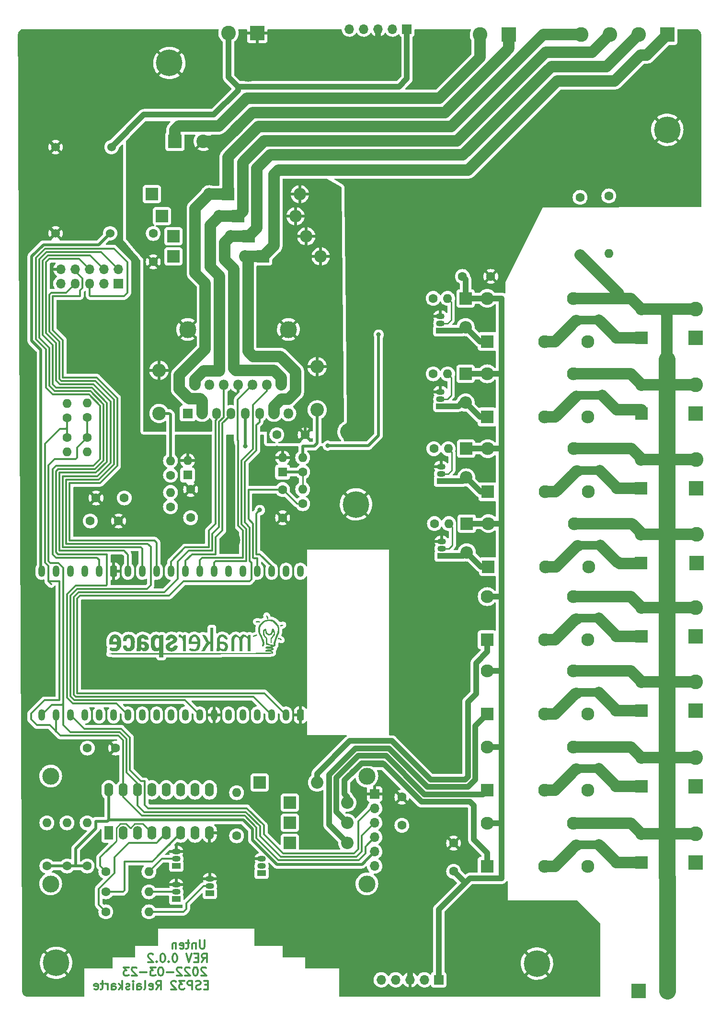
<source format=gbr>
G04 #@! TF.GenerationSoftware,KiCad,Pcbnew,6.0.2-378541a8eb~116~ubuntu20.04.1*
G04 #@! TF.CreationDate,2022-03-24T19:55:36+01:00*
G04 #@! TF.ProjectId,ESP32_Platine,45535033-325f-4506-9c61-74696e652e6b,0.0.2*
G04 #@! TF.SameCoordinates,Original*
G04 #@! TF.FileFunction,Copper,L2,Bot*
G04 #@! TF.FilePolarity,Positive*
%FSLAX46Y46*%
G04 Gerber Fmt 4.6, Leading zero omitted, Abs format (unit mm)*
G04 Created by KiCad (PCBNEW 6.0.2-378541a8eb~116~ubuntu20.04.1) date 2022-03-24 19:55:36*
%MOMM*%
%LPD*%
G01*
G04 APERTURE LIST*
G04 Aperture macros list*
%AMRoundRect*
0 Rectangle with rounded corners*
0 $1 Rounding radius*
0 $2 $3 $4 $5 $6 $7 $8 $9 X,Y pos of 4 corners*
0 Add a 4 corners polygon primitive as box body*
4,1,4,$2,$3,$4,$5,$6,$7,$8,$9,$2,$3,0*
0 Add four circle primitives for the rounded corners*
1,1,$1+$1,$2,$3*
1,1,$1+$1,$4,$5*
1,1,$1+$1,$6,$7*
1,1,$1+$1,$8,$9*
0 Add four rect primitives between the rounded corners*
20,1,$1+$1,$2,$3,$4,$5,0*
20,1,$1+$1,$4,$5,$6,$7,0*
20,1,$1+$1,$6,$7,$8,$9,0*
20,1,$1+$1,$8,$9,$2,$3,0*%
G04 Aperture macros list end*
%ADD10C,0.300000*%
G04 #@! TA.AperFunction,NonConductor*
%ADD11C,0.300000*%
G04 #@! TD*
G04 #@! TA.AperFunction,ComponentPad*
%ADD12R,1.500000X1.050000*%
G04 #@! TD*
G04 #@! TA.AperFunction,ComponentPad*
%ADD13O,1.500000X1.050000*%
G04 #@! TD*
G04 #@! TA.AperFunction,ComponentPad*
%ADD14R,2.200000X2.200000*%
G04 #@! TD*
G04 #@! TA.AperFunction,ComponentPad*
%ADD15O,2.200000X2.200000*%
G04 #@! TD*
G04 #@! TA.AperFunction,ComponentPad*
%ADD16C,4.700000*%
G04 #@! TD*
G04 #@! TA.AperFunction,ComponentPad*
%ADD17C,1.600000*%
G04 #@! TD*
G04 #@! TA.AperFunction,ComponentPad*
%ADD18O,1.600000X1.600000*%
G04 #@! TD*
G04 #@! TA.AperFunction,ComponentPad*
%ADD19R,2.300000X2.300000*%
G04 #@! TD*
G04 #@! TA.AperFunction,ComponentPad*
%ADD20C,2.300000*%
G04 #@! TD*
G04 #@! TA.AperFunction,ComponentPad*
%ADD21R,1.700000X1.700000*%
G04 #@! TD*
G04 #@! TA.AperFunction,ComponentPad*
%ADD22O,1.700000X1.700000*%
G04 #@! TD*
G04 #@! TA.AperFunction,ComponentPad*
%ADD23C,3.000000*%
G04 #@! TD*
G04 #@! TA.AperFunction,ComponentPad*
%ADD24C,2.400000*%
G04 #@! TD*
G04 #@! TA.AperFunction,ComponentPad*
%ADD25O,2.400000X2.400000*%
G04 #@! TD*
G04 #@! TA.AperFunction,ComponentPad*
%ADD26R,2.600000X2.600000*%
G04 #@! TD*
G04 #@! TA.AperFunction,ComponentPad*
%ADD27C,2.600000*%
G04 #@! TD*
G04 #@! TA.AperFunction,ComponentPad*
%ADD28R,1.600000X1.600000*%
G04 #@! TD*
G04 #@! TA.AperFunction,ComponentPad*
%ADD29R,2.400000X2.400000*%
G04 #@! TD*
G04 #@! TA.AperFunction,ComponentPad*
%ADD30R,1.600000X2.400000*%
G04 #@! TD*
G04 #@! TA.AperFunction,ComponentPad*
%ADD31O,1.600000X2.400000*%
G04 #@! TD*
G04 #@! TA.AperFunction,ComponentPad*
%ADD32R,1.800000X1.800000*%
G04 #@! TD*
G04 #@! TA.AperFunction,ComponentPad*
%ADD33O,1.800000X1.800000*%
G04 #@! TD*
G04 #@! TA.AperFunction,ComponentPad*
%ADD34O,1.500000X2.000000*%
G04 #@! TD*
G04 #@! TA.AperFunction,ComponentPad*
%ADD35C,1.524000*%
G04 #@! TD*
G04 #@! TA.AperFunction,ComponentPad*
%ADD36O,1.200000X2.000000*%
G04 #@! TD*
G04 #@! TA.AperFunction,ComponentPad*
%ADD37RoundRect,0.300000X0.300000X0.700000X-0.300000X0.700000X-0.300000X-0.700000X0.300000X-0.700000X0*%
G04 #@! TD*
G04 #@! TA.AperFunction,ComponentPad*
%ADD38O,1.500000X1.800000*%
G04 #@! TD*
G04 #@! TA.AperFunction,ViaPad*
%ADD39C,0.800000*%
G04 #@! TD*
G04 #@! TA.AperFunction,ViaPad*
%ADD40C,3.000000*%
G04 #@! TD*
G04 #@! TA.AperFunction,Conductor*
%ADD41C,1.000000*%
G04 #@! TD*
G04 #@! TA.AperFunction,Conductor*
%ADD42C,1.500000*%
G04 #@! TD*
G04 #@! TA.AperFunction,Conductor*
%ADD43C,2.000000*%
G04 #@! TD*
G04 #@! TA.AperFunction,Conductor*
%ADD44C,3.000000*%
G04 #@! TD*
G04 #@! TA.AperFunction,Conductor*
%ADD45C,0.250000*%
G04 #@! TD*
G04 #@! TA.AperFunction,Conductor*
%ADD46C,0.300000*%
G04 #@! TD*
G04 #@! TA.AperFunction,Conductor*
%ADD47C,0.500000*%
G04 #@! TD*
%ADD48C,0.350000*%
G04 APERTURE END LIST*
D10*
D11*
X72765714Y-215878571D02*
X73265714Y-215164285D01*
X73622857Y-215878571D02*
X73622857Y-214378571D01*
X73051428Y-214378571D01*
X72908571Y-214450000D01*
X72837142Y-214521428D01*
X72765714Y-214664285D01*
X72765714Y-214878571D01*
X72837142Y-215021428D01*
X72908571Y-215092857D01*
X73051428Y-215164285D01*
X73622857Y-215164285D01*
X72122857Y-215092857D02*
X71622857Y-215092857D01*
X71408571Y-215878571D02*
X72122857Y-215878571D01*
X72122857Y-214378571D01*
X71408571Y-214378571D01*
X70980000Y-214378571D02*
X70480000Y-215878571D01*
X69980000Y-214378571D01*
X68051428Y-214378571D02*
X67908571Y-214378571D01*
X67765714Y-214450000D01*
X67694285Y-214521428D01*
X67622857Y-214664285D01*
X67551428Y-214950000D01*
X67551428Y-215307142D01*
X67622857Y-215592857D01*
X67694285Y-215735714D01*
X67765714Y-215807142D01*
X67908571Y-215878571D01*
X68051428Y-215878571D01*
X68194285Y-215807142D01*
X68265714Y-215735714D01*
X68337142Y-215592857D01*
X68408571Y-215307142D01*
X68408571Y-214950000D01*
X68337142Y-214664285D01*
X68265714Y-214521428D01*
X68194285Y-214450000D01*
X68051428Y-214378571D01*
X66908571Y-215735714D02*
X66837142Y-215807142D01*
X66908571Y-215878571D01*
X66980000Y-215807142D01*
X66908571Y-215735714D01*
X66908571Y-215878571D01*
X65908571Y-214378571D02*
X65765714Y-214378571D01*
X65622857Y-214450000D01*
X65551428Y-214521428D01*
X65480000Y-214664285D01*
X65408571Y-214950000D01*
X65408571Y-215307142D01*
X65480000Y-215592857D01*
X65551428Y-215735714D01*
X65622857Y-215807142D01*
X65765714Y-215878571D01*
X65908571Y-215878571D01*
X66051428Y-215807142D01*
X66122857Y-215735714D01*
X66194285Y-215592857D01*
X66265714Y-215307142D01*
X66265714Y-214950000D01*
X66194285Y-214664285D01*
X66122857Y-214521428D01*
X66051428Y-214450000D01*
X65908571Y-214378571D01*
X64765714Y-215735714D02*
X64694285Y-215807142D01*
X64765714Y-215878571D01*
X64837142Y-215807142D01*
X64765714Y-215735714D01*
X64765714Y-215878571D01*
X64122857Y-214521428D02*
X64051428Y-214450000D01*
X63908571Y-214378571D01*
X63551428Y-214378571D01*
X63408571Y-214450000D01*
X63337142Y-214521428D01*
X63265714Y-214664285D01*
X63265714Y-214807142D01*
X63337142Y-215021428D01*
X64194285Y-215878571D01*
X63265714Y-215878571D01*
D10*
D11*
X73257142Y-211978571D02*
X73257142Y-213192857D01*
X73185714Y-213335714D01*
X73114285Y-213407142D01*
X72971428Y-213478571D01*
X72685714Y-213478571D01*
X72542857Y-213407142D01*
X72471428Y-213335714D01*
X72400000Y-213192857D01*
X72400000Y-211978571D01*
X71685714Y-212478571D02*
X71685714Y-213478571D01*
X71685714Y-212621428D02*
X71614285Y-212550000D01*
X71471428Y-212478571D01*
X71257142Y-212478571D01*
X71114285Y-212550000D01*
X71042857Y-212692857D01*
X71042857Y-213478571D01*
X70542857Y-212478571D02*
X69971428Y-212478571D01*
X70328571Y-211978571D02*
X70328571Y-213264285D01*
X70257142Y-213407142D01*
X70114285Y-213478571D01*
X69971428Y-213478571D01*
X68900000Y-213407142D02*
X69042857Y-213478571D01*
X69328571Y-213478571D01*
X69471428Y-213407142D01*
X69542857Y-213264285D01*
X69542857Y-212692857D01*
X69471428Y-212550000D01*
X69328571Y-212478571D01*
X69042857Y-212478571D01*
X68900000Y-212550000D01*
X68828571Y-212692857D01*
X68828571Y-212835714D01*
X69542857Y-212978571D01*
X68185714Y-212478571D02*
X68185714Y-213478571D01*
X68185714Y-212621428D02*
X68114285Y-212550000D01*
X67971428Y-212478571D01*
X67757142Y-212478571D01*
X67614285Y-212550000D01*
X67542857Y-212692857D01*
X67542857Y-213478571D01*
D10*
D11*
X73835714Y-219892857D02*
X73335714Y-219892857D01*
X73121428Y-220678571D02*
X73835714Y-220678571D01*
X73835714Y-219178571D01*
X73121428Y-219178571D01*
X72550000Y-220607142D02*
X72335714Y-220678571D01*
X71978571Y-220678571D01*
X71835714Y-220607142D01*
X71764285Y-220535714D01*
X71692857Y-220392857D01*
X71692857Y-220250000D01*
X71764285Y-220107142D01*
X71835714Y-220035714D01*
X71978571Y-219964285D01*
X72264285Y-219892857D01*
X72407142Y-219821428D01*
X72478571Y-219750000D01*
X72550000Y-219607142D01*
X72550000Y-219464285D01*
X72478571Y-219321428D01*
X72407142Y-219250000D01*
X72264285Y-219178571D01*
X71907142Y-219178571D01*
X71692857Y-219250000D01*
X71050000Y-220678571D02*
X71050000Y-219178571D01*
X70478571Y-219178571D01*
X70335714Y-219250000D01*
X70264285Y-219321428D01*
X70192857Y-219464285D01*
X70192857Y-219678571D01*
X70264285Y-219821428D01*
X70335714Y-219892857D01*
X70478571Y-219964285D01*
X71050000Y-219964285D01*
X69692857Y-219178571D02*
X68764285Y-219178571D01*
X69264285Y-219750000D01*
X69050000Y-219750000D01*
X68907142Y-219821428D01*
X68835714Y-219892857D01*
X68764285Y-220035714D01*
X68764285Y-220392857D01*
X68835714Y-220535714D01*
X68907142Y-220607142D01*
X69050000Y-220678571D01*
X69478571Y-220678571D01*
X69621428Y-220607142D01*
X69692857Y-220535714D01*
X68192857Y-219321428D02*
X68121428Y-219250000D01*
X67978571Y-219178571D01*
X67621428Y-219178571D01*
X67478571Y-219250000D01*
X67407142Y-219321428D01*
X67335714Y-219464285D01*
X67335714Y-219607142D01*
X67407142Y-219821428D01*
X68264285Y-220678571D01*
X67335714Y-220678571D01*
X64692857Y-220678571D02*
X65192857Y-219964285D01*
X65550000Y-220678571D02*
X65550000Y-219178571D01*
X64978571Y-219178571D01*
X64835714Y-219250000D01*
X64764285Y-219321428D01*
X64692857Y-219464285D01*
X64692857Y-219678571D01*
X64764285Y-219821428D01*
X64835714Y-219892857D01*
X64978571Y-219964285D01*
X65550000Y-219964285D01*
X63478571Y-220607142D02*
X63621428Y-220678571D01*
X63907142Y-220678571D01*
X64050000Y-220607142D01*
X64121428Y-220464285D01*
X64121428Y-219892857D01*
X64050000Y-219750000D01*
X63907142Y-219678571D01*
X63621428Y-219678571D01*
X63478571Y-219750000D01*
X63407142Y-219892857D01*
X63407142Y-220035714D01*
X64121428Y-220178571D01*
X62550000Y-220678571D02*
X62692857Y-220607142D01*
X62764285Y-220464285D01*
X62764285Y-219178571D01*
X61335714Y-220678571D02*
X61335714Y-219892857D01*
X61407142Y-219750000D01*
X61550000Y-219678571D01*
X61835714Y-219678571D01*
X61978571Y-219750000D01*
X61335714Y-220607142D02*
X61478571Y-220678571D01*
X61835714Y-220678571D01*
X61978571Y-220607142D01*
X62050000Y-220464285D01*
X62050000Y-220321428D01*
X61978571Y-220178571D01*
X61835714Y-220107142D01*
X61478571Y-220107142D01*
X61335714Y-220035714D01*
X60621428Y-220678571D02*
X60621428Y-219678571D01*
X60621428Y-219178571D02*
X60692857Y-219250000D01*
X60621428Y-219321428D01*
X60550000Y-219250000D01*
X60621428Y-219178571D01*
X60621428Y-219321428D01*
X59978571Y-220607142D02*
X59835714Y-220678571D01*
X59550000Y-220678571D01*
X59407142Y-220607142D01*
X59335714Y-220464285D01*
X59335714Y-220392857D01*
X59407142Y-220250000D01*
X59550000Y-220178571D01*
X59764285Y-220178571D01*
X59907142Y-220107142D01*
X59978571Y-219964285D01*
X59978571Y-219892857D01*
X59907142Y-219750000D01*
X59764285Y-219678571D01*
X59550000Y-219678571D01*
X59407142Y-219750000D01*
X58692857Y-220678571D02*
X58692857Y-219178571D01*
X58550000Y-220107142D02*
X58121428Y-220678571D01*
X58121428Y-219678571D02*
X58692857Y-220250000D01*
X56835714Y-220678571D02*
X56835714Y-219892857D01*
X56907142Y-219750000D01*
X57050000Y-219678571D01*
X57335714Y-219678571D01*
X57478571Y-219750000D01*
X56835714Y-220607142D02*
X56978571Y-220678571D01*
X57335714Y-220678571D01*
X57478571Y-220607142D01*
X57550000Y-220464285D01*
X57550000Y-220321428D01*
X57478571Y-220178571D01*
X57335714Y-220107142D01*
X56978571Y-220107142D01*
X56835714Y-220035714D01*
X56121428Y-220678571D02*
X56121428Y-219678571D01*
X56121428Y-219964285D02*
X56050000Y-219821428D01*
X55978571Y-219750000D01*
X55835714Y-219678571D01*
X55692857Y-219678571D01*
X55407142Y-219678571D02*
X54835714Y-219678571D01*
X55192857Y-219178571D02*
X55192857Y-220464285D01*
X55121428Y-220607142D01*
X54978571Y-220678571D01*
X54835714Y-220678571D01*
X53764285Y-220607142D02*
X53907142Y-220678571D01*
X54192857Y-220678571D01*
X54335714Y-220607142D01*
X54407142Y-220464285D01*
X54407142Y-219892857D01*
X54335714Y-219750000D01*
X54192857Y-219678571D01*
X53907142Y-219678571D01*
X53764285Y-219750000D01*
X53692857Y-219892857D01*
X53692857Y-220035714D01*
X54407142Y-220178571D01*
D10*
D11*
X73485714Y-216921428D02*
X73414285Y-216850000D01*
X73271428Y-216778571D01*
X72914285Y-216778571D01*
X72771428Y-216850000D01*
X72700000Y-216921428D01*
X72628571Y-217064285D01*
X72628571Y-217207142D01*
X72700000Y-217421428D01*
X73557142Y-218278571D01*
X72628571Y-218278571D01*
X71700000Y-216778571D02*
X71557142Y-216778571D01*
X71414285Y-216850000D01*
X71342857Y-216921428D01*
X71271428Y-217064285D01*
X71200000Y-217350000D01*
X71200000Y-217707142D01*
X71271428Y-217992857D01*
X71342857Y-218135714D01*
X71414285Y-218207142D01*
X71557142Y-218278571D01*
X71700000Y-218278571D01*
X71842857Y-218207142D01*
X71914285Y-218135714D01*
X71985714Y-217992857D01*
X72057142Y-217707142D01*
X72057142Y-217350000D01*
X71985714Y-217064285D01*
X71914285Y-216921428D01*
X71842857Y-216850000D01*
X71700000Y-216778571D01*
X70628571Y-216921428D02*
X70557142Y-216850000D01*
X70414285Y-216778571D01*
X70057142Y-216778571D01*
X69914285Y-216850000D01*
X69842857Y-216921428D01*
X69771428Y-217064285D01*
X69771428Y-217207142D01*
X69842857Y-217421428D01*
X70700000Y-218278571D01*
X69771428Y-218278571D01*
X69200000Y-216921428D02*
X69128571Y-216850000D01*
X68985714Y-216778571D01*
X68628571Y-216778571D01*
X68485714Y-216850000D01*
X68414285Y-216921428D01*
X68342857Y-217064285D01*
X68342857Y-217207142D01*
X68414285Y-217421428D01*
X69271428Y-218278571D01*
X68342857Y-218278571D01*
X67700000Y-217707142D02*
X66557142Y-217707142D01*
X65557142Y-216778571D02*
X65414285Y-216778571D01*
X65271428Y-216850000D01*
X65200000Y-216921428D01*
X65128571Y-217064285D01*
X65057142Y-217350000D01*
X65057142Y-217707142D01*
X65128571Y-217992857D01*
X65200000Y-218135714D01*
X65271428Y-218207142D01*
X65414285Y-218278571D01*
X65557142Y-218278571D01*
X65700000Y-218207142D01*
X65771428Y-218135714D01*
X65842857Y-217992857D01*
X65914285Y-217707142D01*
X65914285Y-217350000D01*
X65842857Y-217064285D01*
X65771428Y-216921428D01*
X65700000Y-216850000D01*
X65557142Y-216778571D01*
X64557142Y-216778571D02*
X63628571Y-216778571D01*
X64128571Y-217350000D01*
X63914285Y-217350000D01*
X63771428Y-217421428D01*
X63700000Y-217492857D01*
X63628571Y-217635714D01*
X63628571Y-217992857D01*
X63700000Y-218135714D01*
X63771428Y-218207142D01*
X63914285Y-218278571D01*
X64342857Y-218278571D01*
X64485714Y-218207142D01*
X64557142Y-218135714D01*
X62985714Y-217707142D02*
X61842857Y-217707142D01*
X61200000Y-216921428D02*
X61128571Y-216850000D01*
X60985714Y-216778571D01*
X60628571Y-216778571D01*
X60485714Y-216850000D01*
X60414285Y-216921428D01*
X60342857Y-217064285D01*
X60342857Y-217207142D01*
X60414285Y-217421428D01*
X61271428Y-218278571D01*
X60342857Y-218278571D01*
X59842857Y-216778571D02*
X58914285Y-216778571D01*
X59414285Y-217350000D01*
X59200000Y-217350000D01*
X59057142Y-217421428D01*
X58985714Y-217492857D01*
X58914285Y-217635714D01*
X58914285Y-217992857D01*
X58985714Y-218135714D01*
X59057142Y-218207142D01*
X59200000Y-218278571D01*
X59628571Y-218278571D01*
X59771428Y-218207142D01*
X59842857Y-218135714D01*
G04 #@! TO.C,G\u002A\u002A\u002A*
G36*
X77325860Y-160528783D02*
G01*
X77188120Y-160747661D01*
X76986981Y-160905249D01*
X76976796Y-160910375D01*
X76733374Y-160976207D01*
X76477733Y-160952530D01*
X76234806Y-160845680D01*
X76029529Y-160661992D01*
X76006258Y-160633535D01*
X75958650Y-160589984D01*
X75931686Y-160622382D01*
X75905787Y-160743651D01*
X75887506Y-160830760D01*
X75851211Y-160902527D01*
X75774811Y-160929747D01*
X75626631Y-160934020D01*
X75383190Y-160934020D01*
X75397183Y-159938196D01*
X75397543Y-159913752D01*
X75926492Y-159913752D01*
X75927133Y-159958810D01*
X75963260Y-160196199D01*
X76062925Y-160367746D01*
X76237451Y-160494601D01*
X76350590Y-160542285D01*
X76552014Y-160566932D01*
X76712740Y-160505465D01*
X76819157Y-160365354D01*
X76857653Y-160154074D01*
X76855712Y-160092127D01*
X76816048Y-159933568D01*
X76706439Y-159791956D01*
X76643166Y-159732882D01*
X76547700Y-159673310D01*
X76426502Y-159646788D01*
X76240859Y-159640741D01*
X75926492Y-159640741D01*
X75926492Y-159913752D01*
X75397543Y-159913752D01*
X75400337Y-159724002D01*
X75407496Y-159351826D01*
X75417296Y-159062552D01*
X75431876Y-158842329D01*
X75453374Y-158677305D01*
X75483929Y-158553631D01*
X75525679Y-158457455D01*
X75580763Y-158374927D01*
X75651319Y-158292196D01*
X75709941Y-158232966D01*
X75956907Y-158071400D01*
X76244388Y-157996225D01*
X76556117Y-158009800D01*
X76875823Y-158114488D01*
X77004439Y-158195234D01*
X77165351Y-158356406D01*
X77279714Y-158542846D01*
X77323234Y-158721589D01*
X77322100Y-158768881D01*
X77301818Y-158833674D01*
X77234167Y-158859879D01*
X77091138Y-158864774D01*
X77029587Y-158864194D01*
X76909227Y-158849463D01*
X76840479Y-158798055D01*
X76785130Y-158687879D01*
X76771954Y-158658505D01*
X76644685Y-158490450D01*
X76477482Y-158407027D01*
X76291482Y-158413615D01*
X76107822Y-158515589D01*
X76031845Y-158598287D01*
X75975248Y-158726972D01*
X75943301Y-158921744D01*
X75913606Y-159211504D01*
X76350096Y-159238736D01*
X76633666Y-159267877D01*
X76882675Y-159328708D01*
X77069523Y-159426389D01*
X77215028Y-159568864D01*
X77318722Y-159738622D01*
X77395158Y-160000843D01*
X77395750Y-160154074D01*
X77396205Y-160272037D01*
X77325860Y-160528783D01*
G37*
G36*
X87141818Y-156241039D02*
G01*
X87162127Y-156261470D01*
X87164181Y-156335843D01*
X87065413Y-156417706D01*
X86867513Y-156505430D01*
X86797761Y-156529796D01*
X86655182Y-156564251D01*
X86576563Y-156546831D01*
X86542022Y-156475720D01*
X86555728Y-156434437D01*
X86640357Y-156365408D01*
X86773356Y-156299004D01*
X86922650Y-156247774D01*
X87056163Y-156224269D01*
X87141818Y-156241039D01*
G37*
G36*
X63385238Y-160318196D02*
G01*
X63297893Y-160557444D01*
X63161337Y-160760903D01*
X62993702Y-160895142D01*
X62862204Y-160948336D01*
X62601453Y-160980610D01*
X62357597Y-160914418D01*
X62143747Y-160751967D01*
X62021992Y-160620591D01*
X61967361Y-160777306D01*
X61948577Y-160828564D01*
X61912328Y-160888908D01*
X61849669Y-160920284D01*
X61734916Y-160932165D01*
X61542386Y-160934020D01*
X61500977Y-160933966D01*
X61326556Y-160930449D01*
X61233075Y-160917685D01*
X61201485Y-160890443D01*
X61212733Y-160843491D01*
X61215496Y-160835163D01*
X61229520Y-160737974D01*
X61244318Y-160558029D01*
X61258847Y-160312409D01*
X61272065Y-160018197D01*
X61273537Y-159974061D01*
X62062541Y-159974061D01*
X62066599Y-160076685D01*
X62099643Y-160201975D01*
X62177514Y-160284448D01*
X62333765Y-160355461D01*
X62488016Y-160342821D01*
X62608816Y-160238183D01*
X62643303Y-160172723D01*
X62662153Y-160014272D01*
X62596556Y-159877134D01*
X62459949Y-159780662D01*
X62265771Y-159744204D01*
X62062541Y-159744204D01*
X62062541Y-159974061D01*
X61273537Y-159974061D01*
X61282932Y-159692473D01*
X61285666Y-159595258D01*
X61296167Y-159257684D01*
X61306992Y-159003927D01*
X61320012Y-158818221D01*
X61337096Y-158684802D01*
X61360116Y-158587902D01*
X61390941Y-158511756D01*
X61431442Y-158440600D01*
X61480249Y-158369933D01*
X61695875Y-158167743D01*
X61968032Y-158040286D01*
X62279410Y-157993529D01*
X62612701Y-158033437D01*
X62828913Y-158104988D01*
X63066583Y-158252772D01*
X63229296Y-158463642D01*
X63327835Y-158748379D01*
X63364041Y-158916505D01*
X63000635Y-158916505D01*
X62925897Y-158916322D01*
X62762832Y-158910957D01*
X62667066Y-158891434D01*
X62611555Y-158848836D01*
X62569258Y-158774244D01*
X62527687Y-158705230D01*
X62415704Y-158618276D01*
X62292396Y-158612862D01*
X62178566Y-158679919D01*
X62095014Y-158810377D01*
X62062541Y-158995169D01*
X62062541Y-159212990D01*
X62420557Y-159238606D01*
X62687825Y-159272623D01*
X62953816Y-159357175D01*
X63150105Y-159494947D01*
X63291156Y-159693499D01*
X63318612Y-159753108D01*
X63382246Y-159951186D01*
X63391066Y-160014272D01*
X63407551Y-160132187D01*
X63385238Y-160318196D01*
G37*
G36*
X82763443Y-155636644D02*
G01*
X82845299Y-155646707D01*
X82982662Y-155673447D01*
X83048482Y-155711167D01*
X83065393Y-155769853D01*
X83065097Y-155782737D01*
X83050346Y-155828444D01*
X82997539Y-155852266D01*
X82884959Y-155859064D01*
X82690890Y-155853700D01*
X82569980Y-155847482D01*
X82414068Y-155830071D01*
X82330849Y-155800760D01*
X82300367Y-155754481D01*
X82301573Y-155704550D01*
X82367244Y-155643929D01*
X82519440Y-155621742D01*
X82763443Y-155636644D01*
G37*
G36*
X67740238Y-158036606D02*
G01*
X67988857Y-158144594D01*
X68187256Y-158302352D01*
X68327272Y-158496681D01*
X68400745Y-158714382D01*
X68399511Y-158942258D01*
X68315410Y-159167109D01*
X68140280Y-159375737D01*
X68132709Y-159382258D01*
X67989190Y-159485048D01*
X67793189Y-159601591D01*
X67584809Y-159707906D01*
X67438629Y-159778044D01*
X67249441Y-159884574D01*
X67138706Y-159979101D01*
X67093610Y-160074204D01*
X67101341Y-160182459D01*
X67120488Y-160233797D01*
X67216375Y-160329687D01*
X67354616Y-160363441D01*
X67507802Y-160337750D01*
X67648524Y-160255307D01*
X67749372Y-160118804D01*
X67750139Y-160117066D01*
X67797812Y-160023702D01*
X67855620Y-159974154D01*
X67954665Y-159954577D01*
X68126046Y-159951128D01*
X68204173Y-159952252D01*
X68373194Y-159973522D01*
X68455466Y-160033652D01*
X68462292Y-160148085D01*
X68404973Y-160332264D01*
X68300170Y-160535219D01*
X68091383Y-160761492D01*
X67823465Y-160909975D01*
X67688980Y-160949837D01*
X67383054Y-160984190D01*
X67092501Y-160946413D01*
X66831759Y-160845630D01*
X66615262Y-160690966D01*
X66457448Y-160491542D01*
X66372753Y-160256485D01*
X66375612Y-159994917D01*
X66398744Y-159904272D01*
X66479602Y-159744461D01*
X66619103Y-159597200D01*
X66831056Y-159449550D01*
X67129271Y-159288567D01*
X67135828Y-159285305D01*
X67398094Y-159147927D01*
X67573222Y-159037509D01*
X67670799Y-158945019D01*
X67700412Y-158861427D01*
X67671650Y-158777702D01*
X67636465Y-158729823D01*
X67500941Y-158631668D01*
X67351398Y-158614407D01*
X67216224Y-158676114D01*
X67123809Y-158814863D01*
X67107751Y-158858932D01*
X67071954Y-158921111D01*
X67010637Y-158953673D01*
X66897822Y-158966191D01*
X66707528Y-158968236D01*
X66344713Y-158968236D01*
X66379815Y-158774244D01*
X66390671Y-158721920D01*
X66505430Y-158442069D01*
X66699296Y-158222767D01*
X66963122Y-158071842D01*
X67287764Y-157997121D01*
X67449560Y-157991585D01*
X67740238Y-158036606D01*
G37*
G36*
X86427918Y-158603725D02*
G01*
X86491771Y-158622018D01*
X86619348Y-158688221D01*
X86750241Y-158779412D01*
X86852331Y-158872178D01*
X86893499Y-158943105D01*
X86890458Y-158968305D01*
X86836506Y-159015227D01*
X86731585Y-158997316D01*
X86597227Y-158916505D01*
X86466207Y-158845465D01*
X86317479Y-158813043D01*
X86289447Y-158812470D01*
X86195056Y-158786673D01*
X86169262Y-158709581D01*
X86183817Y-158647816D01*
X86265095Y-158600779D01*
X86427918Y-158603725D01*
G37*
G36*
X68909938Y-158006487D02*
G01*
X69044951Y-158060591D01*
X69191855Y-158167588D01*
X69309082Y-158296081D01*
X69363445Y-158416095D01*
X69365316Y-158424315D01*
X69380204Y-158397386D01*
X69402243Y-158295731D01*
X69417449Y-158220340D01*
X69453422Y-158146551D01*
X69530548Y-158113426D01*
X69679955Y-158098905D01*
X69925678Y-158083138D01*
X69925678Y-160934020D01*
X69408366Y-160934020D01*
X69408366Y-159922694D01*
X69407587Y-159653802D01*
X69403273Y-159344723D01*
X69394334Y-159115019D01*
X69379817Y-158950502D01*
X69358768Y-158836984D01*
X69330234Y-158760276D01*
X69246506Y-158636388D01*
X69092541Y-158533997D01*
X68875401Y-158502656D01*
X68819938Y-158501873D01*
X68734141Y-158484037D01*
X68692531Y-158420572D01*
X68668061Y-158282798D01*
X68656838Y-158155178D01*
X68679001Y-158038712D01*
X68758991Y-157994147D01*
X68909938Y-158006487D01*
G37*
G36*
X60069187Y-158028433D02*
G01*
X60305746Y-158091343D01*
X60495955Y-158214026D01*
X60666973Y-158409022D01*
X60769755Y-158570156D01*
X60851130Y-158761290D01*
X60899126Y-158983179D01*
X60918600Y-159259484D01*
X60914412Y-159613867D01*
X60912998Y-159651817D01*
X60897894Y-159923567D01*
X60874340Y-160120355D01*
X60838094Y-160267630D01*
X60784914Y-160390843D01*
X60693863Y-160541585D01*
X60483420Y-160767136D01*
X60218057Y-160913446D01*
X60041211Y-160958428D01*
X59747717Y-160969128D01*
X59456193Y-160916737D01*
X59209819Y-160805864D01*
X59141015Y-160753822D01*
X58970127Y-160559846D01*
X58850579Y-160326665D01*
X58804614Y-160093389D01*
X58804625Y-160060713D01*
X58814915Y-159997905D01*
X58858634Y-159965311D01*
X58959124Y-159953022D01*
X59139731Y-159951128D01*
X59282279Y-159953032D01*
X59404621Y-159964868D01*
X59461825Y-159992870D01*
X59475983Y-160043080D01*
X59476673Y-160061280D01*
X59527119Y-160206199D01*
X59634594Y-160319333D01*
X59766839Y-160364978D01*
X59916569Y-160344147D01*
X60058821Y-160248142D01*
X60145936Y-160066915D01*
X60177841Y-159886396D01*
X60195443Y-159632112D01*
X60195828Y-159355588D01*
X60179026Y-159098128D01*
X60145068Y-158901036D01*
X60123019Y-158837141D01*
X60020936Y-158690905D01*
X59885952Y-158621065D01*
X59741015Y-158623457D01*
X59609075Y-158693919D01*
X59513081Y-158828288D01*
X59475983Y-159022402D01*
X59467301Y-159072827D01*
X59423566Y-159105496D01*
X59321959Y-159120086D01*
X59139731Y-159123430D01*
X58803478Y-159123430D01*
X58803478Y-158932838D01*
X58809634Y-158841018D01*
X58886143Y-158577873D01*
X59033981Y-158335156D01*
X59232750Y-158150057D01*
X59319253Y-158096801D01*
X59446098Y-158042990D01*
X59595812Y-158018104D01*
X59808458Y-158012575D01*
X60069187Y-158028433D01*
G37*
G36*
X58492297Y-159537279D02*
G01*
X58491551Y-159673628D01*
X58483795Y-159899271D01*
X58463840Y-160066228D01*
X58427059Y-160204769D01*
X58368825Y-160345166D01*
X58264314Y-160525154D01*
X58034024Y-160765199D01*
X57742989Y-160926687D01*
X57611859Y-160958330D01*
X57392872Y-160969568D01*
X57149730Y-160949188D01*
X56907931Y-160902485D01*
X56692973Y-160834750D01*
X56530353Y-160751278D01*
X56445569Y-160657360D01*
X56446045Y-160603082D01*
X56472810Y-160489103D01*
X56516137Y-160359743D01*
X56562727Y-160253728D01*
X56599280Y-160209784D01*
X56606319Y-160211218D01*
X56680841Y-160237813D01*
X56803849Y-160287381D01*
X56914985Y-160324276D01*
X57137163Y-160359685D01*
X57352774Y-160355065D01*
X57517979Y-160309083D01*
X57526998Y-160303778D01*
X57618191Y-160211615D01*
X57695638Y-160077954D01*
X57735572Y-159980700D01*
X57766622Y-159880104D01*
X57757895Y-159813047D01*
X57696654Y-159772728D01*
X57570164Y-159752348D01*
X57365686Y-159745107D01*
X57070484Y-159744204D01*
X56372114Y-159744204D01*
X56372114Y-159287899D01*
X56372194Y-159245849D01*
X56372704Y-159226892D01*
X57096350Y-159226892D01*
X57432602Y-159226892D01*
X57558319Y-159226029D01*
X57695328Y-159212524D01*
X57755812Y-159167232D01*
X57756612Y-159070876D01*
X57714572Y-158904181D01*
X57698082Y-158852866D01*
X57601434Y-158691778D01*
X57475421Y-158612779D01*
X57340975Y-158611559D01*
X57219026Y-158683809D01*
X57130508Y-158825219D01*
X57096350Y-159031478D01*
X57096350Y-159226892D01*
X56372704Y-159226892D01*
X56378324Y-159018092D01*
X56399304Y-158850992D01*
X56442274Y-158707554D01*
X56514374Y-158550784D01*
X56531248Y-158518450D01*
X56721872Y-158253802D01*
X56960378Y-158080789D01*
X57247596Y-157998991D01*
X57584351Y-158007989D01*
X57849391Y-158088020D01*
X58106911Y-158259580D01*
X58309088Y-158504013D01*
X58440531Y-158806958D01*
X58454636Y-158878241D01*
X58474095Y-159057669D01*
X58474858Y-159070876D01*
X58487414Y-159288139D01*
X58492297Y-159537279D01*
G37*
G36*
X82524389Y-158046411D02*
G01*
X82505376Y-158117111D01*
X82401713Y-158200570D01*
X82221394Y-158287705D01*
X82101798Y-158331396D01*
X81909042Y-158377354D01*
X81788140Y-158366366D01*
X81746248Y-158298271D01*
X81746413Y-158295697D01*
X81796317Y-158239585D01*
X81914587Y-158170246D01*
X82071203Y-158099859D01*
X82236145Y-158040605D01*
X82379394Y-158004667D01*
X82470930Y-158004223D01*
X82524389Y-158046411D01*
G37*
G36*
X80437338Y-158062987D02*
G01*
X80654106Y-158209326D01*
X80832369Y-158377449D01*
X80861233Y-158233128D01*
X80869596Y-158195472D01*
X80903852Y-158124652D01*
X80978182Y-158094878D01*
X81124181Y-158088807D01*
X81358264Y-158088807D01*
X81358264Y-160934020D01*
X80840953Y-160934020D01*
X80840953Y-158701622D01*
X80689739Y-158550408D01*
X80570846Y-158458268D01*
X80385186Y-158400430D01*
X80208457Y-158433514D01*
X80061166Y-158551884D01*
X79963822Y-158749904D01*
X79947121Y-158859967D01*
X79932352Y-159054423D01*
X79920649Y-159312358D01*
X79912922Y-159613654D01*
X79910080Y-159938196D01*
X79909792Y-160934020D01*
X79392480Y-160934020D01*
X79392287Y-159886464D01*
X79392286Y-159881165D01*
X79391422Y-159522906D01*
X79388130Y-159252330D01*
X79381086Y-159053867D01*
X79368968Y-158911946D01*
X79350453Y-158810996D01*
X79324219Y-158735447D01*
X79288943Y-158669727D01*
X79219599Y-158574874D01*
X79059069Y-158449174D01*
X78885103Y-158408568D01*
X78718078Y-158455295D01*
X78578369Y-158591597D01*
X78556203Y-158630852D01*
X78530152Y-158704008D01*
X78510436Y-158808862D01*
X78495799Y-158959768D01*
X78484986Y-159171079D01*
X78476740Y-159457146D01*
X78469806Y-159832323D01*
X78452428Y-160934020D01*
X77936896Y-160934020D01*
X77953384Y-159783002D01*
X77956933Y-159547486D01*
X77963179Y-159224412D01*
X77971053Y-158980456D01*
X77982042Y-158800345D01*
X77997636Y-158668805D01*
X78019324Y-158570563D01*
X78048593Y-158490347D01*
X78086934Y-158412883D01*
X78226983Y-158208394D01*
X78413815Y-158068848D01*
X78657854Y-158000870D01*
X78875842Y-158009139D01*
X79109423Y-158113561D01*
X79323690Y-158319185D01*
X79465725Y-158497191D01*
X79572717Y-158305932D01*
X79592149Y-158273574D01*
X79755220Y-158105551D01*
X79965423Y-158013107D01*
X80200287Y-157998250D01*
X80437338Y-158062987D01*
G37*
G36*
X72483224Y-159769430D02*
G01*
X72459349Y-160032285D01*
X72416230Y-160227154D01*
X72410616Y-160242546D01*
X72267895Y-160500788D01*
X72057929Y-160729837D01*
X71814309Y-160892558D01*
X71607254Y-160954454D01*
X71324393Y-160971203D01*
X71031511Y-160931754D01*
X70768297Y-160838170D01*
X70607880Y-160748307D01*
X70529967Y-160672633D01*
X70522445Y-160587293D01*
X70572505Y-160468076D01*
X70654519Y-160309480D01*
X70814019Y-160423054D01*
X70942591Y-160492571D01*
X71174887Y-160553716D01*
X71414380Y-160558414D01*
X71617264Y-160502343D01*
X71653948Y-160480895D01*
X71805427Y-160326857D01*
X71906448Y-160108305D01*
X71943193Y-159852781D01*
X71943193Y-159640741D01*
X70442989Y-159640741D01*
X70442989Y-159271692D01*
X70444960Y-159226892D01*
X70960301Y-159226892D01*
X71943193Y-159226892D01*
X71942342Y-159058766D01*
X71942301Y-159054731D01*
X71906322Y-158868056D01*
X71817680Y-158677867D01*
X71697514Y-158519637D01*
X71566962Y-158428837D01*
X71408664Y-158405703D01*
X71233924Y-158460449D01*
X71091496Y-158592659D01*
X70995582Y-158788190D01*
X70960381Y-159032900D01*
X70960301Y-159226892D01*
X70444960Y-159226892D01*
X70455698Y-158982805D01*
X70509749Y-158701889D01*
X70614258Y-158471135D01*
X70777827Y-158264664D01*
X70832415Y-158211591D01*
X71062087Y-158058762D01*
X71325752Y-157994031D01*
X71640261Y-158012469D01*
X71641944Y-158012757D01*
X71860335Y-158095251D01*
X72076136Y-158253690D01*
X72262635Y-158463656D01*
X72393121Y-158700729D01*
X72396453Y-158709612D01*
X72444470Y-158908680D01*
X72475277Y-159174054D01*
X72477597Y-159226892D01*
X72488364Y-159472162D01*
X72483224Y-159769430D01*
G37*
G36*
X84309324Y-154665757D02*
G01*
X84324569Y-154685713D01*
X84398402Y-154817188D01*
X84457580Y-154971820D01*
X84489863Y-155111954D01*
X84483007Y-155199940D01*
X84421793Y-155243286D01*
X84338978Y-155218675D01*
X84278807Y-155127198D01*
X84277181Y-155121895D01*
X84229080Y-154990509D01*
X84164531Y-154839657D01*
X84137055Y-154775846D01*
X84114624Y-154673242D01*
X84148092Y-154606867D01*
X84165830Y-154591842D01*
X84227693Y-154587463D01*
X84309324Y-154665757D01*
G37*
G36*
X75370382Y-161275728D02*
G01*
X76013770Y-161273093D01*
X76979627Y-161268777D01*
X77915696Y-161264167D01*
X78816714Y-161259307D01*
X79677419Y-161254240D01*
X80492547Y-161249007D01*
X81256838Y-161243654D01*
X81965028Y-161238222D01*
X82611855Y-161232754D01*
X83192057Y-161227295D01*
X83700371Y-161221886D01*
X84131536Y-161216571D01*
X84480288Y-161211392D01*
X84741365Y-161206394D01*
X84909505Y-161201618D01*
X84979446Y-161197109D01*
X85160505Y-161155731D01*
X85014876Y-161096607D01*
X85003632Y-161092451D01*
X84870540Y-161064600D01*
X84676927Y-161044934D01*
X84460586Y-161037483D01*
X84399587Y-161037341D01*
X84212918Y-161032465D01*
X84099208Y-161016415D01*
X84034121Y-160983489D01*
X83993324Y-160927985D01*
X83966442Y-160810114D01*
X84031454Y-160723065D01*
X84191294Y-160665809D01*
X84448556Y-160636684D01*
X84547685Y-160631214D01*
X84784219Y-160612102D01*
X84931389Y-160587391D01*
X84999783Y-160554678D01*
X84999990Y-160511561D01*
X84955961Y-160487322D01*
X84810241Y-160474226D01*
X84565100Y-160485057D01*
X84530679Y-160487563D01*
X84270872Y-160491956D01*
X84101382Y-160461427D01*
X84014950Y-160393391D01*
X84004319Y-160285261D01*
X84031434Y-160219208D01*
X84150264Y-160128017D01*
X84361042Y-160073713D01*
X84666472Y-160055353D01*
X84832073Y-160050096D01*
X84965724Y-160030501D01*
X85003111Y-160001053D01*
X84947390Y-159966699D01*
X84801719Y-159932384D01*
X84569253Y-159903054D01*
X84564422Y-159902606D01*
X84373837Y-159876751D01*
X84221306Y-159841467D01*
X84139458Y-159804255D01*
X84134209Y-159798148D01*
X84100599Y-159697195D01*
X84080702Y-159500319D01*
X84074150Y-159204159D01*
X84074150Y-158669453D01*
X83802562Y-158382226D01*
X83710068Y-158283305D01*
X83608979Y-158162557D01*
X83555708Y-158062753D01*
X83535128Y-157951010D01*
X83532109Y-157794449D01*
X83548577Y-157599126D01*
X83604443Y-157371342D01*
X83689762Y-157170063D01*
X83794017Y-157014336D01*
X83906692Y-156923207D01*
X84017271Y-156915722D01*
X84018302Y-156916132D01*
X84080301Y-156985701D01*
X84140051Y-157121869D01*
X84185148Y-157288918D01*
X84203190Y-157451131D01*
X84236427Y-157579591D01*
X84338680Y-157725633D01*
X84478709Y-157837345D01*
X84624396Y-157881882D01*
X84705120Y-157870487D01*
X84863486Y-157781660D01*
X84989086Y-157624544D01*
X85059366Y-157422934D01*
X85077929Y-157308777D01*
X85109985Y-157126525D01*
X85138707Y-157019143D01*
X85173848Y-156968083D01*
X85225162Y-156954796D01*
X85302403Y-156960731D01*
X85371200Y-156974751D01*
X85525725Y-157074647D01*
X85634870Y-157257515D01*
X85691342Y-157513004D01*
X85698236Y-157595830D01*
X85697266Y-157837901D01*
X85648804Y-158038692D01*
X85540866Y-158232353D01*
X85361469Y-158453034D01*
X85073823Y-158775405D01*
X85109973Y-159135375D01*
X85114527Y-159181328D01*
X85128124Y-159350902D01*
X85124604Y-159442872D01*
X85100443Y-159478048D01*
X85052120Y-159477243D01*
X85012665Y-159462407D01*
X84941857Y-159372674D01*
X84898904Y-159198948D01*
X84881140Y-158932736D01*
X84880958Y-158835261D01*
X84894254Y-158722454D01*
X84936071Y-158621603D01*
X85020222Y-158503314D01*
X85160518Y-158338193D01*
X85165097Y-158332934D01*
X85350971Y-158093770D01*
X85457527Y-157886129D01*
X85492889Y-157686951D01*
X85465178Y-157473171D01*
X85418936Y-157345066D01*
X85369269Y-157306192D01*
X85329645Y-157364284D01*
X85310935Y-157516302D01*
X85279842Y-157715134D01*
X85164968Y-157912382D01*
X84962569Y-158055208D01*
X84927664Y-158071146D01*
X84712634Y-158132412D01*
X84507869Y-158112038D01*
X84279720Y-158007681D01*
X84239292Y-157983717D01*
X84123089Y-157904041D01*
X84053000Y-157818976D01*
X84009271Y-157696111D01*
X83972149Y-157503034D01*
X83947953Y-157390250D01*
X83915255Y-157343136D01*
X83864169Y-157367107D01*
X83847481Y-157384900D01*
X83802917Y-157506282D01*
X83792338Y-157684903D01*
X83815404Y-157888570D01*
X83871774Y-158085089D01*
X83884141Y-158113327D01*
X83993183Y-158284537D01*
X84130430Y-158425021D01*
X84216004Y-158493800D01*
X84268451Y-158558122D01*
X84295462Y-158644537D01*
X84305478Y-158780167D01*
X84306940Y-158992136D01*
X84308002Y-159166247D01*
X84316392Y-159318229D01*
X84339565Y-159415250D01*
X84384952Y-159484556D01*
X84459982Y-159553396D01*
X84622817Y-159649771D01*
X84886764Y-159718037D01*
X84983100Y-159733373D01*
X85167125Y-159775529D01*
X85302765Y-159822685D01*
X85445026Y-159891467D01*
X85445791Y-159649709D01*
X85447314Y-159582321D01*
X85504861Y-159173684D01*
X85646160Y-158712016D01*
X85872008Y-158194590D01*
X85966515Y-157998179D01*
X86056909Y-157790512D01*
X86112989Y-157622261D01*
X86144013Y-157464167D01*
X86159240Y-157286974D01*
X86151922Y-157001005D01*
X86063261Y-156616515D01*
X85887815Y-156277053D01*
X85631800Y-155993564D01*
X85301433Y-155776990D01*
X85159058Y-155712123D01*
X85000700Y-155661876D01*
X84825932Y-155638861D01*
X84591462Y-155634380D01*
X84433231Y-155637831D01*
X84238405Y-155656441D01*
X84080536Y-155698443D01*
X83918957Y-155772171D01*
X83764825Y-155861480D01*
X83452796Y-156118402D01*
X83227421Y-156431474D01*
X83090231Y-156798170D01*
X83042761Y-157215962D01*
X83042653Y-157243886D01*
X83044953Y-157399933D01*
X83057682Y-157528843D01*
X83088131Y-157654489D01*
X83143588Y-157800745D01*
X83231345Y-157991486D01*
X83358692Y-158250585D01*
X83472895Y-158484107D01*
X83604172Y-158769784D01*
X83694878Y-158998735D01*
X83751592Y-159190685D01*
X83780887Y-159365362D01*
X83789340Y-159542492D01*
X83780133Y-159724446D01*
X83737028Y-159933089D01*
X83664476Y-160070502D01*
X83568910Y-160126109D01*
X83456764Y-160089330D01*
X83415935Y-160051457D01*
X83399143Y-159979770D01*
X83432610Y-159855275D01*
X83472454Y-159683535D01*
X83471427Y-159456414D01*
X83415025Y-159190597D01*
X83300090Y-158872109D01*
X83123467Y-158486976D01*
X83020290Y-158273598D01*
X82879680Y-157958487D01*
X82784746Y-157699910D01*
X82729796Y-157477935D01*
X82709136Y-157272632D01*
X82717076Y-157064069D01*
X82731323Y-156946486D01*
X82842513Y-156517873D01*
X83035698Y-156139138D01*
X83301553Y-155819750D01*
X83630752Y-155569180D01*
X84013971Y-155396898D01*
X84441885Y-155312374D01*
X84760229Y-155310313D01*
X85176144Y-155387148D01*
X85550679Y-155548465D01*
X85874384Y-155785016D01*
X86137808Y-156087556D01*
X86331500Y-156446835D01*
X86446010Y-156853608D01*
X86471886Y-157298626D01*
X86467032Y-157387241D01*
X86450869Y-157548555D01*
X86420015Y-157696204D01*
X86366360Y-157856633D01*
X86281799Y-158056282D01*
X86158221Y-158321597D01*
X86091968Y-158465341D01*
X85926753Y-158875933D01*
X85816336Y-159241910D01*
X85763900Y-159551137D01*
X85772628Y-159791480D01*
X85777154Y-159903229D01*
X85717801Y-160014346D01*
X85589873Y-160054591D01*
X85539579Y-160063018D01*
X85496757Y-160107431D01*
X85464966Y-160157042D01*
X85371854Y-160217181D01*
X85246951Y-160274090D01*
X85382198Y-160390425D01*
X85391366Y-160398327D01*
X85473294Y-160479361D01*
X85484110Y-160543671D01*
X85433008Y-160635626D01*
X85332445Y-160732232D01*
X85176941Y-160800280D01*
X85005311Y-160836067D01*
X85167227Y-160905801D01*
X85315818Y-160988143D01*
X85380950Y-161083448D01*
X85373540Y-161212613D01*
X85368028Y-161238628D01*
X85362275Y-161266922D01*
X85353195Y-161292770D01*
X85336434Y-161316295D01*
X85307637Y-161337620D01*
X85262451Y-161356868D01*
X85196523Y-161374161D01*
X85105499Y-161389623D01*
X84985025Y-161403377D01*
X84830748Y-161415544D01*
X84638314Y-161426250D01*
X84403369Y-161435615D01*
X84121560Y-161443763D01*
X83788533Y-161450818D01*
X83399934Y-161456902D01*
X82951410Y-161462137D01*
X82438607Y-161466647D01*
X81857172Y-161470555D01*
X81202751Y-161473984D01*
X80470990Y-161477056D01*
X79657535Y-161479894D01*
X78758034Y-161482622D01*
X77768132Y-161485362D01*
X76683475Y-161488237D01*
X75499710Y-161491370D01*
X65942378Y-161516938D01*
X65942378Y-162020375D01*
X65218142Y-162020375D01*
X65218142Y-161503063D01*
X60795128Y-161503063D01*
X60097768Y-161503038D01*
X59406563Y-161502859D01*
X58806610Y-161502375D01*
X58291449Y-161501436D01*
X57854623Y-161499889D01*
X57489670Y-161497584D01*
X57190131Y-161494370D01*
X56949547Y-161490096D01*
X56761459Y-161484611D01*
X56619406Y-161477763D01*
X56516930Y-161469401D01*
X56447571Y-161459375D01*
X56404869Y-161447533D01*
X56382365Y-161433724D01*
X56373600Y-161417797D01*
X56372114Y-161399601D01*
X56373198Y-161383288D01*
X56380849Y-161367120D01*
X56401529Y-161353086D01*
X56441699Y-161341035D01*
X56507817Y-161330817D01*
X56606343Y-161322280D01*
X56743736Y-161315273D01*
X56926456Y-161309646D01*
X57160963Y-161305246D01*
X57453716Y-161301923D01*
X57811174Y-161299526D01*
X58239797Y-161297904D01*
X58746044Y-161296905D01*
X59336376Y-161296378D01*
X60017250Y-161296173D01*
X60795128Y-161296139D01*
X65218142Y-161296139D01*
X65218142Y-160730214D01*
X65024150Y-160862725D01*
X64902526Y-160935469D01*
X64761984Y-160975515D01*
X64580582Y-160971851D01*
X64359351Y-160924976D01*
X64132632Y-160794613D01*
X63938337Y-160573231D01*
X63916323Y-160539887D01*
X63821676Y-160357880D01*
X63760735Y-160149491D01*
X63728064Y-159889518D01*
X63718227Y-159552758D01*
X63718353Y-159527817D01*
X64447082Y-159527817D01*
X64461334Y-159799040D01*
X64505957Y-160033064D01*
X64582000Y-160200267D01*
X64597179Y-160219415D01*
X64748522Y-160328202D01*
X64927908Y-160352325D01*
X65101747Y-160286230D01*
X65102949Y-160285379D01*
X65149569Y-160246638D01*
X65181565Y-160196022D01*
X65201679Y-160115216D01*
X65212653Y-159985901D01*
X65217227Y-159789761D01*
X65218142Y-159508480D01*
X65217649Y-159317014D01*
X65213780Y-159087828D01*
X65203988Y-158931322D01*
X65185832Y-158828665D01*
X65156876Y-158761028D01*
X65114680Y-158709581D01*
X65080779Y-158680390D01*
X64928466Y-158616059D01*
X64765747Y-158621095D01*
X64635137Y-158696648D01*
X64576092Y-158787177D01*
X64505508Y-158992263D01*
X64462156Y-159249017D01*
X64447082Y-159527817D01*
X63718353Y-159527817D01*
X63718645Y-159469991D01*
X63737391Y-159087658D01*
X63787081Y-158783138D01*
X63872001Y-158537622D01*
X63996438Y-158332306D01*
X64000064Y-158327570D01*
X64196802Y-158140104D01*
X64427139Y-158027580D01*
X64668993Y-157993213D01*
X64900281Y-158040217D01*
X65098921Y-158171807D01*
X65117173Y-158190014D01*
X65194476Y-158259822D01*
X65231186Y-158259930D01*
X65254368Y-158194244D01*
X65273470Y-158147332D01*
X65324907Y-158109885D01*
X65429433Y-158092843D01*
X65612159Y-158088807D01*
X65942378Y-158088807D01*
X65942378Y-161312969D01*
X75370382Y-161275728D01*
G37*
G36*
X74788407Y-160934020D02*
G01*
X74271095Y-160934020D01*
X74271095Y-159640741D01*
X74146053Y-159640741D01*
X74122053Y-159642676D01*
X74064238Y-159667476D01*
X73998020Y-159731270D01*
X73913333Y-159847134D01*
X73800109Y-160028146D01*
X73648283Y-160287381D01*
X73275554Y-160934020D01*
X72968438Y-160934020D01*
X72830381Y-160929700D01*
X72717639Y-160915645D01*
X72682462Y-160895222D01*
X72701599Y-160862855D01*
X72767848Y-160753115D01*
X72871831Y-160581839D01*
X73004160Y-160364486D01*
X73155445Y-160116512D01*
X73607290Y-159376599D01*
X73189490Y-158730245D01*
X72771691Y-158083890D01*
X73090464Y-158099281D01*
X73409236Y-158114672D01*
X73716408Y-158670782D01*
X73844737Y-158898376D01*
X73946453Y-159063510D01*
X74023419Y-159163792D01*
X74086694Y-159213496D01*
X74147337Y-159226892D01*
X74271095Y-159226892D01*
X74271095Y-156795528D01*
X74788407Y-156795528D01*
X74788407Y-160934020D01*
G37*
G04 #@! TD*
D12*
G04 #@! TO.P,Q1001,1,C*
G04 #@! TO.N,/Digital/Relais Ansteuerung/Relais5/mitte*
X68232000Y-204726000D03*
D13*
G04 #@! TO.P,Q1001,2,B*
G04 #@! TO.N,Net-(Q1001-Pad2)*
X68232000Y-203456000D03*
G04 #@! TO.P,Q1001,3,E*
G04 #@! TO.N,GND*
X68232000Y-202186000D03*
G04 #@! TD*
D14*
G04 #@! TO.P,D701,1,K*
G04 #@! TO.N,/Digital/Relais Ansteuerung/Relais2/AB*
X150348000Y-132143591D03*
D15*
G04 #@! TO.P,D701,2,A*
G04 #@! TO.N,/Digital/Relais Ansteuerung/A*
X150348000Y-127063591D03*
G04 #@! TD*
D14*
G04 #@! TO.P,D502,1,K*
G04 #@! TO.N,+12V*
X119360000Y-98595000D03*
D15*
G04 #@! TO.P,D502,2,A*
G04 #@! TO.N,/Digital/Relais Ansteuerung/Relais0/mitte*
X119360000Y-103675000D03*
G04 #@! TD*
D16*
G04 #@! TO.P,H101,1,1*
G04 #@! TO.N,GND*
X155000000Y-68812000D03*
G04 #@! TD*
D14*
G04 #@! TO.P,D1102,1,K*
G04 #@! TO.N,+12V*
X88292000Y-191240000D03*
D15*
G04 #@! TO.P,D1102,2,A*
G04 #@! TO.N,/Digital/Relais Ansteuerung/Relais6/mitte*
X98452000Y-191240000D03*
G04 #@! TD*
D17*
G04 #@! TO.P,R302,1*
G04 #@! TO.N,/Digital/SDA*
X48942500Y-119679500D03*
D18*
G04 #@! TO.P,R302,2*
G04 #@! TO.N,+3V3*
X48942500Y-117139500D03*
G04 #@! TD*
D14*
G04 #@! TO.P,D1101,1,K*
G04 #@! TO.N,/Digital/Relais Ansteuerung/Relais6/AB*
X150470000Y-184848591D03*
D15*
G04 #@! TO.P,D1101,2,A*
G04 #@! TO.N,/Digital/Relais Ansteuerung/A*
X150470000Y-179768591D03*
G04 #@! TD*
D17*
G04 #@! TO.P,JP301,1,A*
G04 #@! TO.N,/Digital/Motortreiber/M1B*
X139600000Y-80750000D03*
D18*
G04 #@! TO.P,JP301,2,B*
G04 #@! TO.N,/Digital/Relais Ansteuerung/A*
X139600000Y-90910000D03*
G04 #@! TD*
D19*
G04 #@! TO.P,K701,1*
G04 #@! TO.N,/Digital/Relais Ansteuerung/Relais2/mitte*
X123291408Y-132768591D03*
D20*
G04 #@! TO.P,K701,2*
G04 #@! TO.N,/Digital/Relais Ansteuerung/Relais2/AB*
X133451408Y-132768591D03*
G04 #@! TO.P,K701,3*
G04 #@! TO.N,/Digital/Relais Ansteuerung/B*
X141071408Y-132768591D03*
G04 #@! TO.P,K701,4*
G04 #@! TO.N,/Digital/Relais Ansteuerung/A*
X138531408Y-125148591D03*
G04 #@! TO.P,K701,5*
G04 #@! TO.N,+12V*
X123291408Y-125148591D03*
G04 #@! TD*
D17*
G04 #@! TO.P,R1001,1*
G04 #@! TO.N,/Digital/Relais Ansteuerung/Relais5/On*
X55786000Y-203456000D03*
D18*
G04 #@! TO.P,R1001,2*
G04 #@! TO.N,Net-(Q1001-Pad2)*
X63406000Y-203456000D03*
G04 #@! TD*
D12*
G04 #@! TO.P,Q901,1,C*
G04 #@! TO.N,/Digital/Relais Ansteuerung/Relais4/mitte*
X83324000Y-200154000D03*
D13*
G04 #@! TO.P,Q901,2,B*
G04 #@! TO.N,Net-(Q901-Pad2)*
X83324000Y-198884000D03*
G04 #@! TO.P,Q901,3,E*
G04 #@! TO.N,GND*
X83324000Y-197614000D03*
G04 #@! TD*
D17*
G04 #@! TO.P,R701,1*
G04 #@! TO.N,/Digital/Relais Ansteuerung/Relais2/On*
X113751408Y-125158591D03*
D18*
G04 #@! TO.P,R701,2*
G04 #@! TO.N,Net-(Q701-Pad2)*
X116291408Y-125158591D03*
G04 #@! TD*
D21*
G04 #@! TO.P,J1301,1,Pin_1*
G04 #@! TO.N,GND*
X103284000Y-186184000D03*
D22*
G04 #@! TO.P,J1301,2,Pin_2*
G04 #@! TO.N,/Digital/PCA9635 Servo/OE*
X103284000Y-188724000D03*
G04 #@! TO.P,J1301,3,Pin_3*
G04 #@! TO.N,/Digital/SCL*
X103284000Y-191264000D03*
G04 #@! TO.P,J1301,4,Pin_4*
G04 #@! TO.N,/Digital/SDA*
X103284000Y-193804000D03*
G04 #@! TO.P,J1301,5,Pin_5*
G04 #@! TO.N,+5V*
X103284000Y-196344000D03*
G04 #@! TO.P,J1301,6,Pin_6*
G04 #@! TO.N,Net-(J1301-Pad6)*
X103284000Y-198884000D03*
D23*
G04 #@! TO.P,J1301,7*
G04 #@! TO.N,N/C*
X46044000Y-183009000D03*
X101924000Y-183009000D03*
X101924000Y-202059000D03*
X46044000Y-202059000D03*
G04 #@! TD*
D12*
G04 #@! TO.P,Q801,1,C*
G04 #@! TO.N,/Digital/Relais Ansteuerung/Relais3/mitte*
X115127817Y-144102183D03*
D13*
G04 #@! TO.P,Q801,2,B*
G04 #@! TO.N,Net-(Q801-Pad2)*
X115127817Y-142832183D03*
G04 #@! TO.P,Q801,3,E*
G04 #@! TO.N,GND*
X115127817Y-141562183D03*
G04 #@! TD*
D17*
G04 #@! TO.P,R801,1*
G04 #@! TO.N,/Digital/Relais Ansteuerung/Relais3/On*
X113857817Y-138387183D03*
D18*
G04 #@! TO.P,R801,2*
G04 #@! TO.N,Net-(Q801-Pad2)*
X116397817Y-138387183D03*
G04 #@! TD*
D17*
G04 #@! TO.P,C1301,1*
G04 #@! TO.N,+5V*
X86012000Y-122684000D03*
G04 #@! TO.P,C1301,2*
G04 #@! TO.N,/Digital/Motortreiber/GNDPWR*
X91012000Y-122684000D03*
G04 #@! TD*
D24*
G04 #@! TO.P,R1304,1*
G04 #@! TO.N,/Digital/Motortreiber/1m*
X65184000Y-118921925D03*
D25*
G04 #@! TO.P,R1304,2*
G04 #@! TO.N,/Digital/Motortreiber/GNDPWR*
X65184000Y-111301925D03*
G04 #@! TD*
D14*
G04 #@! TO.P,D1306,1,K*
G04 #@! TO.N,/Digital/Motortreiber/M1B*
X77376000Y-80186925D03*
D15*
G04 #@! TO.P,D1306,2,A*
G04 #@! TO.N,/Digital/Motortreiber/GNDPWR*
X90076000Y-80186925D03*
G04 #@! TD*
D16*
G04 #@! TO.P,H104,1,1*
G04 #@! TO.N,GND*
X47000000Y-216000000D03*
G04 #@! TD*
D17*
G04 #@! TO.P,R401,1*
G04 #@! TO.N,+5V*
X45372000Y-198884000D03*
D18*
G04 #@! TO.P,R401,2*
G04 #@! TO.N,Net-(JP401-Pad2)*
X45372000Y-191264000D03*
G04 #@! TD*
D14*
G04 #@! TO.P,D1307,1,K*
G04 #@! TO.N,/Digital/Motortreiber/M2A*
X83599000Y-91188000D03*
D15*
G04 #@! TO.P,D1307,2,A*
G04 #@! TO.N,/Digital/Motortreiber/GNDPWR*
X93759000Y-91188000D03*
G04 #@! TD*
D14*
G04 #@! TO.P,D1303,1,K*
G04 #@! TO.N,/Digital/Motortreiber/VS*
X67724000Y-91188000D03*
D15*
G04 #@! TO.P,D1303,2,A*
G04 #@! TO.N,/Digital/Motortreiber/M2A*
X80424000Y-91188000D03*
G04 #@! TD*
D19*
G04 #@! TO.P,K801,1*
G04 #@! TO.N,/Digital/Relais Ansteuerung/Relais3/mitte*
X123397817Y-145997183D03*
D20*
G04 #@! TO.P,K801,2*
G04 #@! TO.N,/Digital/Relais Ansteuerung/Relais3/AB*
X133557817Y-145997183D03*
G04 #@! TO.P,K801,3*
G04 #@! TO.N,/Digital/Relais Ansteuerung/B*
X141177817Y-145997183D03*
G04 #@! TO.P,K801,4*
G04 #@! TO.N,/Digital/Relais Ansteuerung/A*
X138637817Y-138377183D03*
G04 #@! TO.P,K801,5*
G04 #@! TO.N,+12V*
X123397817Y-138377183D03*
G04 #@! TD*
D14*
G04 #@! TO.P,D1305,1,K*
G04 #@! TO.N,/Digital/Motortreiber/M1A*
X79154000Y-84076000D03*
D15*
G04 #@! TO.P,D1305,2,A*
G04 #@! TO.N,/Digital/Motortreiber/GNDPWR*
X89314000Y-84076000D03*
G04 #@! TD*
D24*
G04 #@! TO.P,R1302,1*
G04 #@! TO.N,/Digital/Motortreiber/2m*
X93124000Y-118286925D03*
D25*
G04 #@! TO.P,R1302,2*
G04 #@! TO.N,/Digital/Motortreiber/GNDPWR*
X93124000Y-110666925D03*
G04 #@! TD*
D26*
G04 #@! TO.P,J303,1,Pin_1*
G04 #@! TO.N,/Digital/Motortreiber/GNDPWR*
X127000000Y-52000000D03*
D27*
G04 #@! TO.P,J303,2,Pin_2*
G04 #@! TO.N,/Digital/Motortreiber/VS*
X121920000Y-52000000D03*
G04 #@! TD*
D14*
G04 #@! TO.P,D501,1,K*
G04 #@! TO.N,/Digital/Relais Ansteuerung/Relais0/AB*
X150475000Y-105580000D03*
D15*
G04 #@! TO.P,D501,2,A*
G04 #@! TO.N,/Digital/Relais Ansteuerung/A*
X150475000Y-100500000D03*
G04 #@! TD*
D26*
G04 #@! TO.P,J901,1,Pin_1*
G04 #@! TO.N,/Digital/Relais Ansteuerung/Relais4/AB*
X160000000Y-158285000D03*
D27*
G04 #@! TO.P,J901,2,Pin_2*
G04 #@! TO.N,/Digital/Relais Ansteuerung/A*
X160000000Y-153205000D03*
G04 #@! TD*
D17*
G04 #@! TO.P,R1305,1*
G04 #@! TO.N,/Digital/2Mess*
X90584000Y-134876000D03*
D18*
G04 #@! TO.P,R1305,2*
G04 #@! TO.N,Net-(D1310-Pad1)*
X90584000Y-132336000D03*
G04 #@! TD*
D26*
G04 #@! TO.P,J1201,1,Pin_1*
G04 #@! TO.N,/Digital/Relais Ansteuerung/Relais7/AB*
X160000000Y-198290000D03*
D27*
G04 #@! TO.P,J1201,2,Pin_2*
G04 #@! TO.N,/Digital/Relais Ansteuerung/A*
X160000000Y-193210000D03*
G04 #@! TD*
D12*
G04 #@! TO.P,Q1201,1,C*
G04 #@! TO.N,/Digital/Relais Ansteuerung/Relais7/mitte*
X68232000Y-198884000D03*
D13*
G04 #@! TO.P,Q1201,2,B*
G04 #@! TO.N,Net-(Q1201-Pad2)*
X68232000Y-197614000D03*
G04 #@! TO.P,Q1201,3,E*
G04 #@! TO.N,GND*
X68232000Y-196344000D03*
G04 #@! TD*
D14*
G04 #@! TO.P,D1201,1,K*
G04 #@! TO.N,/Digital/Relais Ansteuerung/Relais7/AB*
X150475000Y-198290000D03*
D15*
G04 #@! TO.P,D1201,2,A*
G04 #@! TO.N,/Digital/Relais Ansteuerung/A*
X150475000Y-193210000D03*
G04 #@! TD*
D26*
G04 #@! TO.P,J1001,1,Pin_1*
G04 #@! TO.N,/Digital/Relais Ansteuerung/Relais5/AB*
X159995000Y-171407183D03*
D27*
G04 #@! TO.P,J1001,2,Pin_2*
G04 #@! TO.N,/Digital/Relais Ansteuerung/A*
X159995000Y-166327183D03*
G04 #@! TD*
D17*
G04 #@! TO.P,R501,1*
G04 #@! TO.N,/Digital/Relais Ansteuerung/Relais0/On*
X113645000Y-98595000D03*
D18*
G04 #@! TO.P,R501,2*
G04 #@! TO.N,Net-(Q501-Pad2)*
X116185000Y-98595000D03*
G04 #@! TD*
D17*
G04 #@! TO.P,C1302,1*
G04 #@! TO.N,/Digital/Motortreiber/VS*
X64168000Y-87124000D03*
G04 #@! TO.P,C1302,2*
G04 #@! TO.N,/Digital/Motortreiber/GNDPWR*
X64168000Y-92124000D03*
G04 #@! TD*
G04 #@! TO.P,C205,1*
G04 #@! TO.N,+12V*
X117248000Y-199836000D03*
G04 #@! TO.P,C205,2*
G04 #@! TO.N,GND*
X117248000Y-194836000D03*
G04 #@! TD*
D14*
G04 #@! TO.P,D801,1,K*
G04 #@! TO.N,/Digital/Relais Ansteuerung/Relais3/AB*
X150348000Y-145372183D03*
D15*
G04 #@! TO.P,D801,2,A*
G04 #@! TO.N,/Digital/Relais Ansteuerung/A*
X150348000Y-140292183D03*
G04 #@! TD*
D19*
G04 #@! TO.P,K1001,1*
G04 #@! TO.N,/Digital/Relais Ansteuerung/Relais5/mitte*
X123180000Y-172032183D03*
D20*
G04 #@! TO.P,K1001,2*
G04 #@! TO.N,/Digital/Relais Ansteuerung/Relais5/AB*
X133340000Y-172032183D03*
G04 #@! TO.P,K1001,3*
G04 #@! TO.N,/Digital/Relais Ansteuerung/B*
X140960000Y-172032183D03*
G04 #@! TO.P,K1001,4*
G04 #@! TO.N,/Digital/Relais Ansteuerung/A*
X138420000Y-164412183D03*
G04 #@! TO.P,K1001,5*
G04 #@! TO.N,+12V*
X123180000Y-164412183D03*
G04 #@! TD*
D26*
G04 #@! TO.P,J1101,1,Pin_1*
G04 #@! TO.N,/Digital/Relais Ansteuerung/Relais6/AB*
X159995000Y-184848591D03*
D27*
G04 #@! TO.P,J1101,2,Pin_2*
G04 #@! TO.N,/Digital/Relais Ansteuerung/A*
X159995000Y-179768591D03*
G04 #@! TD*
D17*
G04 #@! TO.P,C201,1*
G04 #@! TO.N,+3V3*
X59048000Y-133860000D03*
G04 #@! TO.P,C201,2*
G04 #@! TO.N,GND*
X54048000Y-133860000D03*
G04 #@! TD*
G04 #@! TO.P,R303,1*
G04 #@! TO.N,/Digital/SCL*
X52498500Y-123177500D03*
D18*
G04 #@! TO.P,R303,2*
G04 #@! TO.N,+5V*
X52498500Y-125717500D03*
G04 #@! TD*
D14*
G04 #@! TO.P,D601,1,K*
G04 #@! TO.N,/Digital/Relais Ansteuerung/Relais1/AB*
X150475000Y-118915000D03*
D15*
G04 #@! TO.P,D601,2,A*
G04 #@! TO.N,/Digital/Relais Ansteuerung/A*
X150475000Y-113835000D03*
G04 #@! TD*
D26*
G04 #@! TO.P,J301,1,Pin_1*
G04 #@! TO.N,/Digital/Relais Ansteuerung/B*
X149920000Y-221000000D03*
D27*
G04 #@! TO.P,J301,2,Pin_2*
G04 #@! TO.N,/Digital/Relais Ansteuerung/A*
X155000000Y-221000000D03*
G04 #@! TD*
D26*
G04 #@! TO.P,J601,1,Pin_1*
G04 #@! TO.N,/Digital/Relais Ansteuerung/Relais1/AB*
X160000000Y-118915000D03*
D27*
G04 #@! TO.P,J601,2,Pin_2*
G04 #@! TO.N,/Digital/Relais Ansteuerung/A*
X160000000Y-113835000D03*
G04 #@! TD*
D16*
G04 #@! TO.P,H105,1,1*
G04 #@! TO.N,GND*
X100000000Y-135000000D03*
G04 #@! TD*
D26*
G04 #@! TO.P,J501,1,Pin_1*
G04 #@! TO.N,/Digital/Relais Ansteuerung/Relais0/AB*
X160000000Y-105580000D03*
D27*
G04 #@! TO.P,J501,2,Pin_2*
G04 #@! TO.N,/Digital/Relais Ansteuerung/A*
X160000000Y-100500000D03*
G04 #@! TD*
D19*
G04 #@! TO.P,K901,1*
G04 #@! TO.N,/Digital/Relais Ansteuerung/Relais4/mitte*
X123185000Y-158910000D03*
D20*
G04 #@! TO.P,K901,2*
G04 #@! TO.N,/Digital/Relais Ansteuerung/Relais4/AB*
X133345000Y-158910000D03*
G04 #@! TO.P,K901,3*
G04 #@! TO.N,/Digital/Relais Ansteuerung/B*
X140965000Y-158910000D03*
G04 #@! TO.P,K901,4*
G04 #@! TO.N,/Digital/Relais Ansteuerung/A*
X138425000Y-151290000D03*
G04 #@! TO.P,K901,5*
G04 #@! TO.N,+12V*
X123185000Y-151290000D03*
G04 #@! TD*
D17*
G04 #@! TO.P,C204,1*
G04 #@! TO.N,+5V*
X108104000Y-191708000D03*
G04 #@! TO.P,C204,2*
G04 #@! TO.N,GND*
X108104000Y-186708000D03*
G04 #@! TD*
D26*
G04 #@! TO.P,J201,1,Pin_1*
G04 #@! TO.N,GND*
X82545000Y-51695000D03*
D27*
G04 #@! TO.P,J201,2,Pin_2*
G04 #@! TO.N,+12V*
X77465000Y-51695000D03*
G04 #@! TD*
D14*
G04 #@! TO.P,D802,1,K*
G04 #@! TO.N,+12V*
X119572817Y-138387183D03*
D15*
G04 #@! TO.P,D802,2,A*
G04 #@! TO.N,/Digital/Relais Ansteuerung/Relais3/mitte*
X119572817Y-143467183D03*
G04 #@! TD*
D28*
G04 #@! TO.P,D1309,1,K*
G04 #@! TO.N,Net-(D1309-Pad1)*
X70232000Y-129796000D03*
D18*
G04 #@! TO.P,D1309,2,A*
G04 #@! TO.N,GND*
X70232000Y-127256000D03*
G04 #@! TD*
D17*
G04 #@! TO.P,C203,1*
G04 #@! TO.N,+5V*
X53032000Y-137924000D03*
G04 #@! TO.P,C203,2*
G04 #@! TO.N,GND*
X58032000Y-137924000D03*
G04 #@! TD*
G04 #@! TO.P,R901,1*
G04 #@! TO.N,/Digital/Relais Ansteuerung/Relais4/On*
X78900000Y-193550000D03*
D18*
G04 #@! TO.P,R901,2*
G04 #@! TO.N,Net-(Q901-Pad2)*
X78900000Y-185930000D03*
G04 #@! TD*
D29*
G04 #@! TO.P,C1303,1*
G04 #@! TO.N,/Digital/Motortreiber/VS*
X68000000Y-70844000D03*
D24*
G04 #@! TO.P,C1303,2*
G04 #@! TO.N,/Digital/Motortreiber/GNDPWR*
X73000000Y-70844000D03*
G04 #@! TD*
D17*
G04 #@! TO.P,R1101,1*
G04 #@! TO.N,/Digital/Relais Ansteuerung/Relais6/On*
X55780000Y-206988000D03*
D18*
G04 #@! TO.P,R1101,2*
G04 #@! TO.N,Net-(Q1101-Pad2)*
X63400000Y-206988000D03*
G04 #@! TD*
D17*
G04 #@! TO.P,R1303,1*
G04 #@! TO.N,Net-(D1309-Pad1)*
X67216000Y-129825000D03*
D18*
G04 #@! TO.P,R1303,2*
G04 #@! TO.N,/Digital/Motortreiber/1m*
X67216000Y-127285000D03*
G04 #@! TD*
D14*
G04 #@! TO.P,D1308,1,K*
G04 #@! TO.N,/Digital/Motortreiber/M2B*
X81059000Y-87632000D03*
D15*
G04 #@! TO.P,D1308,2,A*
G04 #@! TO.N,/Digital/Motortreiber/GNDPWR*
X91219000Y-87632000D03*
G04 #@! TD*
D26*
G04 #@! TO.P,J801,1,Pin_1*
G04 #@! TO.N,/Digital/Relais Ansteuerung/Relais3/AB*
X160212817Y-145372183D03*
D27*
G04 #@! TO.P,J801,2,Pin_2*
G04 #@! TO.N,/Digital/Relais Ansteuerung/A*
X160212817Y-140292183D03*
G04 #@! TD*
D12*
G04 #@! TO.P,Q701,1,C*
G04 #@! TO.N,/Digital/Relais Ansteuerung/Relais2/mitte*
X115021408Y-130873591D03*
D13*
G04 #@! TO.P,Q701,2,B*
G04 #@! TO.N,Net-(Q701-Pad2)*
X115021408Y-129603591D03*
G04 #@! TO.P,Q701,3,E*
G04 #@! TO.N,GND*
X115021408Y-128333591D03*
G04 #@! TD*
D14*
G04 #@! TO.P,D1304,1,K*
G04 #@! TO.N,/Digital/Motortreiber/VS*
X67724000Y-87632000D03*
D15*
G04 #@! TO.P,D1304,2,A*
G04 #@! TO.N,/Digital/Motortreiber/M2B*
X77884000Y-87632000D03*
G04 #@! TD*
D28*
G04 #@! TO.P,D1310,1,K*
G04 #@! TO.N,Net-(D1310-Pad1)*
X87028000Y-129288000D03*
D18*
G04 #@! TO.P,D1310,2,A*
G04 #@! TO.N,GND*
X87028000Y-126748000D03*
G04 #@! TD*
D17*
G04 #@! TO.P,R601,1*
G04 #@! TO.N,/Digital/Relais Ansteuerung/Relais1/On*
X113645000Y-111930000D03*
D18*
G04 #@! TO.P,R601,2*
G04 #@! TO.N,Net-(Q601-Pad2)*
X116185000Y-111930000D03*
G04 #@! TD*
D17*
G04 #@! TO.P,R403,1*
G04 #@! TO.N,+5V*
X52484000Y-198884000D03*
D18*
G04 #@! TO.P,R403,2*
G04 #@! TO.N,Net-(JP403-Pad2)*
X52484000Y-191264000D03*
G04 #@! TD*
D19*
G04 #@! TO.P,K1101,1*
G04 #@! TO.N,/Digital/Relais Ansteuerung/Relais6/mitte*
X123180000Y-185473591D03*
D20*
G04 #@! TO.P,K1101,2*
G04 #@! TO.N,/Digital/Relais Ansteuerung/Relais6/AB*
X133340000Y-185473591D03*
G04 #@! TO.P,K1101,3*
G04 #@! TO.N,/Digital/Relais Ansteuerung/B*
X140960000Y-185473591D03*
G04 #@! TO.P,K1101,4*
G04 #@! TO.N,/Digital/Relais Ansteuerung/A*
X138420000Y-177853591D03*
G04 #@! TO.P,K1101,5*
G04 #@! TO.N,+12V*
X123180000Y-177853591D03*
G04 #@! TD*
D30*
G04 #@! TO.P,U401,1,A0*
G04 #@! TO.N,Net-(JP401-Pad2)*
X56309000Y-193057000D03*
D31*
G04 #@! TO.P,U401,2,A1*
G04 #@! TO.N,Net-(JP402-Pad2)*
X58849000Y-193057000D03*
G04 #@! TO.P,U401,3,A2*
G04 #@! TO.N,Net-(JP403-Pad2)*
X61389000Y-193057000D03*
G04 #@! TO.P,U401,4,P0*
G04 #@! TO.N,/Digital/Relais Ansteuerung/Relais7/On*
X63929000Y-193057000D03*
G04 #@! TO.P,U401,5,P1*
G04 #@! TO.N,/Digital/Relais Ansteuerung/Relais6/On*
X66469000Y-193057000D03*
G04 #@! TO.P,U401,6,P2*
G04 #@! TO.N,/Digital/Relais Ansteuerung/Relais5/On*
X69009000Y-193057000D03*
G04 #@! TO.P,U401,7,P3*
G04 #@! TO.N,/Digital/Relais Ansteuerung/Relais4/On*
X71549000Y-193057000D03*
G04 #@! TO.P,U401,8,VSS*
G04 #@! TO.N,GND*
X74089000Y-193057000D03*
G04 #@! TO.P,U401,9,P4*
G04 #@! TO.N,/Digital/Relais Ansteuerung/Relais3/On*
X74089000Y-185437000D03*
G04 #@! TO.P,U401,10,P5*
G04 #@! TO.N,/Digital/Relais Ansteuerung/Relais2/On*
X71549000Y-185437000D03*
G04 #@! TO.P,U401,11,P6*
G04 #@! TO.N,/Digital/Relais Ansteuerung/Relais1/On*
X69009000Y-185437000D03*
G04 #@! TO.P,U401,12,P7*
G04 #@! TO.N,/Digital/Relais Ansteuerung/Relais0/On*
X66469000Y-185437000D03*
G04 #@! TO.P,U401,13,~{INT}*
G04 #@! TO.N,unconnected-(U401-Pad13)*
X63929000Y-185437000D03*
G04 #@! TO.P,U401,14,SCL*
G04 #@! TO.N,/Digital/SCL*
X61389000Y-185437000D03*
G04 #@! TO.P,U401,15,SDA*
G04 #@! TO.N,/Digital/SDA*
X58849000Y-185437000D03*
G04 #@! TO.P,U401,16,VDD*
G04 #@! TO.N,+5V*
X56309000Y-185437000D03*
G04 #@! TD*
D23*
G04 #@! TO.P,HS1301,1*
G04 #@! TO.N,/Digital/Motortreiber/GNDPWR*
X70254000Y-104089038D03*
G04 #@! TO.P,HS1301,2*
X88054000Y-104089038D03*
G04 #@! TD*
D14*
G04 #@! TO.P,D1302,1,K*
G04 #@! TO.N,/Digital/Motortreiber/VS*
X63914000Y-80186925D03*
D15*
G04 #@! TO.P,D1302,2,A*
G04 #@! TO.N,/Digital/Motortreiber/M1B*
X74074000Y-80186925D03*
G04 #@! TD*
D17*
G04 #@! TO.P,R1301,1*
G04 #@! TO.N,Net-(D1310-Pad1)*
X90584000Y-129259000D03*
D18*
G04 #@! TO.P,R1301,2*
G04 #@! TO.N,/Digital/Motortreiber/2m*
X90584000Y-126719000D03*
G04 #@! TD*
D14*
G04 #@! TO.P,D1001,1,K*
G04 #@! TO.N,/Digital/Relais Ansteuerung/Relais5/AB*
X150470000Y-171407183D03*
D15*
G04 #@! TO.P,D1001,2,A*
G04 #@! TO.N,/Digital/Relais Ansteuerung/A*
X150470000Y-166327183D03*
G04 #@! TD*
D21*
G04 #@! TO.P,J305,1,Pin_1*
G04 #@! TO.N,+12V*
X114620000Y-219000000D03*
D22*
G04 #@! TO.P,J305,2,Pin_2*
G04 #@! TO.N,+5V*
X112080000Y-219000000D03*
G04 #@! TO.P,J305,3,Pin_3*
G04 #@! TO.N,GND*
X109540000Y-219000000D03*
G04 #@! TO.P,J305,4,Pin_4*
G04 #@! TO.N,/Digital/SCL*
X107000000Y-219000000D03*
G04 #@! TO.P,J305,5,Pin_5*
G04 #@! TO.N,/Digital/SDA*
X104460000Y-219000000D03*
G04 #@! TD*
D26*
G04 #@! TO.P,J304,1,Pin_1*
G04 #@! TO.N,/Digital/Motortreiber/M2A*
X155000000Y-52000000D03*
D27*
G04 #@! TO.P,J304,2,Pin_2*
G04 #@! TO.N,/Digital/Motortreiber/M2B*
X149920000Y-52000000D03*
G04 #@! TO.P,J304,3,Pin_3*
G04 #@! TO.N,/Digital/Motortreiber/M1A*
X144840000Y-52000000D03*
G04 #@! TO.P,J304,4,Pin_4*
G04 #@! TO.N,/Digital/Motortreiber/M1B*
X139760000Y-52000000D03*
G04 #@! TD*
D32*
G04 #@! TO.P,U1301,1,SENSE_A*
G04 #@! TO.N,/Digital/Motortreiber/1m*
X70264000Y-118921925D03*
D33*
G04 #@! TO.P,U1301,2,OUT1*
G04 #@! TO.N,/Digital/Motortreiber/M1A*
X71534000Y-113841925D03*
G04 #@! TO.P,U1301,3,OUT2*
G04 #@! TO.N,/Digital/Motortreiber/M1B*
X72804000Y-118921925D03*
G04 #@! TO.P,U1301,4,Vs*
G04 #@! TO.N,/Digital/Motortreiber/VS*
X74074000Y-113841925D03*
D34*
G04 #@! TO.P,U1301,5,IN1*
G04 #@! TO.N,/Digital/1A*
X75344000Y-118921925D03*
D33*
G04 #@! TO.P,U1301,6,EnA*
G04 #@! TO.N,/Digital/1En*
X76614000Y-113841925D03*
D34*
G04 #@! TO.P,U1301,7,IN2*
G04 #@! TO.N,/Digital/1B*
X77884000Y-118921925D03*
D33*
G04 #@! TO.P,U1301,8,GND*
G04 #@! TO.N,/Digital/Motortreiber/GNDPWR*
X79154000Y-113841925D03*
D34*
G04 #@! TO.P,U1301,9,Vss*
G04 #@! TO.N,+5V*
X80424000Y-118921925D03*
D33*
G04 #@! TO.P,U1301,10,IN3*
G04 #@! TO.N,/Digital/2A*
X81694000Y-113841925D03*
D34*
G04 #@! TO.P,U1301,11,EnB*
G04 #@! TO.N,/Digital/2En*
X82964000Y-118921925D03*
D33*
G04 #@! TO.P,U1301,12,IN4*
G04 #@! TO.N,/Digital/2B*
X84234000Y-113841925D03*
G04 #@! TO.P,U1301,13,OUT3*
G04 #@! TO.N,/Digital/Motortreiber/M2A*
X85504000Y-118921925D03*
G04 #@! TO.P,U1301,14,OUT4*
G04 #@! TO.N,/Digital/Motortreiber/M2B*
X86774000Y-113841925D03*
G04 #@! TO.P,U1301,15,SENSE_B*
G04 #@! TO.N,/Digital/Motortreiber/2m*
X88044000Y-118921925D03*
G04 #@! TD*
D12*
G04 #@! TO.P,Q501,1,C*
G04 #@! TO.N,/Digital/Relais Ansteuerung/Relais0/mitte*
X114915000Y-104310000D03*
D13*
G04 #@! TO.P,Q501,2,B*
G04 #@! TO.N,Net-(Q501-Pad2)*
X114915000Y-103040000D03*
G04 #@! TO.P,Q501,3,E*
G04 #@! TO.N,GND*
X114915000Y-101770000D03*
G04 #@! TD*
D14*
G04 #@! TO.P,D702,1,K*
G04 #@! TO.N,+12V*
X119466408Y-125158591D03*
D15*
G04 #@! TO.P,D702,2,A*
G04 #@! TO.N,/Digital/Relais Ansteuerung/Relais2/mitte*
X119466408Y-130238591D03*
G04 #@! TD*
D19*
G04 #@! TO.P,K501,1*
G04 #@! TO.N,/Digital/Relais Ansteuerung/Relais0/mitte*
X123185000Y-106205000D03*
D20*
G04 #@! TO.P,K501,2*
G04 #@! TO.N,/Digital/Relais Ansteuerung/Relais0/AB*
X133345000Y-106205000D03*
G04 #@! TO.P,K501,3*
G04 #@! TO.N,/Digital/Relais Ansteuerung/B*
X140965000Y-106205000D03*
G04 #@! TO.P,K501,4*
G04 #@! TO.N,/Digital/Relais Ansteuerung/A*
X138425000Y-98585000D03*
G04 #@! TO.P,K501,5*
G04 #@! TO.N,+12V*
X123185000Y-98585000D03*
G04 #@! TD*
D17*
G04 #@! TO.P,C206,1*
G04 #@! TO.N,+12V*
X118812000Y-94720000D03*
G04 #@! TO.P,C206,2*
G04 #@! TO.N,GND*
X123812000Y-94720000D03*
G04 #@! TD*
D16*
G04 #@! TO.P,H103,1,1*
G04 #@! TO.N,GND*
X67000000Y-57000000D03*
G04 #@! TD*
D14*
G04 #@! TO.P,D902,1,K*
G04 #@! TO.N,+12V*
X82964000Y-184152000D03*
D15*
G04 #@! TO.P,D902,2,A*
G04 #@! TO.N,/Digital/Relais Ansteuerung/Relais4/mitte*
X93124000Y-184152000D03*
G04 #@! TD*
D17*
G04 #@! TO.P,R301,1*
G04 #@! TO.N,/Digital/SDA*
X48942500Y-123206500D03*
D18*
G04 #@! TO.P,R301,2*
G04 #@! TO.N,+5V*
X48942500Y-125746500D03*
G04 #@! TD*
D14*
G04 #@! TO.P,D901,1,K*
G04 #@! TO.N,/Digital/Relais Ansteuerung/Relais4/AB*
X150475000Y-158285000D03*
D15*
G04 #@! TO.P,D901,2,A*
G04 #@! TO.N,/Digital/Relais Ansteuerung/A*
X150475000Y-153205000D03*
G04 #@! TD*
D12*
G04 #@! TO.P,Q1101,1,C*
G04 #@! TO.N,/Digital/Relais Ansteuerung/Relais6/mitte*
X74180000Y-203710000D03*
D13*
G04 #@! TO.P,Q1101,2,B*
G04 #@! TO.N,Net-(Q1101-Pad2)*
X74180000Y-202440000D03*
G04 #@! TO.P,Q1101,3,E*
G04 #@! TO.N,GND*
X74180000Y-201170000D03*
G04 #@! TD*
D17*
G04 #@! TO.P,R1201,1*
G04 #@! TO.N,/Digital/Relais Ansteuerung/Relais7/On*
X55786000Y-199876000D03*
D18*
G04 #@! TO.P,R1201,2*
G04 #@! TO.N,Net-(Q1201-Pad2)*
X63406000Y-199876000D03*
G04 #@! TD*
D17*
G04 #@! TO.P,C1304,1*
G04 #@! TO.N,/Digital/1Mess*
X70772000Y-137347000D03*
G04 #@! TO.P,C1304,2*
G04 #@! TO.N,GND*
X70772000Y-132347000D03*
G04 #@! TD*
D35*
G04 #@! TO.P,U201,1,E+*
G04 #@! TO.N,+12V*
X56796000Y-71860000D03*
G04 #@! TO.P,U201,2,E-*
G04 #@! TO.N,GND*
X46890000Y-71860000D03*
G04 #@! TO.P,U201,3,A+*
G04 #@! TO.N,+5V*
X56542000Y-87100000D03*
G04 #@! TO.P,U201,4,A-*
G04 #@! TO.N,GND*
X46890000Y-87100000D03*
G04 #@! TD*
D17*
G04 #@! TO.P,R304,1*
G04 #@! TO.N,/Digital/SCL*
X52498500Y-119650500D03*
D18*
G04 #@! TO.P,R304,2*
G04 #@! TO.N,+3V3*
X52498500Y-117110500D03*
G04 #@! TD*
D12*
G04 #@! TO.P,Q601,1,C*
G04 #@! TO.N,/Digital/Relais Ansteuerung/Relais1/mitte*
X114915000Y-117645000D03*
D13*
G04 #@! TO.P,Q601,2,B*
G04 #@! TO.N,Net-(Q601-Pad2)*
X114915000Y-116375000D03*
G04 #@! TO.P,Q601,3,E*
G04 #@! TO.N,GND*
X114915000Y-115105000D03*
G04 #@! TD*
D36*
G04 #@! TO.P,U301,1,3V3*
G04 #@! TO.N,+3V3*
X90167440Y-146814000D03*
G04 #@! TO.P,U301,2,CHIP_PU*
G04 #@! TO.N,unconnected-(U301-Pad2)*
X87627440Y-146814000D03*
G04 #@! TO.P,U301,3,SENSOR_VP/GPIO36/ADC1_CH0*
G04 #@! TO.N,/Digital/1Mess*
X85087440Y-146814000D03*
G04 #@! TO.P,U301,4,SENSOR_VN/GPIO39/ADC1_CH3*
G04 #@! TO.N,/Digital/2Mess*
X82547440Y-146814000D03*
G04 #@! TO.P,U301,5,VDET_1/GPIO34/ADC1_CH6*
G04 #@! TO.N,unconnected-(U301-Pad5)*
X80007440Y-146814000D03*
G04 #@! TO.P,U301,6,VDET_2/GPIO35/ADC1_CH7*
G04 #@! TO.N,unconnected-(U301-Pad6)*
X77467440Y-146814000D03*
G04 #@! TO.P,U301,7,32K_XP/GPIO32/ADC1_CH4*
G04 #@! TO.N,/Digital/2B*
X74927440Y-146814000D03*
G04 #@! TO.P,U301,8,32K_XN/GPIO33/ADC1_CH5*
G04 #@! TO.N,/Digital/2A*
X72387440Y-146814000D03*
G04 #@! TO.P,U301,9,DAC_1/ADC2_CH8/GPIO25*
G04 #@! TO.N,/Digital/1B*
X69847440Y-146814000D03*
G04 #@! TO.P,U301,10,DAC_2/ADC2_CH9/GPIO26*
G04 #@! TO.N,/Digital/1A*
X67307440Y-146814000D03*
G04 #@! TO.P,U301,11,ADC2_CH7/GPIO27*
G04 #@! TO.N,/Digital/Lan/Reset*
X64767440Y-146814000D03*
G04 #@! TO.P,U301,12,MTMS/GPIO14/ADC2_CH6*
G04 #@! TO.N,/Digital/Lan/Sck*
X62227440Y-146814000D03*
G04 #@! TO.P,U301,13,\u002AMTDI/GPIO12/ADC2_CH5*
G04 #@! TO.N,/Digital/Lan/So*
X59687440Y-146814000D03*
D37*
G04 #@! TO.P,U301,14,GND*
G04 #@! TO.N,GND*
X57147440Y-146814000D03*
D36*
G04 #@! TO.P,U301,15,MTCK/GPIO13/ADC2_CH4*
G04 #@! TO.N,/Digital/Lan/Si*
X54607440Y-146814000D03*
G04 #@! TO.P,U301,16,SD_DATA2/GPIO9*
G04 #@! TO.N,unconnected-(U301-Pad16)*
X52067440Y-146814000D03*
G04 #@! TO.P,U301,17,SD_DATA3/GPIO10*
G04 #@! TO.N,unconnected-(U301-Pad17)*
X49527440Y-146814000D03*
G04 #@! TO.P,U301,18,CMD*
G04 #@! TO.N,unconnected-(U301-Pad18)*
X46987440Y-146814000D03*
G04 #@! TO.P,U301,19,5V*
G04 #@! TO.N,+5V*
X44447440Y-146814000D03*
G04 #@! TO.P,U301,20,SD_CLK/GPIO6*
G04 #@! TO.N,/Digital/SCL*
X44450160Y-172210320D03*
G04 #@! TO.P,U301,21,SD_DATA0/GPIO7*
G04 #@! TO.N,/Digital/SDA*
X46990160Y-172210320D03*
G04 #@! TO.P,U301,22,SD_DATA1/GPIO8*
G04 #@! TO.N,/Digital/PCA9635 Servo/OE*
X49527440Y-172214000D03*
G04 #@! TO.P,U301,23,\u002AMTDO/GPIO15/ADC2_CH3*
G04 #@! TO.N,unconnected-(U301-Pad23)*
X52067440Y-172214000D03*
G04 #@! TO.P,U301,24,ADC2_CH2/\u002AGPIO2*
G04 #@! TO.N,unconnected-(U301-Pad24)*
X54607440Y-172214000D03*
G04 #@! TO.P,U301,25,\u002AGPIO0/BOOT/ADC2_CH1*
G04 #@! TO.N,unconnected-(U301-Pad25)*
X57147440Y-172214000D03*
G04 #@! TO.P,U301,26,ADC2_CH0/GPIO4*
G04 #@! TO.N,/Digital/Lan/Int*
X59687440Y-172214000D03*
G04 #@! TO.P,U301,27,GPIO16*
G04 #@! TO.N,unconnected-(U301-Pad27)*
X62227440Y-172214000D03*
G04 #@! TO.P,U301,28,GPIO17*
G04 #@! TO.N,unconnected-(U301-Pad28)*
X64767440Y-172214000D03*
G04 #@! TO.P,U301,29,\u002AGPIO5*
G04 #@! TO.N,unconnected-(U301-Pad29)*
X67307440Y-172214000D03*
G04 #@! TO.P,U301,30,GPIO18*
G04 #@! TO.N,unconnected-(U301-Pad30)*
X69847440Y-172214000D03*
G04 #@! TO.P,U301,31,GPIO19*
G04 #@! TO.N,/Digital/Lan/Cs*
X72387440Y-172214000D03*
G04 #@! TO.P,U301,32,GND*
G04 #@! TO.N,GND*
X74927440Y-172214000D03*
G04 #@! TO.P,U301,33,GPIO21*
G04 #@! TO.N,unconnected-(U301-Pad33)*
X77467440Y-172214000D03*
G04 #@! TO.P,U301,34,U0RXD/GPIO3*
G04 #@! TO.N,unconnected-(U301-Pad34)*
X80007440Y-172214000D03*
G04 #@! TO.P,U301,35,U0TXD/GPIO1*
G04 #@! TO.N,unconnected-(U301-Pad35)*
X82547440Y-172214000D03*
G04 #@! TO.P,U301,36,GPIO22*
G04 #@! TO.N,/Digital/1En*
X85087440Y-172214000D03*
G04 #@! TO.P,U301,37,GPIO23*
G04 #@! TO.N,/Digital/2En*
X87627440Y-172214000D03*
D37*
G04 #@! TO.P,U301,38,GND*
G04 #@! TO.N,GND*
X90167440Y-172214000D03*
G04 #@! TD*
D17*
G04 #@! TO.P,R1306,1*
G04 #@! TO.N,/Digital/1Mess*
X67216000Y-135413000D03*
D18*
G04 #@! TO.P,R1306,2*
G04 #@! TO.N,Net-(D1309-Pad1)*
X67216000Y-132873000D03*
G04 #@! TD*
D17*
G04 #@! TO.P,JP302,1,A*
G04 #@! TO.N,/Digital/Motortreiber/M1A*
X144680000Y-80496000D03*
D18*
G04 #@! TO.P,JP302,2,B*
G04 #@! TO.N,/Digital/Relais Ansteuerung/B*
X144680000Y-90656000D03*
G04 #@! TD*
D21*
G04 #@! TO.P,J302,1,Pin_1*
G04 #@! TO.N,+12V*
X109000000Y-51000000D03*
D22*
G04 #@! TO.P,J302,2,Pin_2*
G04 #@! TO.N,+5V*
X106460000Y-51000000D03*
G04 #@! TO.P,J302,3,Pin_3*
G04 #@! TO.N,GND*
X103920000Y-51000000D03*
G04 #@! TO.P,J302,4,Pin_4*
G04 #@! TO.N,/Digital/SCL*
X101380000Y-51000000D03*
G04 #@! TO.P,J302,5,Pin_5*
G04 #@! TO.N,/Digital/SDA*
X98840000Y-51000000D03*
G04 #@! TD*
D14*
G04 #@! TO.P,D1202,1,K*
G04 #@! TO.N,+12V*
X88292000Y-187708000D03*
D15*
G04 #@! TO.P,D1202,2,A*
G04 #@! TO.N,/Digital/Relais Ansteuerung/Relais7/mitte*
X98452000Y-187708000D03*
G04 #@! TD*
D16*
G04 #@! TO.P,H102,1,1*
G04 #@! TO.N,GND*
X131980000Y-216132000D03*
G04 #@! TD*
D17*
G04 #@! TO.P,R402,1*
G04 #@! TO.N,+5V*
X48928000Y-198884000D03*
D18*
G04 #@! TO.P,R402,2*
G04 #@! TO.N,Net-(JP402-Pad2)*
X48928000Y-191264000D03*
G04 #@! TD*
D17*
G04 #@! TO.P,C202,1*
G04 #@! TO.N,+5V*
X52524000Y-178056000D03*
G04 #@! TO.P,C202,2*
G04 #@! TO.N,GND*
X57524000Y-178056000D03*
G04 #@! TD*
G04 #@! TO.P,C1305,1*
G04 #@! TO.N,/Digital/2Mess*
X87028000Y-132376000D03*
G04 #@! TO.P,C1305,2*
G04 #@! TO.N,GND*
X87028000Y-137376000D03*
G04 #@! TD*
D21*
G04 #@! TO.P,J1401,1,Pin_1*
G04 #@! TO.N,/Digital/Lan/CLK*
X58000000Y-96000000D03*
D22*
G04 #@! TO.P,J1401,2,Pin_2*
G04 #@! TO.N,/Digital/Lan/Int*
X58000000Y-93460000D03*
G04 #@! TO.P,J1401,3,Pin_3*
G04 #@! TO.N,/Digital/Lan/Wol*
X55460000Y-96000000D03*
G04 #@! TO.P,J1401,4,Pin_4*
G04 #@! TO.N,/Digital/Lan/So*
X55460000Y-93460000D03*
D38*
G04 #@! TO.P,J1401,5,Pin_5*
G04 #@! TO.N,/Digital/Lan/Si*
X52920000Y-96000000D03*
D22*
G04 #@! TO.P,J1401,6,Pin_6*
G04 #@! TO.N,/Digital/Lan/Sck*
X52920000Y-93460000D03*
D38*
G04 #@! TO.P,J1401,7,Pin_7*
G04 #@! TO.N,/Digital/Lan/Cs*
X50380000Y-96000000D03*
D22*
G04 #@! TO.P,J1401,8,Pin_8*
G04 #@! TO.N,/Digital/Lan/Reset*
X50380000Y-93460000D03*
G04 #@! TO.P,J1401,9,Pin_9*
G04 #@! TO.N,+3V3*
X47840000Y-96000000D03*
G04 #@! TO.P,J1401,10,Pin_10*
G04 #@! TO.N,GND*
X47840000Y-93460000D03*
G04 #@! TD*
D14*
G04 #@! TO.P,D602,1,K*
G04 #@! TO.N,+12V*
X119360000Y-111930000D03*
D15*
G04 #@! TO.P,D602,2,A*
G04 #@! TO.N,/Digital/Relais Ansteuerung/Relais1/mitte*
X119360000Y-117010000D03*
G04 #@! TD*
D19*
G04 #@! TO.P,K1201,1*
G04 #@! TO.N,/Digital/Relais Ansteuerung/Relais7/mitte*
X123185000Y-198915000D03*
D20*
G04 #@! TO.P,K1201,2*
G04 #@! TO.N,/Digital/Relais Ansteuerung/Relais7/AB*
X133345000Y-198915000D03*
G04 #@! TO.P,K1201,3*
G04 #@! TO.N,/Digital/Relais Ansteuerung/B*
X140965000Y-198915000D03*
G04 #@! TO.P,K1201,4*
G04 #@! TO.N,/Digital/Relais Ansteuerung/A*
X138425000Y-191295000D03*
G04 #@! TO.P,K1201,5*
G04 #@! TO.N,+12V*
X123185000Y-191295000D03*
G04 #@! TD*
D19*
G04 #@! TO.P,K601,1*
G04 #@! TO.N,/Digital/Relais Ansteuerung/Relais1/mitte*
X123185000Y-119540000D03*
D20*
G04 #@! TO.P,K601,2*
G04 #@! TO.N,/Digital/Relais Ansteuerung/Relais1/AB*
X133345000Y-119540000D03*
G04 #@! TO.P,K601,3*
G04 #@! TO.N,/Digital/Relais Ansteuerung/B*
X140965000Y-119540000D03*
G04 #@! TO.P,K601,4*
G04 #@! TO.N,/Digital/Relais Ansteuerung/A*
X138425000Y-111920000D03*
G04 #@! TO.P,K601,5*
G04 #@! TO.N,+12V*
X123185000Y-111920000D03*
G04 #@! TD*
D14*
G04 #@! TO.P,D1002,1,K*
G04 #@! TO.N,+12V*
X88292000Y-194820000D03*
D15*
G04 #@! TO.P,D1002,2,A*
G04 #@! TO.N,/Digital/Relais Ansteuerung/Relais5/mitte*
X98452000Y-194820000D03*
G04 #@! TD*
D14*
G04 #@! TO.P,D1301,1,K*
G04 #@! TO.N,/Digital/Motortreiber/VS*
X65692000Y-84076000D03*
D15*
G04 #@! TO.P,D1301,2,A*
G04 #@! TO.N,/Digital/Motortreiber/M1A*
X75852000Y-84076000D03*
G04 #@! TD*
D26*
G04 #@! TO.P,J701,1,Pin_1*
G04 #@! TO.N,/Digital/Relais Ansteuerung/Relais2/AB*
X160106408Y-132143591D03*
D27*
G04 #@! TO.P,J701,2,Pin_2*
G04 #@! TO.N,/Digital/Relais Ansteuerung/A*
X160106408Y-127063591D03*
G04 #@! TD*
D39*
G04 #@! TO.N,GND*
X53000000Y-152800000D03*
D40*
X78020576Y-141283645D03*
X98712000Y-122176000D03*
D39*
X42200000Y-167200000D03*
X53000000Y-166600000D03*
D40*
X105193282Y-210938975D03*
X114708000Y-56112000D03*
X80957661Y-58826476D03*
X104000000Y-57000000D03*
X151400000Y-77200000D03*
X79400000Y-175600000D03*
X133965514Y-72982264D03*
X98712000Y-127256000D03*
X85677220Y-142496000D03*
X62000000Y-63000000D03*
D39*
X77884000Y-124716000D03*
D40*
X89000000Y-164800000D03*
D39*
X42200000Y-150400000D03*
D40*
X57000000Y-77000000D03*
X120800000Y-210400000D03*
X99200000Y-219400000D03*
D39*
G04 #@! TO.N,+5V*
X104000000Y-105000000D03*
X95000000Y-124600000D03*
X80424000Y-124716000D03*
G04 #@! TO.N,/Digital/1Mess*
X83000000Y-136000000D03*
G04 #@! TD*
D41*
G04 #@! TO.N,+12V*
X125700000Y-111920000D02*
X125710000Y-111930000D01*
X62511022Y-66144978D02*
X74883206Y-66144978D01*
X125700000Y-138356000D02*
X125700000Y-201076000D01*
X120112000Y-201076000D02*
X119280000Y-201908000D01*
X123185000Y-98585000D02*
X119370000Y-98585000D01*
X119360000Y-95268000D02*
X118812000Y-94720000D01*
X79148000Y-61880184D02*
X79148000Y-61192000D01*
X123397817Y-138377183D02*
X125678817Y-138377183D01*
X125710000Y-111930000D02*
X125710000Y-98595000D01*
X119280000Y-201908000D02*
X114620000Y-206568000D01*
X125700000Y-151290000D02*
X123185000Y-151290000D01*
X119280000Y-201868000D02*
X119280000Y-201908000D01*
X125695000Y-177853591D02*
X123180000Y-177853591D01*
X74883206Y-66144978D02*
X79148000Y-61880184D01*
X125705000Y-177863591D02*
X125695000Y-177853591D01*
X125700000Y-111920000D02*
X125700000Y-125148000D01*
X107596000Y-61192000D02*
X109000000Y-59788000D01*
X114620000Y-206568000D02*
X114620000Y-219000000D01*
X125700000Y-98585000D02*
X123185000Y-98585000D01*
X123291408Y-125148591D02*
X119476408Y-125148591D01*
X119476408Y-125148591D02*
X119466408Y-125158591D01*
X119360000Y-98595000D02*
X119360000Y-95268000D01*
X125699409Y-125148591D02*
X125700000Y-125148000D01*
X123291408Y-125148591D02*
X125699409Y-125148591D01*
X125700000Y-201076000D02*
X120112000Y-201076000D01*
X125695000Y-164412183D02*
X123180000Y-164412183D01*
X123175000Y-111930000D02*
X123185000Y-111920000D01*
X125678817Y-138377183D02*
X125700000Y-138356000D01*
X79148000Y-61192000D02*
X107596000Y-61192000D01*
X123397817Y-138377183D02*
X119582817Y-138377183D01*
X119370000Y-98585000D02*
X119360000Y-98595000D01*
X77465000Y-59509000D02*
X78386000Y-60430000D01*
X119360000Y-111930000D02*
X123175000Y-111930000D01*
X117248000Y-199836000D02*
X119280000Y-201868000D01*
X123185000Y-111920000D02*
X125700000Y-111920000D01*
X125700000Y-191295000D02*
X123185000Y-191295000D01*
X125700000Y-125148000D02*
X125700000Y-138356000D01*
X78386000Y-60430000D02*
X79148000Y-61192000D01*
X119582817Y-138377183D02*
X119572817Y-138387183D01*
X119320000Y-98555000D02*
X119360000Y-98595000D01*
X77465000Y-51695000D02*
X77465000Y-59509000D01*
X125710000Y-98595000D02*
X125700000Y-98585000D01*
X56796000Y-71860000D02*
X62511022Y-66144978D01*
X125710000Y-191305000D02*
X125700000Y-191295000D01*
X109000000Y-59788000D02*
X109000000Y-51000000D01*
D42*
G04 #@! TO.N,/Digital/Relais Ansteuerung/A*
X154920000Y-166540000D02*
X154920000Y-175430000D01*
D43*
X150475000Y-113835000D02*
X148570000Y-111930000D01*
D42*
X151110000Y-153417817D02*
X155977183Y-153417817D01*
D43*
X150470000Y-179768591D02*
X159995000Y-179768591D01*
X154920000Y-109370000D02*
X154920000Y-101280000D01*
X147925000Y-111920000D02*
X138425000Y-111920000D01*
X148772817Y-138377183D02*
X150687817Y-140292183D01*
X154920000Y-113835000D02*
X151110000Y-113835000D01*
D42*
X159787183Y-153417817D02*
X160000000Y-153205000D01*
X154920000Y-166540000D02*
X155972183Y-166540000D01*
D43*
X148555000Y-177853591D02*
X150470000Y-179768591D01*
D42*
X159893591Y-127276408D02*
X160106408Y-127063591D01*
D43*
X148560000Y-151290000D02*
X150475000Y-153205000D01*
D42*
X160000000Y-140505000D02*
X160212817Y-140292183D01*
X159787183Y-193422817D02*
X160000000Y-193210000D01*
D44*
X154920000Y-200830000D02*
X155000000Y-200910000D01*
D43*
X148560000Y-98585000D02*
X150475000Y-100500000D01*
X154140000Y-100500000D02*
X160000000Y-100500000D01*
D42*
X159782183Y-179981408D02*
X159995000Y-179768591D01*
X151216408Y-127276408D02*
X156083591Y-127276408D01*
D43*
X148555000Y-177853591D02*
X138420000Y-177853591D01*
D44*
X154920000Y-200830000D02*
X154920000Y-175430000D01*
D43*
X154920000Y-101280000D02*
X154140000Y-100500000D01*
D44*
X154920000Y-175430000D02*
X154920000Y-109370000D01*
D43*
X148570000Y-111930000D02*
X147935000Y-111930000D01*
D42*
X155977183Y-193422817D02*
X159787183Y-193422817D01*
X155972183Y-179981408D02*
X159782183Y-179981408D01*
X155972183Y-166540000D02*
X159782183Y-166540000D01*
X151105000Y-166540000D02*
X154920000Y-166540000D01*
D43*
X148666408Y-125148591D02*
X138531408Y-125148591D01*
X148560000Y-151290000D02*
X138425000Y-151290000D01*
D42*
X155977183Y-153417817D02*
X159787183Y-153417817D01*
X151322817Y-140505000D02*
X156190000Y-140505000D01*
D43*
X150581408Y-127063591D02*
X160106408Y-127063591D01*
D42*
X155132817Y-100712817D02*
X155977183Y-100712817D01*
X159787183Y-100712817D02*
X160000000Y-100500000D01*
D43*
X150470000Y-166327183D02*
X159995000Y-166327183D01*
X154920000Y-113835000D02*
X160000000Y-113835000D01*
D42*
X151110000Y-193422817D02*
X155977183Y-193422817D01*
D43*
X141595000Y-98585000D02*
X138425000Y-98585000D01*
D42*
X156083591Y-127276408D02*
X159893591Y-127276408D01*
D43*
X139600000Y-90910000D02*
X146403000Y-97713000D01*
D42*
X156190000Y-140505000D02*
X160000000Y-140505000D01*
D43*
X148666408Y-125148591D02*
X150581408Y-127063591D01*
X148560000Y-191295000D02*
X150475000Y-193210000D01*
X148772817Y-138377183D02*
X138637817Y-138377183D01*
X148555000Y-164412183D02*
X150470000Y-166327183D01*
X146403000Y-97713000D02*
X146403000Y-98585000D01*
D42*
X151105000Y-179981408D02*
X155972183Y-179981408D01*
D43*
X150687817Y-140292183D02*
X160212817Y-140292183D01*
X144135000Y-98585000D02*
X141595000Y-98585000D01*
D42*
X155977183Y-100712817D02*
X159787183Y-100712817D01*
D43*
X150475000Y-100500000D02*
X154140000Y-100500000D01*
X147935000Y-111930000D02*
X147925000Y-111920000D01*
D42*
X159782183Y-166540000D02*
X159995000Y-166327183D01*
D44*
X155000000Y-200910000D02*
X155000000Y-221000000D01*
D43*
X146403000Y-98585000D02*
X144135000Y-98585000D01*
D42*
X151110000Y-100712817D02*
X155132817Y-100712817D01*
D43*
X150475000Y-193210000D02*
X160000000Y-193210000D01*
X148560000Y-191295000D02*
X138425000Y-191295000D01*
X150475000Y-153205000D02*
X160000000Y-153205000D01*
X148560000Y-98585000D02*
X146403000Y-98585000D01*
X148555000Y-164412183D02*
X138420000Y-164412183D01*
D45*
G04 #@! TO.N,Net-(Q501-Pad2)*
X116820000Y-99230000D02*
X116185000Y-98595000D01*
X116185000Y-103040000D02*
X116820000Y-102405000D01*
X114915000Y-103040000D02*
X116185000Y-103040000D01*
X116820000Y-102405000D02*
X116820000Y-99230000D01*
D41*
G04 #@! TO.N,GND*
X109540000Y-219000000D02*
X109540000Y-214520000D01*
D42*
X77884000Y-124716000D02*
X77884000Y-141334123D01*
D41*
X104000000Y-53000000D02*
X103920000Y-52920000D01*
X103920000Y-51000000D02*
X103920000Y-52920000D01*
D42*
X77884000Y-141334123D02*
X77872251Y-141345872D01*
D45*
G04 #@! TO.N,Net-(Q601-Pad2)*
X114915000Y-116375000D02*
X116185000Y-116375000D01*
X116820000Y-115740000D02*
X116820000Y-112565000D01*
X116185000Y-116375000D02*
X116820000Y-115740000D01*
X116820000Y-112565000D02*
X116185000Y-111930000D01*
G04 #@! TO.N,Net-(Q701-Pad2)*
X116926408Y-128968591D02*
X116926408Y-125793591D01*
X116291408Y-129603591D02*
X116926408Y-128968591D01*
X115021408Y-129603591D02*
X116291408Y-129603591D01*
X116926408Y-125793591D02*
X116291408Y-125158591D01*
G04 #@! TO.N,Net-(Q801-Pad2)*
X117032817Y-142197183D02*
X117032817Y-139022183D01*
X116397817Y-142832183D02*
X117032817Y-142197183D01*
X117032817Y-139022183D02*
X116397817Y-138387183D01*
X115127817Y-142832183D02*
X116397817Y-142832183D01*
G04 #@! TO.N,Net-(Q1001-Pad2)*
X66200000Y-203456000D02*
X63406000Y-203456000D01*
D46*
X63406000Y-203456000D02*
X68232000Y-203456000D01*
D45*
X66200000Y-203456000D02*
X68084000Y-203456000D01*
D46*
G04 #@! TO.N,Net-(Q1101-Pad2)*
X69496000Y-206988000D02*
X63400000Y-206988000D01*
X74180000Y-202440000D02*
X73028000Y-202440000D01*
X73028000Y-202440000D02*
X70004000Y-205464000D01*
X70004000Y-206480000D02*
X69496000Y-206988000D01*
X70004000Y-205464000D02*
X70004000Y-206480000D01*
G04 #@! TO.N,Net-(Q1201-Pad2)*
X63406000Y-199876000D02*
X65668000Y-197614000D01*
X65668000Y-197614000D02*
X68232000Y-197614000D01*
G04 #@! TO.N,/Digital/Relais Ansteuerung/Relais5/On*
X63974000Y-198092000D02*
X69009000Y-193057000D01*
X59076000Y-198092000D02*
X63974000Y-198092000D01*
D45*
X69009000Y-193057000D02*
X66846511Y-195219489D01*
D46*
X55786000Y-203456000D02*
X58804000Y-203456000D01*
X59076000Y-203184000D02*
X59076000Y-198092000D01*
X58804000Y-203456000D02*
X59076000Y-203184000D01*
G04 #@! TO.N,/Digital/Relais Ansteuerung/Relais6/On*
X64730000Y-194796000D02*
X66469000Y-193057000D01*
X60054214Y-194796000D02*
X60183786Y-194796000D01*
X59844000Y-194796000D02*
X57304000Y-197336000D01*
X59844000Y-194796000D02*
X63400000Y-194796000D01*
X63400000Y-194796000D02*
X64730000Y-194796000D01*
X57304000Y-200125076D02*
X54536489Y-202892587D01*
X54536489Y-202892587D02*
X54536489Y-205744489D01*
X54536489Y-205744489D02*
X55780000Y-206988000D01*
X57304000Y-197336000D02*
X57304000Y-200125076D01*
D45*
G04 #@! TO.N,/Digital/Relais Ansteuerung/Relais7/On*
X57624480Y-194505520D02*
X56811000Y-195319000D01*
D46*
X54764000Y-198854000D02*
X54764000Y-197366000D01*
D45*
X60073520Y-192149788D02*
X59356212Y-191432480D01*
X60164480Y-192149788D02*
X60073520Y-192149788D01*
D46*
X55786000Y-199876000D02*
X54764000Y-198854000D01*
D45*
X62304480Y-191432480D02*
X60881788Y-191432480D01*
X59356212Y-191432480D02*
X58341788Y-191432480D01*
X63929000Y-193057000D02*
X62304480Y-191432480D01*
X60881788Y-191432480D02*
X60164480Y-192149788D01*
X56811000Y-195319000D02*
X55786000Y-196344000D01*
D46*
X54764000Y-197366000D02*
X56811000Y-195319000D01*
D45*
X57624480Y-192149788D02*
X57624480Y-194505520D01*
X58341788Y-191432480D02*
X57624480Y-192149788D01*
D46*
G04 #@! TO.N,/Digital/Lan/Sck*
X62227440Y-146814000D02*
X61827440Y-146814000D01*
X62000000Y-142600000D02*
X62227440Y-142827440D01*
X56600979Y-127703349D02*
X54304328Y-130000000D01*
X52920000Y-93460000D02*
X51060000Y-91600000D01*
X48200000Y-130000000D02*
X48200000Y-142600000D01*
X56600980Y-117896652D02*
X56600979Y-127703349D01*
X48200000Y-142600000D02*
X62000000Y-142600000D01*
X47703350Y-113799022D02*
X53599022Y-113799022D01*
X47000979Y-113096651D02*
X47703350Y-113799022D01*
X54304328Y-130000000D02*
X48200000Y-130000000D01*
X45200003Y-92199997D02*
X45200003Y-104695675D01*
X47000979Y-106496651D02*
X47000979Y-113096651D01*
X45200003Y-104695675D02*
X47000979Y-106496651D01*
X56600979Y-116800979D02*
X56600980Y-117896652D01*
X45800000Y-91600000D02*
X45200003Y-92199997D01*
X53599022Y-113799022D02*
X56600979Y-116800979D01*
X51060000Y-91600000D02*
X45800000Y-91600000D01*
X62227440Y-142827440D02*
X62227440Y-146814000D01*
G04 #@! TO.N,/Digital/Lan/So*
X44600492Y-91951672D02*
X44600492Y-105048328D01*
X54056492Y-129400000D02*
X47600000Y-129400000D01*
X46401469Y-113798531D02*
X46400000Y-113800000D01*
X56001469Y-117049305D02*
X56001469Y-127455023D01*
X47000000Y-114400000D02*
X47599024Y-114400000D01*
X53351676Y-114399512D02*
X56001469Y-117049305D01*
X59000000Y-143200000D02*
X59687440Y-143887440D01*
X46401469Y-106849305D02*
X46401469Y-113798531D01*
X56001469Y-127455023D02*
X54056492Y-129400000D01*
X47599024Y-114400000D02*
X47599512Y-114399512D01*
X47600000Y-143200000D02*
X59000000Y-143200000D01*
X44600492Y-105048328D02*
X46401469Y-106849305D01*
X47456004Y-114399512D02*
X47599512Y-114399512D01*
X47599512Y-114399512D02*
X53351676Y-114399512D01*
X45551674Y-91000490D02*
X44600492Y-91951672D01*
X46400000Y-113800000D02*
X47000000Y-114400000D01*
X55460000Y-93460000D02*
X53000489Y-91000489D01*
X59687440Y-143887440D02*
X59687440Y-146814000D01*
X47600000Y-129400000D02*
X47600000Y-143200000D01*
D45*
X59287440Y-146814000D02*
X59687440Y-146814000D01*
D46*
X53000489Y-91000489D02*
X45551674Y-91000490D01*
G04 #@! TO.N,/Digital/Lan/Si*
X48095676Y-115599020D02*
X48096162Y-115598534D01*
X54200000Y-144400000D02*
X54607440Y-144807440D01*
X48096162Y-115598534D02*
X52793788Y-115598533D01*
X45200980Y-107602022D02*
X45200979Y-114399021D01*
X54802449Y-117607194D02*
X54802449Y-126958371D01*
X47000000Y-144400000D02*
X54200000Y-144400000D01*
X53000000Y-98200000D02*
X59000000Y-98200000D01*
X52793788Y-115598533D02*
X54802449Y-117607194D01*
X43401471Y-105802513D02*
X45200980Y-107602022D01*
X52920000Y-96000000D02*
X52920000Y-98120000D01*
X47000000Y-128200000D02*
X46400000Y-128800000D01*
X46399022Y-115599022D02*
X48095676Y-115599020D01*
X53560820Y-128200000D02*
X47000000Y-128200000D01*
X59600000Y-97600000D02*
X59600000Y-92200000D01*
X57200000Y-89800000D02*
X45056492Y-89800000D01*
X46399022Y-115597064D02*
X46399022Y-115599022D01*
X59600000Y-92200000D02*
X57200000Y-89800000D01*
X59000000Y-98200000D02*
X59600000Y-97600000D01*
X52920000Y-98120000D02*
X53000000Y-98200000D01*
X45200979Y-114399021D02*
X46399022Y-115597064D01*
X45056492Y-89800000D02*
X43401470Y-91455022D01*
X43401470Y-91455022D02*
X43401471Y-105802513D01*
X46400000Y-128800000D02*
X46400000Y-143800000D01*
X54802449Y-126958371D02*
X53560820Y-128200000D01*
X54607440Y-144807440D02*
X54607440Y-146814000D01*
X46400000Y-143800000D02*
X47000000Y-144400000D01*
G04 #@! TO.N,/Digital/PCA9635 Servo/OE*
X63280081Y-188700000D02*
X80705313Y-188700000D01*
X83720000Y-193272000D02*
X87092978Y-196644978D01*
X99651022Y-196644978D02*
X100392490Y-195903510D01*
X62676890Y-188096809D02*
X63280081Y-188700000D01*
X60048031Y-176176358D02*
X60048031Y-181948362D01*
X62676890Y-183912890D02*
X62676890Y-188096809D01*
X58501954Y-174630281D02*
X60048031Y-176176358D01*
X102660164Y-188724000D02*
X103284000Y-188724000D01*
X51943721Y-174630281D02*
X58501954Y-174630281D01*
X62012559Y-183912890D02*
X62676890Y-183912890D01*
X49527440Y-172214000D02*
X51943721Y-174630281D01*
X83720000Y-191714687D02*
X83720000Y-193272000D01*
X100392490Y-190991674D02*
X102660164Y-188724000D01*
X60048031Y-181948362D02*
X62012559Y-183912890D01*
X100392490Y-195903510D02*
X100392490Y-190991674D01*
X87092978Y-196644978D02*
X99651022Y-196644978D01*
X80705313Y-188700000D02*
X83720000Y-191714687D01*
G04 #@! TO.N,/Digital/SCL*
X48237695Y-169981695D02*
X48237695Y-146180010D01*
X52498500Y-123177500D02*
X52498500Y-119650500D01*
X47422165Y-145364480D02*
X47220972Y-145364480D01*
X45972477Y-145364477D02*
X45620000Y-145012000D01*
X61389000Y-184314017D02*
X59448520Y-182373537D01*
X61389000Y-185437000D02*
X61389000Y-184314017D01*
X46728191Y-126968136D02*
X48397061Y-126968136D01*
X46224480Y-170436000D02*
X44450160Y-172210320D01*
X46224480Y-170436000D02*
X48039390Y-170436000D01*
X103284000Y-191264000D02*
X100992000Y-193556000D01*
X48237695Y-169981695D02*
X48237695Y-170237695D01*
X45620000Y-128076327D02*
X46728191Y-126968136D01*
X59448520Y-176457076D02*
X58221245Y-175229801D01*
X48237695Y-173937399D02*
X48237695Y-170237695D01*
X80541364Y-189383887D02*
X62559887Y-189383887D01*
X48424936Y-126996011D02*
X50427989Y-126996011D01*
X48039390Y-170436000D02*
X48237695Y-170237695D01*
X48397061Y-126968136D02*
X48424936Y-126996011D01*
X100992000Y-196320000D02*
X100067511Y-197244489D01*
X47220969Y-145364477D02*
X45972477Y-145364477D01*
X49530097Y-175229801D02*
X48237695Y-173937399D01*
D45*
X61789000Y-185437000D02*
X61389000Y-185437000D01*
D46*
X58221245Y-175229801D02*
X49530097Y-175229801D01*
X47220972Y-145364480D02*
X47220969Y-145364477D01*
X45620000Y-145012000D02*
X45620000Y-128076327D01*
X48237695Y-146180010D02*
X47422165Y-145364480D01*
X86676490Y-197244490D02*
X83037461Y-193605461D01*
X50700000Y-126724000D02*
X50700000Y-124976000D01*
X83037461Y-193605461D02*
X83037461Y-191879984D01*
X61389000Y-188213000D02*
X61389000Y-185437000D01*
X50700000Y-124976000D02*
X52498500Y-123177500D01*
X83037461Y-191879984D02*
X80541364Y-189383887D01*
X59448520Y-182373537D02*
X59448520Y-176457076D01*
X100992000Y-193556000D02*
X100992000Y-196320000D01*
X100067511Y-197244489D02*
X86676490Y-197244490D01*
X62559887Y-189383887D02*
X61389000Y-188213000D01*
X50427989Y-126996011D02*
X50700000Y-126724000D01*
D45*
G04 #@! TO.N,unconnected-(U301-Pad5)*
X80407440Y-146814000D02*
X80007440Y-146814000D01*
D46*
G04 #@! TO.N,/Digital/Lan/Cs*
X48800000Y-130600000D02*
X48800000Y-142000000D01*
X63717920Y-149282080D02*
X63091021Y-149908979D01*
X45800490Y-104448326D02*
X47600489Y-106248325D01*
X50711349Y-149908979D02*
X49500980Y-151119348D01*
X63091021Y-149908979D02*
X50711349Y-149908979D01*
X46151675Y-97600489D02*
X45800490Y-97951674D01*
X57200489Y-127951675D02*
X54552164Y-130600000D01*
X48779511Y-97600489D02*
X46151675Y-97600489D01*
X69752462Y-169579022D02*
X72387440Y-172214000D01*
X49500978Y-168876650D02*
X50203349Y-169579021D01*
X47600489Y-106248325D02*
X47600489Y-112848325D01*
X50380000Y-96000000D02*
X48779511Y-97600489D01*
X45800490Y-97951674D02*
X45800490Y-104448326D01*
X50380000Y-96000000D02*
X49904328Y-96000000D01*
X63200000Y-142000000D02*
X63717920Y-142517920D01*
X53951675Y-113199511D02*
X57200490Y-116448326D01*
X48800000Y-142000000D02*
X63200000Y-142000000D01*
X50203349Y-169579021D02*
X69752462Y-169579022D01*
X54552164Y-130600000D02*
X48800000Y-130600000D01*
X47951675Y-113199511D02*
X53951675Y-113199511D01*
X63717920Y-142517920D02*
X63717920Y-149282080D01*
X49500980Y-151119348D02*
X49500978Y-168876650D01*
X57200490Y-116448326D02*
X57200489Y-127951675D01*
X47600489Y-112848325D02*
X47951675Y-113199511D01*
D45*
G04 #@! TO.N,unconnected-(U301-Pad6)*
X77467440Y-146814000D02*
X77867440Y-146814000D01*
D43*
G04 #@! TO.N,/Digital/Relais Ansteuerung/Relais0/AB*
X138865000Y-102525000D02*
X139059547Y-102525000D01*
X150475000Y-105580000D02*
X145925453Y-105580000D01*
X145925453Y-105580000D02*
X145925453Y-105410453D01*
X135185000Y-106205000D02*
X138290000Y-103100000D01*
D42*
X139059547Y-102525000D02*
X139159547Y-102425000D01*
D43*
X138290000Y-103100000D02*
X138865000Y-102525000D01*
X145925453Y-105410453D02*
X142940000Y-102425000D01*
D42*
X139159547Y-102425000D02*
X142940000Y-102425000D01*
D43*
X133345000Y-106205000D02*
X135185000Y-106205000D01*
D42*
G04 #@! TO.N,/Digital/Relais Ansteuerung/Relais1/AB*
X139045000Y-115740000D02*
X143490000Y-115740000D01*
D43*
X146030000Y-118280000D02*
X143490000Y-115740000D01*
X133345000Y-119540000D02*
X135245000Y-119540000D01*
X135245000Y-119540000D02*
X138915489Y-115869511D01*
D42*
X138915489Y-115869511D02*
X139045000Y-115740000D01*
D43*
X150475000Y-118280000D02*
X146030000Y-118280000D01*
G04 #@! TO.N,/Digital/Relais Ansteuerung/Relais2/AB*
X146031861Y-131974044D02*
X143046408Y-128988591D01*
X133451408Y-132768591D02*
X135291408Y-132768591D01*
X138396408Y-129663591D02*
X138971408Y-129088591D01*
D42*
X139165955Y-129088591D02*
X139265955Y-128988591D01*
D43*
X138971408Y-129088591D02*
X139165955Y-129088591D01*
D42*
X139265955Y-128988591D02*
X143046408Y-128988591D01*
D43*
X150348000Y-132143591D02*
X146031861Y-132143591D01*
X135291408Y-132768591D02*
X138396408Y-129663591D01*
X146031861Y-132143591D02*
X146031861Y-131974044D01*
D42*
G04 #@! TO.N,/Digital/Relais Ansteuerung/Relais3/AB*
X139272364Y-142317183D02*
X139372364Y-142217183D01*
D43*
X146282636Y-145202636D02*
X146538000Y-145458000D01*
X135397817Y-145997183D02*
X138502817Y-142892183D01*
X139077817Y-142317183D02*
X139272364Y-142317183D01*
D42*
X139372364Y-142217183D02*
X143152817Y-142217183D01*
D43*
X133557817Y-145997183D02*
X135397817Y-145997183D01*
X150262183Y-145458000D02*
X150348000Y-145372183D01*
X146138270Y-145202636D02*
X143152817Y-142217183D01*
X146138270Y-145202636D02*
X146282636Y-145202636D01*
X146538000Y-145458000D02*
X150262183Y-145458000D01*
X138502817Y-142892183D02*
X139077817Y-142317183D01*
G04 #@! TO.N,/Digital/Relais Ansteuerung/Relais4/AB*
X135185000Y-158910000D02*
X138290000Y-155805000D01*
X145925453Y-158285000D02*
X145925453Y-158115453D01*
X145925453Y-158115453D02*
X142940000Y-155130000D01*
X138865000Y-155230000D02*
X139059547Y-155230000D01*
X138290000Y-155805000D02*
X138865000Y-155230000D01*
X133345000Y-158910000D02*
X135185000Y-158910000D01*
D42*
X139059547Y-155230000D02*
X139159547Y-155130000D01*
D43*
X150475000Y-158285000D02*
X145925453Y-158285000D01*
D42*
X139159547Y-155130000D02*
X142940000Y-155130000D01*
D43*
G04 #@! TO.N,/Digital/Relais Ansteuerung/Relais5/AB*
X138285000Y-168927183D02*
X138860000Y-168352183D01*
X133340000Y-172032183D02*
X135180000Y-172032183D01*
D42*
X139054547Y-168352183D02*
X139154547Y-168252183D01*
D43*
X138860000Y-168352183D02*
X139054547Y-168352183D01*
X145920453Y-171237636D02*
X142935000Y-168252183D01*
X150470000Y-171407183D02*
X145920453Y-171407183D01*
X145920453Y-171407183D02*
X145920453Y-171237636D01*
X135180000Y-172032183D02*
X138285000Y-168927183D01*
D42*
X139154547Y-168252183D02*
X142935000Y-168252183D01*
G04 #@! TO.N,/Digital/Relais Ansteuerung/Relais6/AB*
X139154547Y-181693591D02*
X142935000Y-181693591D01*
D43*
X135180000Y-185473591D02*
X138285000Y-182368591D01*
X145920453Y-184679044D02*
X142935000Y-181693591D01*
X145920453Y-184848591D02*
X145920453Y-184679044D01*
X138285000Y-182368591D02*
X138860000Y-181793591D01*
D42*
X139054547Y-181793591D02*
X139154547Y-181693591D01*
D43*
X138860000Y-181793591D02*
X139054547Y-181793591D01*
X150470000Y-184848591D02*
X145920453Y-184848591D01*
X133340000Y-185473591D02*
X135180000Y-185473591D01*
G04 #@! TO.N,/Digital/Relais Ansteuerung/Relais7/AB*
X133345000Y-198915000D02*
X135185000Y-198915000D01*
X145925453Y-198120453D02*
X142940000Y-195135000D01*
D42*
X139159547Y-195135000D02*
X142940000Y-195135000D01*
D43*
X138290000Y-195810000D02*
X138865000Y-195235000D01*
D42*
X139059547Y-195235000D02*
X139159547Y-195135000D01*
D43*
X150475000Y-198290000D02*
X145925453Y-198290000D01*
X145925453Y-198290000D02*
X145925453Y-198120453D01*
X135185000Y-198915000D02*
X138290000Y-195810000D01*
X138865000Y-195235000D02*
X139059547Y-195235000D01*
D41*
G04 #@! TO.N,/Digital/Relais Ansteuerung/Relais0/mitte*
X118725000Y-104310000D02*
X114915000Y-104310000D01*
X121890000Y-106205000D02*
X119360000Y-103675000D01*
X119360000Y-103675000D02*
X118725000Y-104310000D01*
X123185000Y-106205000D02*
X121890000Y-106205000D01*
G04 #@! TO.N,/Digital/Relais Ansteuerung/Relais1/mitte*
X123185000Y-119540000D02*
X121890000Y-119540000D01*
X119360000Y-117010000D02*
X118725000Y-117010000D01*
X118090000Y-117645000D02*
X114915000Y-117645000D01*
X118725000Y-117010000D02*
X118090000Y-117645000D01*
X121890000Y-119540000D02*
X119360000Y-117010000D01*
G04 #@! TO.N,/Digital/Relais Ansteuerung/Relais2/mitte*
X121996408Y-132768591D02*
X119466408Y-130238591D01*
X123291408Y-132768591D02*
X121996408Y-132768591D01*
X118831408Y-130873591D02*
X115021408Y-130873591D01*
X119466408Y-130238591D02*
X118831408Y-130873591D01*
G04 #@! TO.N,/Digital/Relais Ansteuerung/Relais3/mitte*
X118937817Y-144102183D02*
X115127817Y-144102183D01*
X122102817Y-145997183D02*
X119572817Y-143467183D01*
X119572817Y-143467183D02*
X118937817Y-144102183D01*
X123397817Y-145997183D02*
X122102817Y-145997183D01*
G04 #@! TO.N,/Digital/Relais Ansteuerung/Relais4/mitte*
X119788000Y-183112000D02*
X119788000Y-169904000D01*
X123185000Y-161060000D02*
X123185000Y-158910000D01*
X119280000Y-183620000D02*
X119788000Y-183112000D01*
X121230489Y-168461511D02*
X121230489Y-163014511D01*
X98909410Y-176810956D02*
X106374956Y-176810956D01*
X113184000Y-183620000D02*
X119280000Y-183620000D01*
X106374956Y-176810956D02*
X113184000Y-183620000D01*
X93124000Y-182596366D02*
X98909410Y-176810956D01*
X93124000Y-184152000D02*
X93124000Y-182596366D01*
X121230489Y-163014511D02*
X123185000Y-161060000D01*
X119788000Y-169904000D02*
X121230489Y-168461511D01*
G04 #@! TO.N,/Digital/Relais Ansteuerung/Relais5/mitte*
X123180000Y-172032183D02*
X121087511Y-174124672D01*
X121087511Y-174124672D02*
X121087511Y-183650275D01*
X105836681Y-178110467D02*
X99894960Y-178110467D01*
X121087511Y-183650275D02*
X119818275Y-184919511D01*
X112645725Y-184919511D02*
X105836681Y-178110467D01*
X119818275Y-184919511D02*
X112645725Y-184919511D01*
X99894960Y-178110467D02*
X95252978Y-182752450D01*
X95252978Y-191620978D02*
X98452000Y-194820000D01*
X95252978Y-182752450D02*
X95252978Y-191620978D01*
G04 #@! TO.N,/Digital/Relais Ansteuerung/Relais6/mitte*
X123180000Y-185473591D02*
X122434569Y-186219022D01*
X105298406Y-179409978D02*
X100433235Y-179409978D01*
X96552489Y-183290725D02*
X96552489Y-189340489D01*
X122434569Y-186219022D02*
X112107450Y-186219022D01*
X96552489Y-189340489D02*
X98452000Y-191240000D01*
X112107450Y-186219022D02*
X105298406Y-179409978D01*
X100433235Y-179409978D02*
X96552489Y-183290725D01*
G04 #@! TO.N,/Digital/Relais Ansteuerung/Relais7/mitte*
X103081534Y-180914533D02*
X104965175Y-180914533D01*
X98452000Y-187708000D02*
X98452000Y-186668000D01*
X104760131Y-180709489D02*
X104965175Y-180914533D01*
X97944000Y-183737000D02*
X100034500Y-181646500D01*
X100034500Y-181646500D02*
X100971510Y-180709489D01*
X123185000Y-196594358D02*
X123185000Y-198915000D01*
X111569175Y-187518533D02*
X120130533Y-187518533D01*
X102876490Y-180709489D02*
X103081534Y-180914533D01*
X104965175Y-180914533D02*
X111569175Y-187518533D01*
X100971510Y-180709489D02*
X104760131Y-180709489D01*
X120841321Y-194250679D02*
X123185000Y-196594358D01*
X120130533Y-187518533D02*
X120841321Y-188229321D01*
X99220000Y-182460999D02*
X100034500Y-181646500D01*
X120841321Y-188229321D02*
X120841321Y-194250679D01*
X98452000Y-186668000D02*
X97944000Y-186160000D01*
X97944000Y-186160000D02*
X97944000Y-183737000D01*
D43*
G04 #@! TO.N,/Digital/Motortreiber/M2B*
X144284000Y-57636000D02*
X149920000Y-52000000D01*
X86774000Y-112569133D02*
X85542340Y-111337473D01*
X81059000Y-87632000D02*
X82475022Y-86215978D01*
X77884000Y-87632000D02*
X81059000Y-87632000D01*
X84807151Y-73262533D02*
X118893467Y-73262533D01*
X78404000Y-93406925D02*
X76784001Y-91786926D01*
X82475022Y-75594662D02*
X84807151Y-73262533D01*
X76784001Y-88731999D02*
X77884000Y-87632000D01*
X76784001Y-91786926D02*
X76784001Y-88731999D01*
X134520000Y-57636000D02*
X144284000Y-57636000D01*
X118893467Y-73262533D02*
X134520000Y-57636000D01*
X78404000Y-110988000D02*
X78404000Y-93406925D01*
X78753473Y-111337473D02*
X78404000Y-110988000D01*
X82475022Y-86215978D02*
X82475022Y-75594662D01*
X85542340Y-111337473D02*
X78753473Y-111337473D01*
X86774000Y-113841925D02*
X86774000Y-112569133D01*
G04 #@! TO.N,/Digital/Motortreiber/M2A*
X86260000Y-75924000D02*
X119788000Y-75924000D01*
X85504000Y-89283000D02*
X85504000Y-76680000D01*
X88044000Y-116381925D02*
X86771208Y-116381925D01*
X119788000Y-75924000D02*
X135536000Y-60176000D01*
X151396000Y-55604000D02*
X155000000Y-52000000D01*
X150268000Y-55604000D02*
X151396000Y-55604000D01*
X80424000Y-91188000D02*
X80903511Y-91667511D01*
X86771208Y-116381925D02*
X85504000Y-117649133D01*
X81817962Y-108837962D02*
X86650038Y-108837962D01*
X85504000Y-76680000D02*
X86260000Y-75924000D01*
X80424000Y-91188000D02*
X83599000Y-91188000D01*
X89314000Y-111501925D02*
X89314000Y-115111925D01*
X86650038Y-108837962D02*
X89314000Y-111501925D01*
X89314000Y-115111925D02*
X88044000Y-116381925D01*
X80903511Y-91667511D02*
X80903511Y-107923511D01*
X145696000Y-60176000D02*
X150268000Y-55604000D01*
X80903511Y-107923511D02*
X81817962Y-108837962D01*
X85504000Y-117649133D02*
X85504000Y-118921925D01*
X135536000Y-60176000D02*
X145696000Y-60176000D01*
X83599000Y-91188000D02*
X85504000Y-89283000D01*
G04 #@! TO.N,/Digital/Motortreiber/M1B*
X72804000Y-118921925D02*
X72804000Y-116662903D01*
X73344000Y-107586925D02*
X73344000Y-95885947D01*
X68780489Y-114623256D02*
X68780489Y-112150436D01*
X92823511Y-68263511D02*
X82736489Y-68263511D01*
X70498669Y-116341436D02*
X68780489Y-114623256D01*
X71574489Y-82686436D02*
X74074000Y-80186925D01*
X92823511Y-68263511D02*
X116801647Y-68263511D01*
X73344000Y-95885947D02*
X71574489Y-94116436D01*
X68780489Y-112150436D02*
X73344000Y-107586925D01*
X133065158Y-52000000D02*
X139760000Y-52000000D01*
X77376000Y-73624000D02*
X77376000Y-80186925D01*
X82736489Y-68263511D02*
X77376000Y-73624000D01*
X71574489Y-94116436D02*
X71574489Y-82686436D01*
X72804000Y-116662903D02*
X72482533Y-116341436D01*
X72482533Y-116341436D02*
X70498669Y-116341436D01*
X116801647Y-68263511D02*
X133065158Y-52000000D01*
X74074000Y-80186925D02*
X77376000Y-80186925D01*
G04 #@! TO.N,/Digital/Motortreiber/M1A*
X75852000Y-84076000D02*
X74244001Y-85683999D01*
X75854000Y-111442414D02*
X73023352Y-111442414D01*
X79975511Y-83254489D02*
X79975511Y-74559331D01*
X74244001Y-85683999D02*
X74244001Y-93056926D01*
X133484669Y-55136489D02*
X141703511Y-55136489D01*
X79154000Y-84076000D02*
X79975511Y-83254489D01*
X74244001Y-93056926D02*
X75854000Y-94666925D01*
X83771820Y-70763022D02*
X117858136Y-70763022D01*
X117858136Y-70763022D02*
X133484669Y-55136489D01*
X75854000Y-94666925D02*
X75854000Y-111442414D01*
X75852000Y-84076000D02*
X79154000Y-84076000D01*
X79975511Y-74559331D02*
X83771820Y-70763022D01*
X141703511Y-55136489D02*
X144840000Y-52000000D01*
X71534000Y-112931766D02*
X71534000Y-113841925D01*
X73023352Y-111442414D02*
X71534000Y-112931766D01*
D47*
G04 #@! TO.N,/Digital/Motortreiber/1m*
X67216000Y-127285000D02*
X67216000Y-119128000D01*
X67009925Y-118921925D02*
X65184000Y-118921925D01*
X67216000Y-119128000D02*
X67009925Y-118921925D01*
G04 #@! TO.N,+5V*
X86032037Y-198577435D02*
X101050565Y-198577435D01*
X50452000Y-198884000D02*
X52484000Y-198884000D01*
X44447440Y-146814000D02*
X44320980Y-146687540D01*
X104000000Y-122800000D02*
X104000000Y-105000000D01*
X42701960Y-106092260D02*
X42701960Y-91165274D01*
X44766746Y-89100489D02*
X54541510Y-89100490D01*
X56309000Y-190711000D02*
X56040000Y-190980000D01*
X80052383Y-190732000D02*
X81688000Y-192367617D01*
X77969498Y-190711000D02*
X77990498Y-190732000D01*
X44320980Y-107711280D02*
X42701960Y-106092260D01*
X56309000Y-190711000D02*
X77969498Y-190711000D01*
X54008000Y-190980000D02*
X54008000Y-192280000D01*
X81688000Y-194288000D02*
X81742602Y-194288000D01*
X56309000Y-185437000D02*
X56309000Y-190711000D01*
X50452000Y-195836000D02*
X50452000Y-198884000D01*
X56309000Y-185945000D02*
X56309000Y-185437000D01*
X50452000Y-198884000D02*
X45372000Y-198884000D01*
X101050565Y-198577435D02*
X103284000Y-196344000D01*
X54541510Y-89100490D02*
X56542000Y-87100000D01*
X80424000Y-118921925D02*
X80424000Y-124716000D01*
X44320980Y-146687540D02*
X44320980Y-107987020D01*
X102200000Y-124600000D02*
X104000000Y-122800000D01*
X44320980Y-107987020D02*
X44320980Y-107711280D01*
X81688000Y-192367617D02*
X81688000Y-194288000D01*
X95000000Y-124600000D02*
X102200000Y-124600000D01*
X42701960Y-91165274D02*
X44766746Y-89100489D01*
X77990498Y-190732000D02*
X80052383Y-190732000D01*
X56040000Y-190980000D02*
X54008000Y-190980000D01*
X81742602Y-194288000D02*
X86032037Y-198577435D01*
X54008000Y-192280000D02*
X50452000Y-195836000D01*
G04 #@! TO.N,/Digital/Motortreiber/2m*
X90584000Y-124716000D02*
X92616000Y-124716000D01*
X90584000Y-124716000D02*
X90584000Y-126719000D01*
X93124000Y-124208000D02*
X93124000Y-118286925D01*
X92616000Y-124716000D02*
X93124000Y-124208000D01*
G04 #@! TO.N,/Digital/Motortreiber/GNDPWR*
X93124000Y-114048000D02*
X93124000Y-110666925D01*
D43*
X76586842Y-70844000D02*
X73000000Y-70844000D01*
X79645421Y-67785421D02*
X76586842Y-70844000D01*
D47*
X91012000Y-116160000D02*
X93124000Y-114048000D01*
D43*
X115702842Y-65764000D02*
X81666842Y-65764000D01*
X79645421Y-67785421D02*
X78671633Y-68759209D01*
D47*
X91012000Y-122684000D02*
X91012000Y-116160000D01*
D43*
X127000000Y-52000000D02*
X127000000Y-54466842D01*
X78671633Y-68759209D02*
X78671633Y-68780367D01*
X127000000Y-54466842D02*
X115702842Y-65764000D01*
X81666842Y-65764000D02*
X79645421Y-67785421D01*
G04 #@! TO.N,/Digital/Motortreiber/VS*
X67972000Y-68812000D02*
X67972000Y-70816000D01*
X114708000Y-63224000D02*
X80672000Y-63224000D01*
X121920000Y-52000000D02*
X121920000Y-56012000D01*
X121920000Y-56012000D02*
X114708000Y-63224000D01*
X75751511Y-68144489D02*
X68639511Y-68144489D01*
X67972000Y-70816000D02*
X68000000Y-70844000D01*
X80672000Y-63224000D02*
X75751511Y-68144489D01*
X68639511Y-68144489D02*
X67972000Y-68812000D01*
D46*
G04 #@! TO.N,/Digital/Lan/Reset*
X57800000Y-116200000D02*
X57800000Y-128200000D01*
X46400000Y-98200000D02*
X46400000Y-104200000D01*
X51200000Y-97212546D02*
X51200000Y-98200000D01*
X49400000Y-141400000D02*
X64400000Y-141400000D01*
X54200000Y-112600000D02*
X57800000Y-116200000D01*
X51651310Y-95051310D02*
X51651310Y-96761236D01*
X51200000Y-98200000D02*
X46400000Y-98200000D01*
X46400000Y-104200000D02*
X48200000Y-106000000D01*
X57800000Y-128200000D02*
X54800000Y-131200000D01*
X50380000Y-93460000D02*
X50380000Y-93780000D01*
X48200000Y-112600000D02*
X54200000Y-112600000D01*
X49400000Y-131200000D02*
X49400000Y-141400000D01*
X51651310Y-96761236D02*
X51200000Y-97212546D01*
X50380000Y-93780000D02*
X51651310Y-95051310D01*
X48200000Y-106000000D02*
X48200000Y-112600000D01*
X54800000Y-131200000D02*
X49400000Y-131200000D01*
X64400000Y-141400000D02*
X64767440Y-141767440D01*
X64767440Y-141767440D02*
X64767440Y-146814000D01*
G04 #@! TO.N,/Digital/SDA*
X47628000Y-121668000D02*
X48685000Y-121668000D01*
X86287858Y-197844000D02*
X82394641Y-193950782D01*
X45020489Y-145260325D02*
X45020489Y-124275511D01*
X103284000Y-193804000D02*
X101643022Y-195444978D01*
X43612000Y-173992000D02*
X42572000Y-172952000D01*
X42572000Y-172952000D02*
X42572000Y-171984000D01*
X48685000Y-121668000D02*
X48942500Y-121410500D01*
X82394641Y-193950782D02*
X82394641Y-192085000D01*
X58849000Y-186689000D02*
X58849000Y-185437000D01*
X58849000Y-176705392D02*
X58849000Y-185437000D01*
X48942500Y-121410500D02*
X48942500Y-119679500D01*
X47717312Y-175829312D02*
X45880000Y-173992000D01*
X46944000Y-175056000D02*
X46990160Y-175009840D01*
D45*
X46944000Y-175056000D02*
X47717312Y-175829312D01*
D46*
X47600000Y-148600000D02*
X47600000Y-169600000D01*
X48942500Y-123206500D02*
X48942500Y-121410500D01*
D45*
X47989312Y-175829312D02*
X56966688Y-175829312D01*
D46*
X57972920Y-175829312D02*
X58849000Y-176705392D01*
X46128000Y-149076000D02*
X45613206Y-148561206D01*
X45020489Y-124275511D02*
X45029375Y-124266625D01*
X47868832Y-175829312D02*
X47989312Y-175829312D01*
X101643022Y-196684978D02*
X100484000Y-197844000D01*
X100484000Y-197844000D02*
X86287858Y-197844000D01*
X82394641Y-192085000D02*
X80315350Y-190005709D01*
X45652000Y-148600000D02*
X47600000Y-148600000D01*
X47600000Y-169600000D02*
X44956000Y-169600000D01*
X45613206Y-145853042D02*
X45020489Y-145260325D01*
X62165709Y-190005709D02*
X58849000Y-186689000D01*
X45613206Y-148561206D02*
X45613206Y-145853042D01*
X45020489Y-124275511D02*
X47628000Y-121668000D01*
X47717312Y-175829312D02*
X56966688Y-175829312D01*
X45880000Y-173992000D02*
X45392000Y-173992000D01*
D45*
X45880000Y-173992000D02*
X45644000Y-173992000D01*
D46*
X44956000Y-169600000D02*
X44478000Y-170078000D01*
X45644000Y-173992000D02*
X45392000Y-173992000D01*
X80315350Y-190005709D02*
X62165709Y-190005709D01*
D45*
X47717312Y-175829312D02*
X47989312Y-175829312D01*
D46*
X42572000Y-171984000D02*
X44478000Y-170078000D01*
X45392000Y-173992000D02*
X43612000Y-173992000D01*
D45*
X45880000Y-173992000D02*
X46944000Y-175056000D01*
D46*
X101643022Y-195444978D02*
X101643022Y-196684978D01*
X56966688Y-175829312D02*
X57972920Y-175829312D01*
X46990160Y-175009840D02*
X46990160Y-172210320D01*
X45613206Y-148561206D02*
X45652000Y-148600000D01*
D45*
X58849000Y-177067306D02*
X58849000Y-185437000D01*
D46*
G04 #@! TO.N,/Digital/Lan/Int*
X47352164Y-143800000D02*
X56000000Y-143800000D01*
X44000981Y-105554187D02*
X45800490Y-107353696D01*
X56000000Y-143800000D02*
X56000000Y-149200000D01*
X49955023Y-170178531D02*
X57651972Y-170178532D01*
X50463024Y-149309468D02*
X48901470Y-150871022D01*
X48901470Y-169124978D02*
X49955023Y-170178531D01*
X55890532Y-149309468D02*
X50463024Y-149309468D01*
X53103350Y-114999022D02*
X55401959Y-117297631D01*
X55401959Y-127206697D02*
X53808167Y-128800489D01*
X48901470Y-150871022D02*
X48901470Y-169124978D01*
X45800490Y-107353696D02*
X45800490Y-114048326D01*
X44000981Y-91703347D02*
X44000981Y-105554187D01*
X56000000Y-149200000D02*
X55890532Y-149309468D01*
X47847837Y-114999023D02*
X53103350Y-114999022D01*
X45303350Y-90400978D02*
X44000981Y-91703347D01*
X57651972Y-170178532D02*
X59687440Y-172214000D01*
X55401959Y-117297631D02*
X55401959Y-127206697D01*
X58000000Y-93460000D02*
X54940978Y-90400978D01*
X47351675Y-128800489D02*
X47000489Y-129151675D01*
X47000489Y-143448325D02*
X47352164Y-143800000D01*
X46751675Y-114999511D02*
X47847350Y-114999510D01*
X47847350Y-114999510D02*
X47847837Y-114999023D01*
X54940978Y-90400978D02*
X45303350Y-90400978D01*
X53808167Y-128800489D02*
X47351675Y-128800489D01*
X47000489Y-129151675D02*
X47000489Y-143448325D01*
X45800490Y-114048326D02*
X46751675Y-114999511D01*
G04 #@! TO.N,/Digital/1Mess*
X85087440Y-145887440D02*
X83000000Y-143800000D01*
X83000000Y-143800000D02*
X82400000Y-143800000D01*
X82400000Y-136600000D02*
X83000000Y-136000000D01*
X82400000Y-143800000D02*
X82400000Y-136600000D01*
X85087440Y-146814000D02*
X85087440Y-145887440D01*
D45*
X85087440Y-146364000D02*
X85087440Y-146814000D01*
D46*
G04 #@! TO.N,/Digital/2Mess*
X87028000Y-132376000D02*
X86024000Y-132376000D01*
X82547440Y-144547440D02*
X82547440Y-146814000D01*
X82547440Y-144547440D02*
X82547440Y-145127440D01*
X81800000Y-138400000D02*
X81800000Y-144400000D01*
D45*
X89557000Y-134876000D02*
X90584000Y-134876000D01*
D46*
X80985924Y-132387449D02*
X80985924Y-137585924D01*
X81947440Y-144547440D02*
X82547440Y-144547440D01*
X80998475Y-132400000D02*
X80985924Y-132387449D01*
X81800000Y-144400000D02*
X81947440Y-144547440D01*
X80985924Y-137585924D02*
X81800000Y-138400000D01*
D45*
X82547440Y-145127440D02*
X82547440Y-146814000D01*
D46*
X86024000Y-132376000D02*
X86000000Y-132400000D01*
X86000000Y-132400000D02*
X80998475Y-132400000D01*
D45*
X87028000Y-132347000D02*
X89557000Y-134876000D01*
D46*
G04 #@! TO.N,/Digital/1A*
X75200000Y-138400000D02*
X74000000Y-139600000D01*
X75200978Y-135527022D02*
X75200979Y-120163487D01*
X75200978Y-135527022D02*
X75200000Y-135528000D01*
X75344000Y-120020466D02*
X75344000Y-118921925D01*
X69800000Y-142600000D02*
X67307440Y-145092560D01*
X75200000Y-135528000D02*
X75200000Y-138400000D01*
X74000000Y-142600000D02*
X69800000Y-142600000D01*
X74000000Y-139600000D02*
X74000000Y-142600000D01*
X75200979Y-120163487D02*
X75344000Y-120020466D01*
X67307440Y-145092560D02*
X67307440Y-146814000D01*
G04 #@! TO.N,/Digital/1En*
X76614000Y-113841925D02*
X76614000Y-119598302D01*
D45*
X68503163Y-146161133D02*
X68503163Y-148138519D01*
D46*
X75800489Y-138999511D02*
X74600000Y-140200000D01*
X50451675Y-168979511D02*
X50100489Y-168628325D01*
X68503163Y-145096837D02*
X68503163Y-148138519D01*
X74600000Y-140200000D02*
X74600000Y-143200000D01*
X85087440Y-172214000D02*
X81852951Y-168979511D01*
X66133192Y-150508490D02*
X68503163Y-148138519D01*
X50100489Y-168628325D02*
X50100490Y-151367674D01*
X74600000Y-143200000D02*
X70400000Y-143200000D01*
X75800489Y-120411813D02*
X75800489Y-138999511D01*
X81852951Y-168979511D02*
X50451675Y-168979511D01*
X70400000Y-143200000D02*
X68503163Y-145096837D01*
X76614000Y-119598302D02*
X75800489Y-120411813D01*
X50100490Y-151367674D02*
X50959674Y-150508490D01*
X50959674Y-150508490D02*
X66133192Y-150508490D01*
G04 #@! TO.N,/Digital/1B*
X75200000Y-140800000D02*
X75200000Y-143800000D01*
X75200000Y-143800000D02*
X71000000Y-143800000D01*
X76400000Y-120660138D02*
X77884000Y-119176138D01*
X69847440Y-146814000D02*
X69847440Y-144952560D01*
X69847440Y-144952560D02*
X71000000Y-143800000D01*
X76400000Y-139600000D02*
X76400000Y-120660138D01*
X76400000Y-139600000D02*
X75200000Y-140800000D01*
X77884000Y-119176138D02*
X77884000Y-118921925D01*
D45*
G04 #@! TO.N,/Digital/2A*
X79125694Y-123802402D02*
X79125694Y-123725694D01*
D46*
X72800000Y-144400000D02*
X72387440Y-144812560D01*
X80000000Y-144400000D02*
X72800000Y-144400000D01*
X79083520Y-116452405D02*
X79083520Y-123683520D01*
X79125694Y-123725694D02*
X79125694Y-138725694D01*
X72387440Y-144812560D02*
X72387440Y-146814000D01*
X80000000Y-139600000D02*
X80000000Y-144400000D01*
X81694000Y-113841925D02*
X79083520Y-116452405D01*
X79083520Y-123683520D02*
X79125694Y-123725694D01*
X79125694Y-138725694D02*
X80000000Y-139600000D01*
G04 #@! TO.N,/Digital/2En*
X87627440Y-172214000D02*
X83793440Y-168380000D01*
X82400000Y-121000000D02*
X82964000Y-120436000D01*
X82964000Y-120436000D02*
X82964000Y-118921925D01*
X82400000Y-125479985D02*
X82400000Y-121000000D01*
X80865449Y-138758447D02*
X80865449Y-138674809D01*
X83793440Y-168380000D02*
X50700000Y-168380000D01*
X69496000Y-148568000D02*
X81180000Y-148568000D01*
X80363623Y-138172983D02*
X80363623Y-127516362D01*
X80363623Y-127516362D02*
X82400000Y-125479985D01*
X87627440Y-172214000D02*
X87227440Y-172214000D01*
X80865449Y-138674809D02*
X80363623Y-138172983D01*
X66956000Y-151108000D02*
X69496000Y-148568000D01*
X81200000Y-145000000D02*
X81200000Y-139092998D01*
X81497920Y-148250080D02*
X81497920Y-145297920D01*
X51208000Y-151108000D02*
X66956000Y-151108000D01*
X81180000Y-148568000D02*
X81497920Y-148250080D01*
X50700000Y-151616000D02*
X51208000Y-151108000D01*
X81200000Y-139092998D02*
X80865449Y-138758447D01*
X50700000Y-168380000D02*
X50700000Y-151616000D01*
X81497920Y-145297920D02*
X81200000Y-145000000D01*
G04 #@! TO.N,/Digital/2B*
X80600000Y-139344301D02*
X80600000Y-145000000D01*
X74927440Y-145272560D02*
X74927440Y-146814000D01*
X81764480Y-117435520D02*
X81764480Y-125235520D01*
X80600000Y-145000000D02*
X75200000Y-145000000D01*
X84234000Y-113841925D02*
X84234000Y-114966000D01*
D45*
X74927440Y-146814000D02*
X74927440Y-145960560D01*
D46*
X81764480Y-125235520D02*
X79725214Y-127274786D01*
X75200000Y-145000000D02*
X74927440Y-145272560D01*
X79725214Y-127274786D02*
X79725214Y-138469515D01*
D45*
X75327440Y-146814000D02*
X74927440Y-146814000D01*
D46*
X84234000Y-114966000D02*
X81764480Y-117435520D01*
X79725214Y-138469515D02*
X80600000Y-139344301D01*
D47*
G04 #@! TO.N,Net-(D1310-Pad1)*
X87634315Y-129259000D02*
X87536000Y-129357315D01*
X90584000Y-129259000D02*
X87634315Y-129259000D01*
D45*
X90584000Y-129259000D02*
X90584000Y-132336000D01*
G04 #@! TO.N,unconnected-(U301-Pad29)*
X66907440Y-172214000D02*
X67307440Y-172214000D01*
G04 #@! TD*
G04 #@! TA.AperFunction,Conductor*
G04 #@! TO.N,GND*
G36*
X75681630Y-51020002D02*
G01*
X75728123Y-51073658D01*
X75738227Y-51143932D01*
X75735634Y-51157008D01*
X75678981Y-51380077D01*
X75652050Y-51647526D01*
X75652274Y-51652192D01*
X75652274Y-51652197D01*
X75655150Y-51712064D01*
X75664947Y-51916019D01*
X75717388Y-52179656D01*
X75808220Y-52432646D01*
X75935450Y-52669431D01*
X75938241Y-52673168D01*
X75938245Y-52673175D01*
X75989464Y-52741765D01*
X76096281Y-52884810D01*
X76099590Y-52888090D01*
X76099595Y-52888096D01*
X76259374Y-53046486D01*
X76287180Y-53074050D01*
X76290942Y-53076808D01*
X76290945Y-53076811D01*
X76318960Y-53097352D01*
X76405006Y-53160443D01*
X76448113Y-53216852D01*
X76456500Y-53262054D01*
X76456500Y-59447157D01*
X76455763Y-59460764D01*
X76451676Y-59498388D01*
X76452213Y-59504523D01*
X76456050Y-59548388D01*
X76456379Y-59553214D01*
X76456500Y-59555686D01*
X76456500Y-59558769D01*
X76456801Y-59561837D01*
X76460690Y-59601506D01*
X76460812Y-59602819D01*
X76468913Y-59695413D01*
X76470400Y-59700532D01*
X76470920Y-59705833D01*
X76497791Y-59794834D01*
X76498126Y-59795967D01*
X76517461Y-59862515D01*
X76524091Y-59885336D01*
X76526544Y-59890068D01*
X76528084Y-59895169D01*
X76530978Y-59900612D01*
X76571731Y-59977260D01*
X76572343Y-59978426D01*
X76583356Y-59999671D01*
X76615108Y-60060926D01*
X76618431Y-60065089D01*
X76620934Y-60069796D01*
X76679755Y-60141918D01*
X76680446Y-60142774D01*
X76711738Y-60181973D01*
X76714242Y-60184477D01*
X76714884Y-60185195D01*
X76718585Y-60189528D01*
X76745935Y-60223062D01*
X76781267Y-60252291D01*
X76790037Y-60260272D01*
X77632734Y-61102968D01*
X77632751Y-61102987D01*
X77976762Y-61446998D01*
X78010788Y-61509310D01*
X78005723Y-61580125D01*
X77976762Y-61625188D01*
X74502377Y-65099573D01*
X74440065Y-65133599D01*
X74413282Y-65136478D01*
X62572872Y-65136478D01*
X62559264Y-65135741D01*
X62558684Y-65135678D01*
X62521634Y-65131653D01*
X62471592Y-65136031D01*
X62466810Y-65136357D01*
X62464332Y-65136478D01*
X62461253Y-65136478D01*
X62458199Y-65136777D01*
X62458188Y-65136778D01*
X62418551Y-65140665D01*
X62417237Y-65140787D01*
X62381710Y-65143895D01*
X62324609Y-65148891D01*
X62319490Y-65150378D01*
X62314189Y-65150898D01*
X62225188Y-65177769D01*
X62224055Y-65178104D01*
X62140608Y-65202348D01*
X62140604Y-65202350D01*
X62134686Y-65204069D01*
X62129954Y-65206522D01*
X62124853Y-65208062D01*
X62119410Y-65210956D01*
X62042762Y-65251709D01*
X62041596Y-65252321D01*
X61964569Y-65292249D01*
X61959096Y-65295086D01*
X61954933Y-65298409D01*
X61950226Y-65300912D01*
X61945451Y-65304806D01*
X61945450Y-65304807D01*
X61878124Y-65359717D01*
X61877097Y-65360545D01*
X61840814Y-65389509D01*
X61840809Y-65389514D01*
X61838050Y-65391716D01*
X61835549Y-65394217D01*
X61834831Y-65394859D01*
X61830483Y-65398572D01*
X61796960Y-65425913D01*
X61793037Y-65430655D01*
X61793035Y-65430657D01*
X61767725Y-65461251D01*
X61759735Y-65470031D01*
X56663082Y-70566684D01*
X56600770Y-70600710D01*
X56584964Y-70603110D01*
X56584513Y-70603149D01*
X56580017Y-70603542D01*
X56580010Y-70603543D01*
X56574537Y-70604022D01*
X56569229Y-70605444D01*
X56569225Y-70605445D01*
X56365114Y-70660137D01*
X56365112Y-70660138D01*
X56359804Y-70661560D01*
X56354823Y-70663882D01*
X56354822Y-70663883D01*
X56163311Y-70753186D01*
X56163306Y-70753189D01*
X56158324Y-70755512D01*
X56153817Y-70758668D01*
X56153815Y-70758669D01*
X55980730Y-70879864D01*
X55980727Y-70879866D01*
X55976219Y-70883023D01*
X55819023Y-71040219D01*
X55815866Y-71044727D01*
X55815864Y-71044730D01*
X55711104Y-71194343D01*
X55691512Y-71222324D01*
X55689189Y-71227306D01*
X55689186Y-71227311D01*
X55614393Y-71387706D01*
X55597560Y-71423804D01*
X55596138Y-71429112D01*
X55596137Y-71429114D01*
X55593121Y-71440369D01*
X55540022Y-71638537D01*
X55520647Y-71860000D01*
X55540022Y-72081463D01*
X55597560Y-72296196D01*
X55599882Y-72301177D01*
X55599883Y-72301178D01*
X55689186Y-72492689D01*
X55689189Y-72492694D01*
X55691512Y-72497676D01*
X55694668Y-72502183D01*
X55694669Y-72502185D01*
X55731107Y-72554223D01*
X55819023Y-72679781D01*
X55976219Y-72836977D01*
X55980727Y-72840134D01*
X55980730Y-72840136D01*
X56056495Y-72893187D01*
X56158323Y-72964488D01*
X56163305Y-72966811D01*
X56163310Y-72966814D01*
X56353810Y-73055645D01*
X56359804Y-73058440D01*
X56365112Y-73059862D01*
X56365114Y-73059863D01*
X56430949Y-73077503D01*
X56574537Y-73115978D01*
X56796000Y-73135353D01*
X57017463Y-73115978D01*
X57161051Y-73077503D01*
X57226886Y-73059863D01*
X57226888Y-73059862D01*
X57232196Y-73058440D01*
X57238190Y-73055645D01*
X57428690Y-72966814D01*
X57428695Y-72966811D01*
X57433677Y-72964488D01*
X57535505Y-72893187D01*
X57611270Y-72840136D01*
X57611273Y-72840134D01*
X57615781Y-72836977D01*
X57772977Y-72679781D01*
X57860894Y-72554223D01*
X57897331Y-72502185D01*
X57897332Y-72502183D01*
X57900488Y-72497676D01*
X57902811Y-72492694D01*
X57902814Y-72492689D01*
X57992117Y-72301178D01*
X57992118Y-72301177D01*
X57994440Y-72296196D01*
X58051978Y-72081463D01*
X58052890Y-72071038D01*
X58078750Y-72004919D01*
X58089316Y-71992919D01*
X58612905Y-71469330D01*
X58675217Y-71435304D01*
X58746032Y-71440369D01*
X58802868Y-71482916D01*
X58827679Y-71549436D01*
X58828000Y-71558425D01*
X58828000Y-88069390D01*
X58828037Y-88070454D01*
X58828037Y-88070479D01*
X58828369Y-88080136D01*
X58829199Y-88104271D01*
X58830387Y-88121532D01*
X58833978Y-88156247D01*
X58873969Y-88295199D01*
X58875815Y-88299299D01*
X58875816Y-88299302D01*
X58895035Y-88341990D01*
X58903115Y-88359937D01*
X58905528Y-88363737D01*
X58905530Y-88363740D01*
X58912906Y-88375353D01*
X58980632Y-88481991D01*
X60599975Y-90371225D01*
X61454002Y-91367590D01*
X61834730Y-91811772D01*
X61845666Y-91824531D01*
X61874812Y-91889270D01*
X61876000Y-91906531D01*
X61876000Y-122026000D01*
X61887609Y-122133980D01*
X61888323Y-122137264D01*
X61888324Y-122137268D01*
X61892639Y-122157103D01*
X61898995Y-122186322D01*
X61933293Y-122289372D01*
X62011465Y-122411010D01*
X62014407Y-122414405D01*
X62014409Y-122414408D01*
X62031064Y-122433629D01*
X62057958Y-122464666D01*
X62061352Y-122467607D01*
X62074857Y-122479309D01*
X62167234Y-122559355D01*
X62298760Y-122619421D01*
X62317580Y-122624947D01*
X62362558Y-122638154D01*
X62362562Y-122638155D01*
X62366881Y-122639423D01*
X62371329Y-122640063D01*
X62371336Y-122640064D01*
X62505552Y-122659361D01*
X62505559Y-122659362D01*
X62510000Y-122660000D01*
X66331500Y-122660000D01*
X66399621Y-122680002D01*
X66446114Y-122733658D01*
X66457500Y-122786000D01*
X66457500Y-126153133D01*
X66437498Y-126221254D01*
X66403772Y-126256345D01*
X66371700Y-126278802D01*
X66209802Y-126440700D01*
X66206645Y-126445208D01*
X66206643Y-126445211D01*
X66164571Y-126505296D01*
X66078477Y-126628251D01*
X66076154Y-126633233D01*
X66076151Y-126633238D01*
X65984039Y-126830775D01*
X65981716Y-126835757D01*
X65980294Y-126841065D01*
X65980293Y-126841067D01*
X65929529Y-127030519D01*
X65922457Y-127056913D01*
X65902502Y-127285000D01*
X65922457Y-127513087D01*
X65923881Y-127518400D01*
X65923881Y-127518402D01*
X65972477Y-127699761D01*
X65981716Y-127734243D01*
X65984039Y-127739224D01*
X65984039Y-127739225D01*
X66076151Y-127936762D01*
X66076154Y-127936767D01*
X66078477Y-127941749D01*
X66108763Y-127985002D01*
X66206535Y-128124634D01*
X66209802Y-128129300D01*
X66371700Y-128291198D01*
X66376208Y-128294355D01*
X66376211Y-128294357D01*
X66424157Y-128327929D01*
X66559251Y-128422523D01*
X66564233Y-128424846D01*
X66564238Y-128424849D01*
X66598457Y-128440805D01*
X66651742Y-128487722D01*
X66671203Y-128555999D01*
X66650661Y-128623959D01*
X66598457Y-128669195D01*
X66564238Y-128685151D01*
X66564233Y-128685154D01*
X66559251Y-128687477D01*
X66507584Y-128723655D01*
X66376211Y-128815643D01*
X66376208Y-128815645D01*
X66371700Y-128818802D01*
X66209802Y-128980700D01*
X66206645Y-128985208D01*
X66206643Y-128985211D01*
X66190227Y-129008656D01*
X66078477Y-129168251D01*
X66076154Y-129173233D01*
X66076151Y-129173238D01*
X65996948Y-129343091D01*
X65981716Y-129375757D01*
X65980294Y-129381065D01*
X65980293Y-129381067D01*
X65958002Y-129464259D01*
X65922457Y-129596913D01*
X65902502Y-129825000D01*
X65922457Y-130053087D01*
X65923881Y-130058400D01*
X65923881Y-130058402D01*
X65964105Y-130208517D01*
X65981716Y-130274243D01*
X65984039Y-130279224D01*
X65984039Y-130279225D01*
X66076151Y-130476762D01*
X66076154Y-130476767D01*
X66078477Y-130481749D01*
X66081634Y-130486257D01*
X66192181Y-130644134D01*
X66209802Y-130669300D01*
X66371700Y-130831198D01*
X66376208Y-130834355D01*
X66376211Y-130834357D01*
X66398396Y-130849891D01*
X66559251Y-130962523D01*
X66564233Y-130964846D01*
X66564238Y-130964849D01*
X66761775Y-131056961D01*
X66766757Y-131059284D01*
X66772065Y-131060706D01*
X66772067Y-131060707D01*
X66982598Y-131117119D01*
X66982600Y-131117119D01*
X66987913Y-131118543D01*
X67216000Y-131138498D01*
X67444087Y-131118543D01*
X67449400Y-131117119D01*
X67449402Y-131117119D01*
X67659933Y-131060707D01*
X67659935Y-131060706D01*
X67665243Y-131059284D01*
X67670225Y-131056961D01*
X67867762Y-130964849D01*
X67867767Y-130964846D01*
X67872749Y-130962523D01*
X68033604Y-130849891D01*
X68055789Y-130834357D01*
X68055792Y-130834355D01*
X68060300Y-130831198D01*
X68222198Y-130669300D01*
X68239820Y-130644134D01*
X68923500Y-130644134D01*
X68930255Y-130706316D01*
X68981385Y-130842705D01*
X69068739Y-130959261D01*
X69185295Y-131046615D01*
X69321684Y-131097745D01*
X69383866Y-131104500D01*
X69925612Y-131104500D01*
X69993733Y-131124502D01*
X70040226Y-131178158D01*
X70050943Y-131243471D01*
X70049454Y-131257854D01*
X70057644Y-131273434D01*
X70759188Y-131974978D01*
X70773132Y-131982592D01*
X70774965Y-131982461D01*
X70781580Y-131978210D01*
X71487077Y-131272713D01*
X71493507Y-131260938D01*
X71484211Y-131248923D01*
X71433006Y-131213069D01*
X71423507Y-131207584D01*
X71392460Y-131193107D01*
X71339174Y-131146190D01*
X71319713Y-131077913D01*
X71340254Y-131009953D01*
X71370142Y-130978087D01*
X71378565Y-130971774D01*
X71395261Y-130959261D01*
X71482615Y-130842705D01*
X71533745Y-130706316D01*
X71540500Y-130644134D01*
X71540500Y-128947866D01*
X71533745Y-128885684D01*
X71482615Y-128749295D01*
X71395261Y-128632739D01*
X71278705Y-128545385D01*
X71142316Y-128494255D01*
X71130771Y-128493001D01*
X71128090Y-128491887D01*
X71126778Y-128491575D01*
X71126828Y-128491363D01*
X71065210Y-128465762D01*
X71024782Y-128407401D01*
X71022323Y-128336447D01*
X71058616Y-128275428D01*
X71069225Y-128266853D01*
X71079875Y-128257916D01*
X71233916Y-128103875D01*
X71240972Y-128095467D01*
X71365931Y-127917007D01*
X71371414Y-127907511D01*
X71463490Y-127710053D01*
X71467236Y-127699761D01*
X71513394Y-127527497D01*
X71513058Y-127513401D01*
X71505116Y-127510000D01*
X68964033Y-127510000D01*
X68950502Y-127513973D01*
X68949273Y-127522522D01*
X68996764Y-127699761D01*
X69000510Y-127710053D01*
X69092586Y-127907511D01*
X69098069Y-127917007D01*
X69223028Y-128095467D01*
X69230084Y-128103875D01*
X69384125Y-128257916D01*
X69396746Y-128268507D01*
X69395892Y-128269525D01*
X69436224Y-128319984D01*
X69443532Y-128390603D01*
X69411500Y-128453963D01*
X69350298Y-128489947D01*
X69333238Y-128493000D01*
X69321684Y-128494255D01*
X69185295Y-128545385D01*
X69068739Y-128632739D01*
X68981385Y-128749295D01*
X68930255Y-128885684D01*
X68923500Y-128947866D01*
X68923500Y-130644134D01*
X68239820Y-130644134D01*
X68350366Y-130486257D01*
X68353523Y-130481749D01*
X68355846Y-130476767D01*
X68355849Y-130476762D01*
X68447961Y-130279225D01*
X68447961Y-130279224D01*
X68450284Y-130274243D01*
X68467896Y-130208517D01*
X68508119Y-130058402D01*
X68508119Y-130058400D01*
X68509543Y-130053087D01*
X68529498Y-129825000D01*
X68509543Y-129596913D01*
X68473998Y-129464259D01*
X68451707Y-129381067D01*
X68451706Y-129381065D01*
X68450284Y-129375757D01*
X68435052Y-129343091D01*
X68355849Y-129173238D01*
X68355846Y-129173233D01*
X68353523Y-129168251D01*
X68241773Y-129008656D01*
X68225357Y-128985211D01*
X68225355Y-128985208D01*
X68222198Y-128980700D01*
X68060300Y-128818802D01*
X68055792Y-128815645D01*
X68055789Y-128815643D01*
X67924416Y-128723655D01*
X67872749Y-128687477D01*
X67867767Y-128685154D01*
X67867762Y-128685151D01*
X67833543Y-128669195D01*
X67780258Y-128622278D01*
X67760797Y-128554001D01*
X67781339Y-128486041D01*
X67833543Y-128440805D01*
X67867762Y-128424849D01*
X67867767Y-128424846D01*
X67872749Y-128422523D01*
X68007843Y-128327929D01*
X68055789Y-128294357D01*
X68055792Y-128294355D01*
X68060300Y-128291198D01*
X68222198Y-128129300D01*
X68225466Y-128124634D01*
X68323237Y-127985002D01*
X68353523Y-127941749D01*
X68355846Y-127936767D01*
X68355849Y-127936762D01*
X68447961Y-127739225D01*
X68447961Y-127739224D01*
X68450284Y-127734243D01*
X68459524Y-127699761D01*
X68508119Y-127518402D01*
X68508119Y-127518400D01*
X68509543Y-127513087D01*
X68529498Y-127285000D01*
X68509543Y-127056913D01*
X68502471Y-127030519D01*
X68490141Y-126984503D01*
X68950606Y-126984503D01*
X68950942Y-126998599D01*
X68958884Y-127002000D01*
X69959885Y-127002000D01*
X69975124Y-126997525D01*
X69976329Y-126996135D01*
X69978000Y-126988452D01*
X69978000Y-126983885D01*
X70486000Y-126983885D01*
X70490475Y-126999124D01*
X70491865Y-127000329D01*
X70499548Y-127002000D01*
X71499967Y-127002000D01*
X71513498Y-126998027D01*
X71514727Y-126989478D01*
X71467236Y-126812239D01*
X71463490Y-126801947D01*
X71371414Y-126604489D01*
X71365931Y-126594993D01*
X71240972Y-126416533D01*
X71233916Y-126408125D01*
X71079875Y-126254084D01*
X71071467Y-126247028D01*
X70893007Y-126122069D01*
X70883511Y-126116586D01*
X70686053Y-126024510D01*
X70675761Y-126020764D01*
X70503497Y-125974606D01*
X70489401Y-125974942D01*
X70486000Y-125982884D01*
X70486000Y-126983885D01*
X69978000Y-126983885D01*
X69978000Y-125988033D01*
X69974027Y-125974502D01*
X69965478Y-125973273D01*
X69788239Y-126020764D01*
X69777947Y-126024510D01*
X69580489Y-126116586D01*
X69570993Y-126122069D01*
X69392533Y-126247028D01*
X69384125Y-126254084D01*
X69230084Y-126408125D01*
X69223028Y-126416533D01*
X69098069Y-126594993D01*
X69092586Y-126604489D01*
X69000510Y-126801947D01*
X68996764Y-126812239D01*
X68950606Y-126984503D01*
X68490141Y-126984503D01*
X68451707Y-126841067D01*
X68451706Y-126841065D01*
X68450284Y-126835757D01*
X68447961Y-126830775D01*
X68355849Y-126633238D01*
X68355846Y-126633233D01*
X68353523Y-126628251D01*
X68267429Y-126505296D01*
X68225357Y-126445211D01*
X68225355Y-126445208D01*
X68222198Y-126440700D01*
X68060300Y-126278802D01*
X68028229Y-126256345D01*
X67983901Y-126200890D01*
X67974500Y-126153133D01*
X67974500Y-122786000D01*
X67994502Y-122717879D01*
X68048158Y-122671386D01*
X68100500Y-122660000D01*
X74416479Y-122660000D01*
X74484600Y-122680002D01*
X74531093Y-122733658D01*
X74542479Y-122786000D01*
X74542478Y-129123898D01*
X74542478Y-135437071D01*
X74542150Y-135442280D01*
X74541500Y-135444812D01*
X74541500Y-135466259D01*
X74539949Y-135485969D01*
X74536594Y-135507152D01*
X74539760Y-135540640D01*
X74540941Y-135553138D01*
X74541500Y-135564996D01*
X74541500Y-138075051D01*
X74521498Y-138143172D01*
X74504595Y-138164146D01*
X73592396Y-139076345D01*
X73583613Y-139084337D01*
X73576920Y-139088584D01*
X73571494Y-139094362D01*
X73528395Y-139140258D01*
X73525640Y-139143100D01*
X73505073Y-139163667D01*
X73502356Y-139167170D01*
X73494648Y-139176195D01*
X73463028Y-139209867D01*
X73459207Y-139216818D01*
X73459206Y-139216819D01*
X73452697Y-139228658D01*
X73441843Y-139245182D01*
X73434018Y-139255271D01*
X73428696Y-139262132D01*
X73425549Y-139269404D01*
X73425548Y-139269406D01*
X73410346Y-139304535D01*
X73405124Y-139315195D01*
X73382876Y-139355663D01*
X73377541Y-139376441D01*
X73371142Y-139395131D01*
X73362620Y-139414824D01*
X73355687Y-139458596D01*
X73355394Y-139460448D01*
X73352987Y-139472071D01*
X73341500Y-139516812D01*
X73341500Y-139538259D01*
X73339949Y-139557969D01*
X73336594Y-139579152D01*
X73340729Y-139622890D01*
X73340941Y-139625138D01*
X73341500Y-139636996D01*
X73341500Y-141815500D01*
X73321498Y-141883621D01*
X73267842Y-141930114D01*
X73215500Y-141941500D01*
X69882056Y-141941500D01*
X69870200Y-141940941D01*
X69870197Y-141940941D01*
X69862463Y-141939212D01*
X69807446Y-141940941D01*
X69791631Y-141941438D01*
X69787673Y-141941500D01*
X69758568Y-141941500D01*
X69754168Y-141942056D01*
X69742336Y-141942988D01*
X69696169Y-141944438D01*
X69675579Y-141950420D01*
X69656218Y-141954430D01*
X69649230Y-141955312D01*
X69642796Y-141956125D01*
X69642795Y-141956125D01*
X69634936Y-141957118D01*
X69627571Y-141960034D01*
X69627567Y-141960035D01*
X69591979Y-141974126D01*
X69580769Y-141977965D01*
X69536400Y-141990855D01*
X69517935Y-142001775D01*
X69500195Y-142010466D01*
X69480244Y-142018365D01*
X69442874Y-142045516D01*
X69432952Y-142052033D01*
X69400023Y-142071507D01*
X69400019Y-142071510D01*
X69393193Y-142075547D01*
X69378029Y-142090711D01*
X69362996Y-142103551D01*
X69345643Y-142116159D01*
X69333691Y-142130607D01*
X69316198Y-142151752D01*
X69308208Y-142160532D01*
X66899835Y-144568905D01*
X66891055Y-144576895D01*
X66891053Y-144576897D01*
X66884360Y-144581144D01*
X66878934Y-144586922D01*
X66878933Y-144586923D01*
X66835836Y-144632817D01*
X66833081Y-144635659D01*
X66812513Y-144656227D01*
X66809796Y-144659730D01*
X66802088Y-144668755D01*
X66770468Y-144702427D01*
X66766647Y-144709378D01*
X66766646Y-144709379D01*
X66760137Y-144721218D01*
X66749283Y-144737742D01*
X66743733Y-144744898D01*
X66736136Y-144754692D01*
X66732989Y-144761964D01*
X66732988Y-144761966D01*
X66717786Y-144797095D01*
X66712564Y-144807755D01*
X66690316Y-144848223D01*
X66684981Y-144869001D01*
X66678582Y-144887691D01*
X66670060Y-144907384D01*
X66668820Y-144915215D01*
X66662834Y-144953008D01*
X66660427Y-144964631D01*
X66648940Y-145009372D01*
X66648940Y-145030819D01*
X66647389Y-145050529D01*
X66644034Y-145071712D01*
X66647788Y-145111420D01*
X66648381Y-145117698D01*
X66648940Y-145129556D01*
X66648940Y-145456927D01*
X66628938Y-145525048D01*
X66595838Y-145559698D01*
X66584717Y-145567586D01*
X66584715Y-145567588D01*
X66579829Y-145571054D01*
X66433559Y-145723850D01*
X66318820Y-145901548D01*
X66316577Y-145907114D01*
X66272960Y-146015343D01*
X66239754Y-146097737D01*
X66199212Y-146305337D01*
X66198940Y-146310899D01*
X66198940Y-147266846D01*
X66213988Y-147424566D01*
X66273532Y-147627534D01*
X66276276Y-147632861D01*
X66276276Y-147632862D01*
X66366803Y-147808630D01*
X66370382Y-147815580D01*
X66501044Y-147981920D01*
X66505575Y-147985852D01*
X66505578Y-147985855D01*
X66617601Y-148083063D01*
X66660803Y-148120552D01*
X66665989Y-148123552D01*
X66665993Y-148123555D01*
X66808783Y-148206161D01*
X66843894Y-148226473D01*
X67043711Y-148295861D01*
X67049646Y-148296722D01*
X67049648Y-148296722D01*
X67118859Y-148306757D01*
X67183405Y-148336327D01*
X67221717Y-148396099D01*
X67221633Y-148467095D01*
X67189874Y-148520548D01*
X65897337Y-149813085D01*
X65835025Y-149847111D01*
X65808242Y-149849990D01*
X64370212Y-149849990D01*
X64302091Y-149829988D01*
X64255598Y-149776332D01*
X64245494Y-149706058D01*
X64259799Y-149663287D01*
X64265225Y-149653417D01*
X64276077Y-149636898D01*
X64284365Y-149626212D01*
X64289224Y-149619948D01*
X64292372Y-149612674D01*
X64307574Y-149577545D01*
X64312796Y-149566885D01*
X64331225Y-149533364D01*
X64331226Y-149533362D01*
X64335044Y-149526417D01*
X64340379Y-149505639D01*
X64346778Y-149486949D01*
X64355300Y-149467256D01*
X64362526Y-149421632D01*
X64364933Y-149410009D01*
X64374448Y-149372948D01*
X64376420Y-149365268D01*
X64376420Y-149343821D01*
X64377971Y-149324111D01*
X64380086Y-149310757D01*
X64381326Y-149302928D01*
X64376979Y-149256939D01*
X64376420Y-149245084D01*
X64376420Y-148422991D01*
X64396422Y-148354870D01*
X64450078Y-148308377D01*
X64520499Y-148298295D01*
X64620138Y-148312742D01*
X64707104Y-148325352D01*
X64707107Y-148325352D01*
X64713044Y-148326213D01*
X64924339Y-148316433D01*
X65087082Y-148277212D01*
X65124141Y-148268281D01*
X65124143Y-148268280D01*
X65129974Y-148266875D01*
X65135432Y-148264393D01*
X65135436Y-148264392D01*
X65250481Y-148212084D01*
X65322527Y-148179326D01*
X65480195Y-148067484D01*
X65490165Y-148060412D01*
X65490166Y-148060411D01*
X65495051Y-148056946D01*
X65641321Y-147904150D01*
X65756060Y-147726452D01*
X65805924Y-147602723D01*
X65832882Y-147535832D01*
X65832883Y-147535829D01*
X65835126Y-147530263D01*
X65875668Y-147322663D01*
X65875940Y-147317101D01*
X65875940Y-146361154D01*
X65860892Y-146203434D01*
X65801348Y-146000466D01*
X65769561Y-145938748D01*
X65707244Y-145817751D01*
X65707242Y-145817748D01*
X65704498Y-145812420D01*
X65641451Y-145732158D01*
X65577542Y-145650797D01*
X65577538Y-145650793D01*
X65573836Y-145646080D01*
X65569305Y-145642148D01*
X65469359Y-145555419D01*
X65431018Y-145495666D01*
X65425940Y-145460254D01*
X65425940Y-141849499D01*
X65426499Y-141837643D01*
X65428229Y-141829903D01*
X65426002Y-141759051D01*
X65425940Y-141755093D01*
X65425940Y-141726008D01*
X65425386Y-141721619D01*
X65424453Y-141709777D01*
X65423251Y-141671534D01*
X65423002Y-141663609D01*
X65417020Y-141643019D01*
X65413010Y-141623656D01*
X65411315Y-141610236D01*
X65411315Y-141610235D01*
X65410322Y-141602376D01*
X65407406Y-141595011D01*
X65407405Y-141595007D01*
X65393314Y-141559419D01*
X65389475Y-141548209D01*
X65376585Y-141503840D01*
X65365665Y-141485375D01*
X65356974Y-141467635D01*
X65349075Y-141447684D01*
X65321922Y-141410311D01*
X65315407Y-141400392D01*
X65295933Y-141367463D01*
X65295930Y-141367459D01*
X65291893Y-141360633D01*
X65276729Y-141345469D01*
X65263888Y-141330435D01*
X65255941Y-141319497D01*
X65251281Y-141313083D01*
X65215687Y-141283637D01*
X65206908Y-141275648D01*
X64923655Y-140992395D01*
X64915665Y-140983615D01*
X64915663Y-140983613D01*
X64911416Y-140976920D01*
X64859742Y-140928395D01*
X64856901Y-140925641D01*
X64836333Y-140905073D01*
X64832826Y-140902353D01*
X64823804Y-140894647D01*
X64795913Y-140868456D01*
X64790133Y-140863028D01*
X64783181Y-140859206D01*
X64771342Y-140852697D01*
X64754818Y-140841843D01*
X64744132Y-140833555D01*
X64737868Y-140828696D01*
X64730596Y-140825549D01*
X64730594Y-140825548D01*
X64695465Y-140810346D01*
X64684805Y-140805124D01*
X64651284Y-140786695D01*
X64651282Y-140786694D01*
X64644337Y-140782876D01*
X64623559Y-140777541D01*
X64604869Y-140771142D01*
X64585176Y-140762620D01*
X64539552Y-140755394D01*
X64527929Y-140752987D01*
X64499928Y-140745798D01*
X64483188Y-140741500D01*
X64461741Y-140741500D01*
X64442031Y-140739949D01*
X64428677Y-140737834D01*
X64420848Y-140736594D01*
X64374859Y-140740941D01*
X64363004Y-140741500D01*
X50184500Y-140741500D01*
X50116379Y-140721498D01*
X50069886Y-140667842D01*
X50058500Y-140615500D01*
X50058500Y-137924000D01*
X51718502Y-137924000D01*
X51738457Y-138152087D01*
X51739881Y-138157400D01*
X51739881Y-138157402D01*
X51777025Y-138296022D01*
X51797716Y-138373243D01*
X51800039Y-138378224D01*
X51800039Y-138378225D01*
X51892151Y-138575762D01*
X51892154Y-138575767D01*
X51894477Y-138580749D01*
X52025802Y-138768300D01*
X52187700Y-138930198D01*
X52192208Y-138933355D01*
X52192211Y-138933357D01*
X52218038Y-138951441D01*
X52375251Y-139061523D01*
X52380233Y-139063846D01*
X52380238Y-139063849D01*
X52559984Y-139147665D01*
X52582757Y-139158284D01*
X52588065Y-139159706D01*
X52588067Y-139159707D01*
X52798598Y-139216119D01*
X52798600Y-139216119D01*
X52803913Y-139217543D01*
X53032000Y-139237498D01*
X53260087Y-139217543D01*
X53265400Y-139216119D01*
X53265402Y-139216119D01*
X53475933Y-139159707D01*
X53475935Y-139159706D01*
X53481243Y-139158284D01*
X53504016Y-139147665D01*
X53683762Y-139063849D01*
X53683767Y-139063846D01*
X53688749Y-139061523D01*
X53762243Y-139010062D01*
X57310493Y-139010062D01*
X57319789Y-139022077D01*
X57370994Y-139057931D01*
X57380489Y-139063414D01*
X57577947Y-139155490D01*
X57588239Y-139159236D01*
X57798688Y-139215625D01*
X57809481Y-139217528D01*
X58026525Y-139236517D01*
X58037475Y-139236517D01*
X58254519Y-139217528D01*
X58265312Y-139215625D01*
X58475761Y-139159236D01*
X58486053Y-139155490D01*
X58683511Y-139063414D01*
X58693006Y-139057931D01*
X58745048Y-139021491D01*
X58753424Y-139011012D01*
X58746356Y-138997566D01*
X58044812Y-138296022D01*
X58030868Y-138288408D01*
X58029035Y-138288539D01*
X58022420Y-138292790D01*
X57316923Y-138998287D01*
X57310493Y-139010062D01*
X53762243Y-139010062D01*
X53845962Y-138951441D01*
X53871789Y-138933357D01*
X53871792Y-138933355D01*
X53876300Y-138930198D01*
X54038198Y-138768300D01*
X54169523Y-138580749D01*
X54171846Y-138575767D01*
X54171849Y-138575762D01*
X54263961Y-138378225D01*
X54263961Y-138378224D01*
X54266284Y-138373243D01*
X54286976Y-138296022D01*
X54324119Y-138157402D01*
X54324119Y-138157400D01*
X54325543Y-138152087D01*
X54345019Y-137929475D01*
X56719483Y-137929475D01*
X56738472Y-138146519D01*
X56740375Y-138157312D01*
X56796764Y-138367761D01*
X56800510Y-138378053D01*
X56892586Y-138575511D01*
X56898069Y-138585006D01*
X56934509Y-138637048D01*
X56944988Y-138645424D01*
X56958434Y-138638356D01*
X57659978Y-137936812D01*
X57666356Y-137925132D01*
X58396408Y-137925132D01*
X58396539Y-137926965D01*
X58400790Y-137933580D01*
X59106287Y-138639077D01*
X59118062Y-138645507D01*
X59130077Y-138636211D01*
X59165931Y-138585006D01*
X59171414Y-138575511D01*
X59263490Y-138378053D01*
X59267236Y-138367761D01*
X59323625Y-138157312D01*
X59325528Y-138146519D01*
X59344517Y-137929475D01*
X59344517Y-137918525D01*
X59325528Y-137701481D01*
X59323625Y-137690688D01*
X59267236Y-137480239D01*
X59263490Y-137469947D01*
X59206159Y-137347000D01*
X69458502Y-137347000D01*
X69478457Y-137575087D01*
X69479881Y-137580400D01*
X69479881Y-137580402D01*
X69507061Y-137681836D01*
X69537716Y-137796243D01*
X69540039Y-137801224D01*
X69540039Y-137801225D01*
X69632151Y-137998762D01*
X69632154Y-137998767D01*
X69634477Y-138003749D01*
X69657764Y-138037006D01*
X69747090Y-138164576D01*
X69765802Y-138191300D01*
X69927700Y-138353198D01*
X69932208Y-138356355D01*
X69932211Y-138356357D01*
X70010389Y-138411098D01*
X70115251Y-138484523D01*
X70120233Y-138486846D01*
X70120238Y-138486849D01*
X70310915Y-138575762D01*
X70322757Y-138581284D01*
X70328065Y-138582706D01*
X70328067Y-138582707D01*
X70538598Y-138639119D01*
X70538600Y-138639119D01*
X70543913Y-138640543D01*
X70772000Y-138660498D01*
X71000087Y-138640543D01*
X71005400Y-138639119D01*
X71005402Y-138639119D01*
X71215933Y-138582707D01*
X71215935Y-138582706D01*
X71221243Y-138581284D01*
X71233085Y-138575762D01*
X71423762Y-138486849D01*
X71423767Y-138486846D01*
X71428749Y-138484523D01*
X71533611Y-138411098D01*
X71611789Y-138356357D01*
X71611792Y-138356355D01*
X71616300Y-138353198D01*
X71778198Y-138191300D01*
X71796911Y-138164576D01*
X71886236Y-138037006D01*
X71909523Y-138003749D01*
X71911846Y-137998767D01*
X71911849Y-137998762D01*
X72003961Y-137801225D01*
X72003961Y-137801224D01*
X72006284Y-137796243D01*
X72036940Y-137681836D01*
X72064119Y-137580402D01*
X72064119Y-137580400D01*
X72065543Y-137575087D01*
X72085498Y-137347000D01*
X72065543Y-137118913D01*
X72064119Y-137113598D01*
X72007707Y-136903067D01*
X72007706Y-136903065D01*
X72006284Y-136897757D01*
X71993418Y-136870166D01*
X71911849Y-136695238D01*
X71911846Y-136695233D01*
X71909523Y-136690251D01*
X71798172Y-136531226D01*
X71781357Y-136507211D01*
X71781355Y-136507208D01*
X71778198Y-136502700D01*
X71616300Y-136340802D01*
X71611792Y-136337645D01*
X71611789Y-136337643D01*
X71503948Y-136262132D01*
X71428749Y-136209477D01*
X71423767Y-136207154D01*
X71423762Y-136207151D01*
X71226225Y-136115039D01*
X71226224Y-136115039D01*
X71221243Y-136112716D01*
X71215935Y-136111294D01*
X71215933Y-136111293D01*
X71005402Y-136054881D01*
X71005400Y-136054881D01*
X71000087Y-136053457D01*
X70772000Y-136033502D01*
X70543913Y-136053457D01*
X70538600Y-136054881D01*
X70538598Y-136054881D01*
X70328067Y-136111293D01*
X70328065Y-136111294D01*
X70322757Y-136112716D01*
X70317776Y-136115039D01*
X70317775Y-136115039D01*
X70120238Y-136207151D01*
X70120233Y-136207154D01*
X70115251Y-136209477D01*
X70040052Y-136262132D01*
X69932211Y-136337643D01*
X69932208Y-136337645D01*
X69927700Y-136340802D01*
X69765802Y-136502700D01*
X69762645Y-136507208D01*
X69762643Y-136507211D01*
X69745828Y-136531226D01*
X69634477Y-136690251D01*
X69632154Y-136695233D01*
X69632151Y-136695238D01*
X69550582Y-136870166D01*
X69537716Y-136897757D01*
X69536294Y-136903065D01*
X69536293Y-136903067D01*
X69479881Y-137113598D01*
X69478457Y-137118913D01*
X69458502Y-137347000D01*
X59206159Y-137347000D01*
X59171414Y-137272489D01*
X59165931Y-137262994D01*
X59129491Y-137210952D01*
X59119012Y-137202576D01*
X59105566Y-137209644D01*
X58404022Y-137911188D01*
X58396408Y-137925132D01*
X57666356Y-137925132D01*
X57667592Y-137922868D01*
X57667461Y-137921035D01*
X57663210Y-137914420D01*
X56957713Y-137208923D01*
X56945938Y-137202493D01*
X56933923Y-137211789D01*
X56898069Y-137262994D01*
X56892586Y-137272489D01*
X56800510Y-137469947D01*
X56796764Y-137480239D01*
X56740375Y-137690688D01*
X56738472Y-137701481D01*
X56719483Y-137918525D01*
X56719483Y-137929475D01*
X54345019Y-137929475D01*
X54345498Y-137924000D01*
X54325543Y-137695913D01*
X54302338Y-137609312D01*
X54267707Y-137480067D01*
X54267706Y-137480065D01*
X54266284Y-137474757D01*
X54238446Y-137415058D01*
X54171849Y-137272238D01*
X54171846Y-137272233D01*
X54169523Y-137267251D01*
X54082046Y-137142321D01*
X54041357Y-137084211D01*
X54041355Y-137084208D01*
X54038198Y-137079700D01*
X53876300Y-136917802D01*
X53871792Y-136914645D01*
X53871789Y-136914643D01*
X53760886Y-136836988D01*
X57310576Y-136836988D01*
X57317644Y-136850434D01*
X58019188Y-137551978D01*
X58033132Y-137559592D01*
X58034965Y-137559461D01*
X58041580Y-137555210D01*
X58747077Y-136849713D01*
X58753507Y-136837938D01*
X58744211Y-136825923D01*
X58693006Y-136790069D01*
X58683511Y-136784586D01*
X58486053Y-136692510D01*
X58475761Y-136688764D01*
X58265312Y-136632375D01*
X58254519Y-136630472D01*
X58037475Y-136611483D01*
X58026525Y-136611483D01*
X57809481Y-136630472D01*
X57798688Y-136632375D01*
X57588239Y-136688764D01*
X57577947Y-136692510D01*
X57380489Y-136784586D01*
X57370994Y-136790069D01*
X57318952Y-136826509D01*
X57310576Y-136836988D01*
X53760886Y-136836988D01*
X53760286Y-136836568D01*
X53688749Y-136786477D01*
X53683767Y-136784154D01*
X53683762Y-136784151D01*
X53486225Y-136692039D01*
X53486224Y-136692039D01*
X53481243Y-136689716D01*
X53475935Y-136688294D01*
X53475933Y-136688293D01*
X53265402Y-136631881D01*
X53265400Y-136631881D01*
X53260087Y-136630457D01*
X53032000Y-136610502D01*
X52803913Y-136630457D01*
X52798600Y-136631881D01*
X52798598Y-136631881D01*
X52588067Y-136688293D01*
X52588065Y-136688294D01*
X52582757Y-136689716D01*
X52577776Y-136692039D01*
X52577775Y-136692039D01*
X52380238Y-136784151D01*
X52380233Y-136784154D01*
X52375251Y-136786477D01*
X52303714Y-136836568D01*
X52192211Y-136914643D01*
X52192208Y-136914645D01*
X52187700Y-136917802D01*
X52025802Y-137079700D01*
X52022645Y-137084208D01*
X52022643Y-137084211D01*
X51981954Y-137142321D01*
X51894477Y-137267251D01*
X51892154Y-137272233D01*
X51892151Y-137272238D01*
X51825554Y-137415058D01*
X51797716Y-137474757D01*
X51796294Y-137480065D01*
X51796293Y-137480067D01*
X51761662Y-137609312D01*
X51738457Y-137695913D01*
X51718502Y-137924000D01*
X50058500Y-137924000D01*
X50058500Y-135413000D01*
X65902502Y-135413000D01*
X65922457Y-135641087D01*
X65923881Y-135646400D01*
X65923881Y-135646402D01*
X65977509Y-135846541D01*
X65981716Y-135862243D01*
X65984039Y-135867224D01*
X65984039Y-135867225D01*
X66076151Y-136064762D01*
X66076154Y-136064767D01*
X66078477Y-136069749D01*
X66136912Y-136153202D01*
X66203392Y-136248145D01*
X66209802Y-136257300D01*
X66371700Y-136419198D01*
X66376208Y-136422355D01*
X66376211Y-136422357D01*
X66438997Y-136466320D01*
X66559251Y-136550523D01*
X66564233Y-136552846D01*
X66564238Y-136552849D01*
X66730671Y-136630457D01*
X66766757Y-136647284D01*
X66772065Y-136648706D01*
X66772067Y-136648707D01*
X66982598Y-136705119D01*
X66982600Y-136705119D01*
X66987913Y-136706543D01*
X67216000Y-136726498D01*
X67444087Y-136706543D01*
X67449400Y-136705119D01*
X67449402Y-136705119D01*
X67659933Y-136648707D01*
X67659935Y-136648706D01*
X67665243Y-136647284D01*
X67701329Y-136630457D01*
X67867762Y-136552849D01*
X67867767Y-136552846D01*
X67872749Y-136550523D01*
X67993003Y-136466320D01*
X68055789Y-136422357D01*
X68055792Y-136422355D01*
X68060300Y-136419198D01*
X68222198Y-136257300D01*
X68228609Y-136248145D01*
X68295088Y-136153202D01*
X68353523Y-136069749D01*
X68355846Y-136064767D01*
X68355849Y-136064762D01*
X68447961Y-135867225D01*
X68447961Y-135867224D01*
X68450284Y-135862243D01*
X68454492Y-135846541D01*
X68508119Y-135646402D01*
X68508119Y-135646400D01*
X68509543Y-135641087D01*
X68529498Y-135413000D01*
X68509543Y-135184913D01*
X68506356Y-135173019D01*
X68451707Y-134969067D01*
X68451706Y-134969065D01*
X68450284Y-134963757D01*
X68447961Y-134958775D01*
X68355849Y-134761238D01*
X68355846Y-134761233D01*
X68353523Y-134756251D01*
X68265968Y-134631210D01*
X68225357Y-134573211D01*
X68225355Y-134573208D01*
X68222198Y-134568700D01*
X68060300Y-134406802D01*
X68055792Y-134403645D01*
X68055789Y-134403643D01*
X67977611Y-134348902D01*
X67872749Y-134275477D01*
X67867767Y-134273154D01*
X67867762Y-134273151D01*
X67833543Y-134257195D01*
X67780258Y-134210278D01*
X67760797Y-134142001D01*
X67781339Y-134074041D01*
X67833543Y-134028805D01*
X67867762Y-134012849D01*
X67867767Y-134012846D01*
X67872749Y-134010523D01*
X68047664Y-133888046D01*
X68055789Y-133882357D01*
X68055792Y-133882355D01*
X68060300Y-133879198D01*
X68222198Y-133717300D01*
X68271835Y-133646412D01*
X68325140Y-133570284D01*
X68353523Y-133529749D01*
X68355846Y-133524767D01*
X68355849Y-133524762D01*
X68398609Y-133433062D01*
X70050493Y-133433062D01*
X70059789Y-133445077D01*
X70110994Y-133480931D01*
X70120489Y-133486414D01*
X70317947Y-133578490D01*
X70328239Y-133582236D01*
X70538688Y-133638625D01*
X70549481Y-133640528D01*
X70766525Y-133659517D01*
X70777475Y-133659517D01*
X70994519Y-133640528D01*
X71005312Y-133638625D01*
X71215761Y-133582236D01*
X71226053Y-133578490D01*
X71423511Y-133486414D01*
X71433006Y-133480931D01*
X71485048Y-133444491D01*
X71493424Y-133434012D01*
X71486356Y-133420566D01*
X70784812Y-132719022D01*
X70770868Y-132711408D01*
X70769035Y-132711539D01*
X70762420Y-132715790D01*
X70056923Y-133421287D01*
X70050493Y-133433062D01*
X68398609Y-133433062D01*
X68447961Y-133327225D01*
X68447961Y-133327224D01*
X68450284Y-133322243D01*
X68478809Y-133215789D01*
X68508119Y-133106402D01*
X68508119Y-133106400D01*
X68509543Y-133101087D01*
X68529498Y-132873000D01*
X68509543Y-132644913D01*
X68479870Y-132534172D01*
X68451707Y-132429067D01*
X68451706Y-132429065D01*
X68450284Y-132423757D01*
X68417045Y-132352475D01*
X69459483Y-132352475D01*
X69478472Y-132569519D01*
X69480375Y-132580312D01*
X69536764Y-132790761D01*
X69540510Y-132801053D01*
X69632586Y-132998511D01*
X69638069Y-133008006D01*
X69674509Y-133060048D01*
X69684988Y-133068424D01*
X69698434Y-133061356D01*
X70399978Y-132359812D01*
X70406356Y-132348132D01*
X71136408Y-132348132D01*
X71136539Y-132349965D01*
X71140790Y-132356580D01*
X71846287Y-133062077D01*
X71858062Y-133068507D01*
X71870077Y-133059211D01*
X71905931Y-133008006D01*
X71911414Y-132998511D01*
X72003490Y-132801053D01*
X72007236Y-132790761D01*
X72063625Y-132580312D01*
X72065528Y-132569519D01*
X72084517Y-132352475D01*
X72084517Y-132341525D01*
X72065528Y-132124481D01*
X72063625Y-132113688D01*
X72007236Y-131903239D01*
X72003490Y-131892947D01*
X71911414Y-131695489D01*
X71905931Y-131685994D01*
X71869491Y-131633952D01*
X71859012Y-131625576D01*
X71845566Y-131632644D01*
X71144022Y-132334188D01*
X71136408Y-132348132D01*
X70406356Y-132348132D01*
X70407592Y-132345868D01*
X70407461Y-132344035D01*
X70403210Y-132337420D01*
X69697713Y-131631923D01*
X69685938Y-131625493D01*
X69673923Y-131634789D01*
X69638069Y-131685994D01*
X69632586Y-131695489D01*
X69540510Y-131892947D01*
X69536764Y-131903239D01*
X69480375Y-132113688D01*
X69478472Y-132124481D01*
X69459483Y-132341525D01*
X69459483Y-132352475D01*
X68417045Y-132352475D01*
X68416328Y-132350937D01*
X68355849Y-132221238D01*
X68355846Y-132221233D01*
X68353523Y-132216251D01*
X68222198Y-132028700D01*
X68060300Y-131866802D01*
X68055792Y-131863645D01*
X68055789Y-131863643D01*
X67962366Y-131798228D01*
X67872749Y-131735477D01*
X67867767Y-131733154D01*
X67867762Y-131733151D01*
X67670225Y-131641039D01*
X67670224Y-131641039D01*
X67665243Y-131638716D01*
X67659935Y-131637294D01*
X67659933Y-131637293D01*
X67449402Y-131580881D01*
X67449400Y-131580881D01*
X67444087Y-131579457D01*
X67216000Y-131559502D01*
X66987913Y-131579457D01*
X66982600Y-131580881D01*
X66982598Y-131580881D01*
X66772067Y-131637293D01*
X66772065Y-131637294D01*
X66766757Y-131638716D01*
X66761776Y-131641039D01*
X66761775Y-131641039D01*
X66564238Y-131733151D01*
X66564233Y-131733154D01*
X66559251Y-131735477D01*
X66469634Y-131798228D01*
X66376211Y-131863643D01*
X66376208Y-131863645D01*
X66371700Y-131866802D01*
X66209802Y-132028700D01*
X66078477Y-132216251D01*
X66076154Y-132221233D01*
X66076151Y-132221238D01*
X66015672Y-132350937D01*
X65981716Y-132423757D01*
X65980294Y-132429065D01*
X65980293Y-132429067D01*
X65952130Y-132534172D01*
X65922457Y-132644913D01*
X65902502Y-132873000D01*
X65922457Y-133101087D01*
X65923881Y-133106400D01*
X65923881Y-133106402D01*
X65953192Y-133215789D01*
X65981716Y-133322243D01*
X65984039Y-133327224D01*
X65984039Y-133327225D01*
X66076151Y-133524762D01*
X66076154Y-133524767D01*
X66078477Y-133529749D01*
X66106860Y-133570284D01*
X66160166Y-133646412D01*
X66209802Y-133717300D01*
X66371700Y-133879198D01*
X66376208Y-133882355D01*
X66376211Y-133882357D01*
X66384336Y-133888046D01*
X66559251Y-134010523D01*
X66564233Y-134012846D01*
X66564238Y-134012849D01*
X66598457Y-134028805D01*
X66651742Y-134075722D01*
X66671203Y-134143999D01*
X66650661Y-134211959D01*
X66598457Y-134257195D01*
X66564238Y-134273151D01*
X66564233Y-134273154D01*
X66559251Y-134275477D01*
X66454389Y-134348902D01*
X66376211Y-134403643D01*
X66376208Y-134403645D01*
X66371700Y-134406802D01*
X66209802Y-134568700D01*
X66206645Y-134573208D01*
X66206643Y-134573211D01*
X66166032Y-134631210D01*
X66078477Y-134756251D01*
X66076154Y-134761233D01*
X66076151Y-134761238D01*
X65984039Y-134958775D01*
X65981716Y-134963757D01*
X65980294Y-134969065D01*
X65980293Y-134969067D01*
X65925644Y-135173019D01*
X65922457Y-135184913D01*
X65902502Y-135413000D01*
X50058500Y-135413000D01*
X50058500Y-134946062D01*
X53326493Y-134946062D01*
X53335789Y-134958077D01*
X53386994Y-134993931D01*
X53396489Y-134999414D01*
X53593947Y-135091490D01*
X53604239Y-135095236D01*
X53814688Y-135151625D01*
X53825481Y-135153528D01*
X54042525Y-135172517D01*
X54053475Y-135172517D01*
X54270519Y-135153528D01*
X54281312Y-135151625D01*
X54491761Y-135095236D01*
X54502053Y-135091490D01*
X54699511Y-134999414D01*
X54709006Y-134993931D01*
X54761048Y-134957491D01*
X54769424Y-134947012D01*
X54762356Y-134933566D01*
X54060812Y-134232022D01*
X54046868Y-134224408D01*
X54045035Y-134224539D01*
X54038420Y-134228790D01*
X53332923Y-134934287D01*
X53326493Y-134946062D01*
X50058500Y-134946062D01*
X50058500Y-133865475D01*
X52735483Y-133865475D01*
X52754472Y-134082519D01*
X52756375Y-134093312D01*
X52812764Y-134303761D01*
X52816510Y-134314053D01*
X52908586Y-134511511D01*
X52914069Y-134521006D01*
X52950509Y-134573048D01*
X52960988Y-134581424D01*
X52974434Y-134574356D01*
X53675978Y-133872812D01*
X53682356Y-133861132D01*
X54412408Y-133861132D01*
X54412539Y-133862965D01*
X54416790Y-133869580D01*
X55122287Y-134575077D01*
X55134062Y-134581507D01*
X55146077Y-134572211D01*
X55181931Y-134521006D01*
X55187414Y-134511511D01*
X55279490Y-134314053D01*
X55283236Y-134303761D01*
X55339625Y-134093312D01*
X55341528Y-134082519D01*
X55360517Y-133865475D01*
X55360517Y-133860000D01*
X57734502Y-133860000D01*
X57754457Y-134088087D01*
X57755881Y-134093400D01*
X57755881Y-134093402D01*
X57811938Y-134302606D01*
X57813716Y-134309243D01*
X57816039Y-134314224D01*
X57816039Y-134314225D01*
X57908151Y-134511762D01*
X57908154Y-134511767D01*
X57910477Y-134516749D01*
X57954793Y-134580038D01*
X58026640Y-134682646D01*
X58041802Y-134704300D01*
X58203700Y-134866198D01*
X58208208Y-134869355D01*
X58208211Y-134869357D01*
X58264693Y-134908906D01*
X58391251Y-134997523D01*
X58396233Y-134999846D01*
X58396238Y-134999849D01*
X58593775Y-135091961D01*
X58598757Y-135094284D01*
X58604065Y-135095706D01*
X58604067Y-135095707D01*
X58814598Y-135152119D01*
X58814600Y-135152119D01*
X58819913Y-135153543D01*
X59048000Y-135173498D01*
X59276087Y-135153543D01*
X59281400Y-135152119D01*
X59281402Y-135152119D01*
X59491933Y-135095707D01*
X59491935Y-135095706D01*
X59497243Y-135094284D01*
X59502225Y-135091961D01*
X59699762Y-134999849D01*
X59699767Y-134999846D01*
X59704749Y-134997523D01*
X59831307Y-134908906D01*
X59887789Y-134869357D01*
X59887792Y-134869355D01*
X59892300Y-134866198D01*
X60054198Y-134704300D01*
X60069361Y-134682646D01*
X60141207Y-134580038D01*
X60185523Y-134516749D01*
X60187846Y-134511767D01*
X60187849Y-134511762D01*
X60279961Y-134314225D01*
X60279961Y-134314224D01*
X60282284Y-134309243D01*
X60284063Y-134302606D01*
X60340119Y-134093402D01*
X60340119Y-134093400D01*
X60341543Y-134088087D01*
X60361498Y-133860000D01*
X60341543Y-133631913D01*
X60340119Y-133626598D01*
X60283707Y-133416067D01*
X60283706Y-133416065D01*
X60282284Y-133410757D01*
X60267150Y-133378301D01*
X60187849Y-133208238D01*
X60187846Y-133208233D01*
X60185523Y-133203251D01*
X60054198Y-133015700D01*
X59892300Y-132853802D01*
X59887792Y-132850645D01*
X59887789Y-132850643D01*
X59761920Y-132762509D01*
X59704749Y-132722477D01*
X59699767Y-132720154D01*
X59699762Y-132720151D01*
X59502225Y-132628039D01*
X59502224Y-132628039D01*
X59497243Y-132625716D01*
X59491935Y-132624294D01*
X59491933Y-132624293D01*
X59281402Y-132567881D01*
X59281400Y-132567881D01*
X59276087Y-132566457D01*
X59048000Y-132546502D01*
X58819913Y-132566457D01*
X58814600Y-132567881D01*
X58814598Y-132567881D01*
X58604067Y-132624293D01*
X58604065Y-132624294D01*
X58598757Y-132625716D01*
X58593776Y-132628039D01*
X58593775Y-132628039D01*
X58396238Y-132720151D01*
X58396233Y-132720154D01*
X58391251Y-132722477D01*
X58334080Y-132762509D01*
X58208211Y-132850643D01*
X58208208Y-132850645D01*
X58203700Y-132853802D01*
X58041802Y-133015700D01*
X57910477Y-133203251D01*
X57908154Y-133208233D01*
X57908151Y-133208238D01*
X57828850Y-133378301D01*
X57813716Y-133410757D01*
X57812294Y-133416065D01*
X57812293Y-133416067D01*
X57755881Y-133626598D01*
X57754457Y-133631913D01*
X57734502Y-133860000D01*
X55360517Y-133860000D01*
X55360517Y-133854525D01*
X55341528Y-133637481D01*
X55339625Y-133626688D01*
X55283236Y-133416239D01*
X55279490Y-133405947D01*
X55187414Y-133208489D01*
X55181931Y-133198994D01*
X55145491Y-133146952D01*
X55135012Y-133138576D01*
X55121566Y-133145644D01*
X54420022Y-133847188D01*
X54412408Y-133861132D01*
X53682356Y-133861132D01*
X53683592Y-133858868D01*
X53683461Y-133857035D01*
X53679210Y-133850420D01*
X52973713Y-133144923D01*
X52961938Y-133138493D01*
X52949923Y-133147789D01*
X52914069Y-133198994D01*
X52908586Y-133208489D01*
X52816510Y-133405947D01*
X52812764Y-133416239D01*
X52756375Y-133626688D01*
X52754472Y-133637481D01*
X52735483Y-133854525D01*
X52735483Y-133865475D01*
X50058500Y-133865475D01*
X50058500Y-132772988D01*
X53326576Y-132772988D01*
X53333644Y-132786434D01*
X54035188Y-133487978D01*
X54049132Y-133495592D01*
X54050965Y-133495461D01*
X54057580Y-133491210D01*
X54763077Y-132785713D01*
X54769507Y-132773938D01*
X54760211Y-132761923D01*
X54709006Y-132726069D01*
X54699511Y-132720586D01*
X54502053Y-132628510D01*
X54491761Y-132624764D01*
X54281312Y-132568375D01*
X54270519Y-132566472D01*
X54053475Y-132547483D01*
X54042525Y-132547483D01*
X53825481Y-132566472D01*
X53814688Y-132568375D01*
X53604239Y-132624764D01*
X53593947Y-132628510D01*
X53396489Y-132720586D01*
X53386994Y-132726069D01*
X53334952Y-132762509D01*
X53326576Y-132772988D01*
X50058500Y-132772988D01*
X50058500Y-131984500D01*
X50078502Y-131916379D01*
X50132158Y-131869886D01*
X50184500Y-131858500D01*
X54717944Y-131858500D01*
X54729800Y-131859059D01*
X54729803Y-131859059D01*
X54737537Y-131860788D01*
X54808369Y-131858562D01*
X54812327Y-131858500D01*
X54841432Y-131858500D01*
X54845832Y-131857944D01*
X54857664Y-131857012D01*
X54903831Y-131855562D01*
X54924421Y-131849580D01*
X54943782Y-131845570D01*
X54950770Y-131844688D01*
X54957204Y-131843875D01*
X54957205Y-131843875D01*
X54965064Y-131842882D01*
X54972429Y-131839966D01*
X54972433Y-131839965D01*
X55008021Y-131825874D01*
X55019231Y-131822035D01*
X55063600Y-131809145D01*
X55082065Y-131798225D01*
X55099805Y-131789534D01*
X55119756Y-131781635D01*
X55157129Y-131754482D01*
X55167048Y-131747967D01*
X55199977Y-131728493D01*
X55199981Y-131728490D01*
X55206807Y-131724453D01*
X55221971Y-131709289D01*
X55237005Y-131696448D01*
X55247943Y-131688501D01*
X55254357Y-131683841D01*
X55283803Y-131648247D01*
X55291792Y-131639468D01*
X58207605Y-128723655D01*
X58216385Y-128715665D01*
X58216387Y-128715663D01*
X58223080Y-128711416D01*
X58271605Y-128659742D01*
X58274359Y-128656901D01*
X58294927Y-128636333D01*
X58297647Y-128632826D01*
X58305353Y-128623804D01*
X58320909Y-128607238D01*
X58336972Y-128590133D01*
X58340794Y-128583181D01*
X58347303Y-128571342D01*
X58358157Y-128554818D01*
X58366445Y-128544132D01*
X58371304Y-128537868D01*
X58379346Y-128519284D01*
X58389654Y-128495465D01*
X58394876Y-128484805D01*
X58413305Y-128451284D01*
X58413306Y-128451282D01*
X58417124Y-128444337D01*
X58422459Y-128423559D01*
X58428858Y-128404869D01*
X58437380Y-128385176D01*
X58444606Y-128339552D01*
X58447013Y-128327929D01*
X58456528Y-128290868D01*
X58458500Y-128283188D01*
X58458500Y-128261741D01*
X58460051Y-128242031D01*
X58462166Y-128228677D01*
X58463406Y-128220848D01*
X58459059Y-128174859D01*
X58458500Y-128163004D01*
X58458500Y-116282059D01*
X58459059Y-116270203D01*
X58460789Y-116262463D01*
X58460002Y-116237409D01*
X58458562Y-116191611D01*
X58458500Y-116187653D01*
X58458500Y-116158568D01*
X58457946Y-116154179D01*
X58457013Y-116142337D01*
X58456951Y-116140345D01*
X58455562Y-116096169D01*
X58449580Y-116075579D01*
X58445570Y-116056216D01*
X58443875Y-116042796D01*
X58443875Y-116042795D01*
X58442882Y-116034936D01*
X58439966Y-116027571D01*
X58439965Y-116027567D01*
X58425874Y-115991979D01*
X58422035Y-115980769D01*
X58409145Y-115936400D01*
X58398225Y-115917935D01*
X58389534Y-115900195D01*
X58381635Y-115880244D01*
X58354482Y-115842871D01*
X58347967Y-115832952D01*
X58328493Y-115800023D01*
X58328490Y-115800019D01*
X58324453Y-115793193D01*
X58309289Y-115778029D01*
X58296448Y-115762995D01*
X58294313Y-115760057D01*
X58283841Y-115745643D01*
X58248247Y-115716197D01*
X58239468Y-115708208D01*
X54723655Y-112192395D01*
X54715665Y-112183615D01*
X54715663Y-112183613D01*
X54711416Y-112176920D01*
X54705007Y-112170901D01*
X54659743Y-112128396D01*
X54656901Y-112125641D01*
X54636333Y-112105073D01*
X54632826Y-112102353D01*
X54623804Y-112094647D01*
X54595913Y-112068456D01*
X54590133Y-112063028D01*
X54583181Y-112059206D01*
X54571342Y-112052697D01*
X54554818Y-112041843D01*
X54544132Y-112033555D01*
X54537868Y-112028696D01*
X54530596Y-112025549D01*
X54530594Y-112025548D01*
X54495465Y-112010346D01*
X54484805Y-112005124D01*
X54451284Y-111986695D01*
X54451282Y-111986694D01*
X54444337Y-111982876D01*
X54423559Y-111977541D01*
X54404869Y-111971142D01*
X54385176Y-111962620D01*
X54339552Y-111955394D01*
X54327929Y-111952987D01*
X54299928Y-111945798D01*
X54283188Y-111941500D01*
X54261741Y-111941500D01*
X54242031Y-111939949D01*
X54228677Y-111937834D01*
X54220848Y-111936594D01*
X54174859Y-111940941D01*
X54163004Y-111941500D01*
X48984500Y-111941500D01*
X48916379Y-111921498D01*
X48869886Y-111867842D01*
X48858500Y-111815500D01*
X48858500Y-106082056D01*
X48859059Y-106070200D01*
X48859059Y-106070197D01*
X48860788Y-106062463D01*
X48858562Y-105991631D01*
X48858500Y-105987673D01*
X48858500Y-105958568D01*
X48857944Y-105954168D01*
X48857012Y-105942330D01*
X48855811Y-105904094D01*
X48855562Y-105896169D01*
X48849580Y-105875579D01*
X48845570Y-105856216D01*
X48843875Y-105842796D01*
X48843875Y-105842795D01*
X48842882Y-105834936D01*
X48839966Y-105827571D01*
X48839965Y-105827567D01*
X48825876Y-105791982D01*
X48822031Y-105780753D01*
X48811356Y-105744010D01*
X48809145Y-105736399D01*
X48798230Y-105717943D01*
X48789531Y-105700187D01*
X48789182Y-105699307D01*
X48781635Y-105680244D01*
X48754480Y-105642868D01*
X48747965Y-105632949D01*
X48728492Y-105600023D01*
X48728489Y-105600019D01*
X48724452Y-105593193D01*
X48709291Y-105578032D01*
X48696449Y-105562997D01*
X48683841Y-105545643D01*
X48677737Y-105540593D01*
X48677735Y-105540591D01*
X48648237Y-105516188D01*
X48639459Y-105508199D01*
X47095405Y-103964145D01*
X47061379Y-103901833D01*
X47058500Y-103875050D01*
X47058500Y-98984500D01*
X47078502Y-98916379D01*
X47132158Y-98869886D01*
X47184500Y-98858500D01*
X51125845Y-98858500D01*
X51149454Y-98860732D01*
X51150538Y-98860939D01*
X51150540Y-98860939D01*
X51158324Y-98862424D01*
X51216736Y-98858749D01*
X51224647Y-98858500D01*
X51241432Y-98858500D01*
X51258090Y-98856396D01*
X51265966Y-98855652D01*
X51267397Y-98855562D01*
X51268366Y-98855501D01*
X51316461Y-98852475D01*
X51316463Y-98852475D01*
X51324371Y-98851977D01*
X51332951Y-98849189D01*
X51356105Y-98844014D01*
X51357203Y-98843875D01*
X51365064Y-98842882D01*
X51372429Y-98839966D01*
X51372433Y-98839965D01*
X51419506Y-98821327D01*
X51426956Y-98818645D01*
X51475061Y-98803015D01*
X51475062Y-98803015D01*
X51482604Y-98800564D01*
X51489298Y-98796316D01*
X51489304Y-98796313D01*
X51490232Y-98795724D01*
X51511355Y-98784961D01*
X51519756Y-98781635D01*
X51567116Y-98747226D01*
X51573663Y-98742777D01*
X51611378Y-98718842D01*
X51623080Y-98711416D01*
X51629268Y-98704827D01*
X51647051Y-98689149D01*
X51647943Y-98688501D01*
X51654357Y-98683841D01*
X51659412Y-98677731D01*
X51691665Y-98638745D01*
X51696896Y-98632811D01*
X51731547Y-98595910D01*
X51736972Y-98590133D01*
X51740788Y-98583191D01*
X51740792Y-98583186D01*
X51741325Y-98582216D01*
X51754652Y-98562605D01*
X51755356Y-98561754D01*
X51760409Y-98555646D01*
X51785331Y-98502685D01*
X51788924Y-98495633D01*
X51813304Y-98451286D01*
X51813305Y-98451285D01*
X51817124Y-98444337D01*
X51819370Y-98435590D01*
X51827403Y-98413278D01*
X51827873Y-98412280D01*
X51827874Y-98412277D01*
X51831249Y-98405105D01*
X51842219Y-98347596D01*
X51843945Y-98339875D01*
X51846989Y-98328021D01*
X51858500Y-98283188D01*
X51858500Y-98274155D01*
X51860732Y-98250546D01*
X51860939Y-98249462D01*
X51860939Y-98249460D01*
X51862424Y-98241676D01*
X51858749Y-98183264D01*
X51858500Y-98175353D01*
X51858500Y-97537496D01*
X51878502Y-97469375D01*
X51895405Y-97448401D01*
X52046405Y-97297401D01*
X52108717Y-97263375D01*
X52179532Y-97268440D01*
X52236368Y-97310987D01*
X52261179Y-97377507D01*
X52261500Y-97386496D01*
X52261500Y-98037944D01*
X52260941Y-98049800D01*
X52259212Y-98057537D01*
X52259461Y-98065459D01*
X52261438Y-98128369D01*
X52261500Y-98132327D01*
X52261500Y-98161432D01*
X52262056Y-98165832D01*
X52262988Y-98177664D01*
X52264438Y-98223831D01*
X52269623Y-98241676D01*
X52270419Y-98244416D01*
X52274430Y-98263782D01*
X52277118Y-98285064D01*
X52280034Y-98292429D01*
X52280035Y-98292433D01*
X52294126Y-98328021D01*
X52297965Y-98339231D01*
X52310855Y-98383600D01*
X52321775Y-98402065D01*
X52330466Y-98419805D01*
X52338365Y-98439756D01*
X52346742Y-98451286D01*
X52365516Y-98477126D01*
X52372033Y-98487048D01*
X52391507Y-98519977D01*
X52391510Y-98519981D01*
X52395547Y-98526807D01*
X52410711Y-98541971D01*
X52423551Y-98557004D01*
X52436159Y-98574357D01*
X52442267Y-98579410D01*
X52442268Y-98579411D01*
X52469462Y-98601908D01*
X52485024Y-98617470D01*
X52488584Y-98623080D01*
X52521282Y-98653785D01*
X52540257Y-98671604D01*
X52543099Y-98674359D01*
X52563667Y-98694927D01*
X52567170Y-98697644D01*
X52576195Y-98705352D01*
X52609867Y-98736972D01*
X52616818Y-98740793D01*
X52616819Y-98740794D01*
X52628658Y-98747303D01*
X52645182Y-98758157D01*
X52655271Y-98765982D01*
X52662132Y-98771304D01*
X52669404Y-98774451D01*
X52669406Y-98774452D01*
X52704535Y-98789654D01*
X52715195Y-98794876D01*
X52745168Y-98811354D01*
X52755663Y-98817124D01*
X52776441Y-98822459D01*
X52795131Y-98828858D01*
X52814824Y-98837380D01*
X52849563Y-98842882D01*
X52860448Y-98844606D01*
X52872071Y-98847013D01*
X52891406Y-98851977D01*
X52916812Y-98858500D01*
X52938259Y-98858500D01*
X52957969Y-98860051D01*
X52979152Y-98863406D01*
X53025141Y-98859059D01*
X53036996Y-98858500D01*
X58917944Y-98858500D01*
X58929800Y-98859059D01*
X58929803Y-98859059D01*
X58937537Y-98860788D01*
X59008369Y-98858562D01*
X59012327Y-98858500D01*
X59041432Y-98858500D01*
X59045832Y-98857944D01*
X59057664Y-98857012D01*
X59103831Y-98855562D01*
X59124421Y-98849580D01*
X59143782Y-98845570D01*
X59156103Y-98844014D01*
X59157204Y-98843875D01*
X59157205Y-98843875D01*
X59165064Y-98842882D01*
X59172429Y-98839966D01*
X59172433Y-98839965D01*
X59208021Y-98825874D01*
X59219231Y-98822035D01*
X59263600Y-98809145D01*
X59282065Y-98798225D01*
X59299805Y-98789534D01*
X59319756Y-98781635D01*
X59357129Y-98754482D01*
X59367048Y-98747967D01*
X59399977Y-98728493D01*
X59399981Y-98728490D01*
X59406807Y-98724453D01*
X59421971Y-98709289D01*
X59437005Y-98696448D01*
X59437417Y-98696149D01*
X59454357Y-98683841D01*
X59483803Y-98648247D01*
X59491792Y-98639468D01*
X60007605Y-98123655D01*
X60016385Y-98115665D01*
X60016387Y-98115663D01*
X60023080Y-98111416D01*
X60071605Y-98059742D01*
X60074359Y-98056901D01*
X60094927Y-98036333D01*
X60097647Y-98032826D01*
X60105353Y-98023804D01*
X60131544Y-97995913D01*
X60136972Y-97990133D01*
X60143941Y-97977457D01*
X60147303Y-97971342D01*
X60158157Y-97954818D01*
X60166443Y-97944135D01*
X60166444Y-97944134D01*
X60171304Y-97937868D01*
X60189654Y-97895464D01*
X60194869Y-97884819D01*
X60217124Y-97844337D01*
X60219094Y-97836663D01*
X60219097Y-97836656D01*
X60222455Y-97823574D01*
X60228861Y-97804862D01*
X60234233Y-97792448D01*
X60237380Y-97785177D01*
X60244608Y-97739541D01*
X60247012Y-97727930D01*
X60258500Y-97683188D01*
X60258500Y-97661742D01*
X60260051Y-97642032D01*
X60262166Y-97628678D01*
X60262166Y-97628677D01*
X60263406Y-97620848D01*
X60259059Y-97574859D01*
X60258500Y-97563004D01*
X60258500Y-92282060D01*
X60259059Y-92270203D01*
X60260789Y-92262463D01*
X60258562Y-92191599D01*
X60258500Y-92187641D01*
X60258500Y-92158568D01*
X60257947Y-92154189D01*
X60257014Y-92142346D01*
X60257006Y-92142069D01*
X60255563Y-92096169D01*
X60249579Y-92075571D01*
X60245571Y-92056218D01*
X60245132Y-92052743D01*
X60242882Y-92034936D01*
X60236446Y-92018679D01*
X60225875Y-91991982D01*
X60222029Y-91980747D01*
X60211358Y-91944016D01*
X60211357Y-91944013D01*
X60209145Y-91936400D01*
X60198225Y-91917935D01*
X60189534Y-91900195D01*
X60181635Y-91880244D01*
X60154482Y-91842871D01*
X60147967Y-91832952D01*
X60128493Y-91800023D01*
X60128490Y-91800019D01*
X60124453Y-91793193D01*
X60109289Y-91778029D01*
X60096448Y-91762995D01*
X60088501Y-91752057D01*
X60083841Y-91745643D01*
X60048247Y-91716197D01*
X60039468Y-91708208D01*
X57723655Y-89392395D01*
X57715665Y-89383615D01*
X57715663Y-89383613D01*
X57711416Y-89376920D01*
X57659742Y-89328395D01*
X57656901Y-89325641D01*
X57636333Y-89305073D01*
X57632826Y-89302353D01*
X57623804Y-89294647D01*
X57595913Y-89268456D01*
X57590133Y-89263028D01*
X57583181Y-89259206D01*
X57571342Y-89252697D01*
X57554818Y-89241843D01*
X57544132Y-89233555D01*
X57537868Y-89228696D01*
X57530596Y-89225549D01*
X57530594Y-89225548D01*
X57495465Y-89210346D01*
X57484805Y-89205124D01*
X57451284Y-89186695D01*
X57451282Y-89186694D01*
X57444337Y-89182876D01*
X57423559Y-89177541D01*
X57404869Y-89171142D01*
X57385176Y-89162620D01*
X57339552Y-89155394D01*
X57327929Y-89152987D01*
X57299928Y-89145798D01*
X57283188Y-89141500D01*
X57261741Y-89141500D01*
X57242031Y-89139949D01*
X57228677Y-89137834D01*
X57220848Y-89136594D01*
X57174859Y-89140941D01*
X57163004Y-89141500D01*
X55877371Y-89141500D01*
X55809250Y-89121498D01*
X55762757Y-89067842D01*
X55752653Y-88997568D01*
X55782147Y-88932988D01*
X55788276Y-88926405D01*
X56314086Y-88400595D01*
X56376398Y-88366569D01*
X56414162Y-88364169D01*
X56536524Y-88374874D01*
X56536525Y-88374874D01*
X56542000Y-88375353D01*
X56763463Y-88355978D01*
X56933427Y-88310436D01*
X56972886Y-88299863D01*
X56972888Y-88299862D01*
X56978196Y-88298440D01*
X56983178Y-88296117D01*
X57174690Y-88206814D01*
X57174695Y-88206811D01*
X57179677Y-88204488D01*
X57307570Y-88114936D01*
X57357270Y-88080136D01*
X57357273Y-88080134D01*
X57361781Y-88076977D01*
X57518977Y-87919781D01*
X57606894Y-87794223D01*
X57643331Y-87742185D01*
X57643332Y-87742183D01*
X57646488Y-87737676D01*
X57648811Y-87732694D01*
X57648814Y-87732689D01*
X57738117Y-87541178D01*
X57738118Y-87541177D01*
X57740440Y-87536196D01*
X57797978Y-87321463D01*
X57817353Y-87100000D01*
X57797978Y-86878537D01*
X57740440Y-86663804D01*
X57706957Y-86592000D01*
X57648814Y-86467311D01*
X57648811Y-86467306D01*
X57646488Y-86462324D01*
X57643331Y-86457815D01*
X57522136Y-86284730D01*
X57522134Y-86284727D01*
X57518977Y-86280219D01*
X57361781Y-86123023D01*
X57357273Y-86119866D01*
X57357270Y-86119864D01*
X57281505Y-86066813D01*
X57179677Y-85995512D01*
X57174695Y-85993189D01*
X57174690Y-85993186D01*
X56983178Y-85903883D01*
X56983177Y-85903882D01*
X56978196Y-85901560D01*
X56972888Y-85900138D01*
X56972886Y-85900137D01*
X56907051Y-85882497D01*
X56763463Y-85844022D01*
X56542000Y-85824647D01*
X56320537Y-85844022D01*
X56176949Y-85882497D01*
X56111114Y-85900137D01*
X56111112Y-85900138D01*
X56105804Y-85901560D01*
X56100823Y-85903882D01*
X56100822Y-85903883D01*
X55909311Y-85993186D01*
X55909306Y-85993189D01*
X55904324Y-85995512D01*
X55899817Y-85998668D01*
X55899815Y-85998669D01*
X55726730Y-86119864D01*
X55726727Y-86119866D01*
X55722219Y-86123023D01*
X55565023Y-86280219D01*
X55561866Y-86284727D01*
X55561864Y-86284730D01*
X55440669Y-86457815D01*
X55437512Y-86462324D01*
X55435189Y-86467306D01*
X55435186Y-86467311D01*
X55377043Y-86592000D01*
X55343560Y-86663804D01*
X55286022Y-86878537D01*
X55266647Y-87100000D01*
X55267126Y-87105475D01*
X55267126Y-87105476D01*
X55277831Y-87227838D01*
X55263842Y-87297442D01*
X55241405Y-87327914D01*
X54264234Y-88305085D01*
X54201922Y-88339111D01*
X54175139Y-88341990D01*
X54059747Y-88341990D01*
X47700475Y-88341989D01*
X47632354Y-88321987D01*
X47585861Y-88268331D01*
X47575758Y-88198057D01*
X47583324Y-88180581D01*
X47585261Y-88161863D01*
X47577071Y-88146281D01*
X46902812Y-87472022D01*
X46888868Y-87464408D01*
X46887035Y-87464539D01*
X46880420Y-87468790D01*
X46202207Y-88147003D01*
X46194593Y-88160947D01*
X46195840Y-88178385D01*
X46206253Y-88205005D01*
X46192266Y-88274610D01*
X46142867Y-88325603D01*
X46080733Y-88341989D01*
X44833816Y-88341989D01*
X44814866Y-88340556D01*
X44800631Y-88338390D01*
X44800627Y-88338390D01*
X44793397Y-88337290D01*
X44786105Y-88337883D01*
X44786102Y-88337883D01*
X44740728Y-88341574D01*
X44730513Y-88341989D01*
X44722453Y-88341989D01*
X44718819Y-88342413D01*
X44718813Y-88342413D01*
X44705788Y-88343932D01*
X44694226Y-88345280D01*
X44689878Y-88345710D01*
X44667805Y-88347505D01*
X44624408Y-88351035D01*
X44624405Y-88351036D01*
X44617110Y-88351629D01*
X44610146Y-88353885D01*
X44604207Y-88355072D01*
X44598336Y-88356459D01*
X44591065Y-88357307D01*
X44584189Y-88359803D01*
X44584180Y-88359805D01*
X44522448Y-88382214D01*
X44518344Y-88383624D01*
X44448847Y-88406137D01*
X44442592Y-88409933D01*
X44437133Y-88412432D01*
X44431685Y-88415160D01*
X44424809Y-88417656D01*
X44363756Y-88457684D01*
X44360083Y-88460002D01*
X44297639Y-88497894D01*
X44293443Y-88501599D01*
X44293441Y-88501601D01*
X44289294Y-88505264D01*
X44289263Y-88505291D01*
X44289239Y-88505264D01*
X44286245Y-88507919D01*
X44283014Y-88510621D01*
X44276894Y-88514633D01*
X44271862Y-88519945D01*
X44223619Y-88570871D01*
X44221241Y-88573313D01*
X42213049Y-90581504D01*
X42198637Y-90593890D01*
X42187042Y-90602423D01*
X42187037Y-90602428D01*
X42181142Y-90606766D01*
X42176403Y-90612344D01*
X42176400Y-90612347D01*
X42146925Y-90647042D01*
X42139995Y-90654558D01*
X42134300Y-90660253D01*
X42132020Y-90663135D01*
X42116679Y-90682525D01*
X42113888Y-90685929D01*
X42091064Y-90712795D01*
X42066627Y-90741559D01*
X42063299Y-90748075D01*
X42059932Y-90753124D01*
X42056765Y-90758253D01*
X42052226Y-90763990D01*
X42021305Y-90830149D01*
X42019402Y-90834043D01*
X41986191Y-90899082D01*
X41984452Y-90906190D01*
X41982353Y-90911833D01*
X41980436Y-90917596D01*
X41977338Y-90924224D01*
X41975848Y-90931386D01*
X41975848Y-90931387D01*
X41962474Y-90995686D01*
X41961504Y-90999970D01*
X41944152Y-91070884D01*
X41943460Y-91082038D01*
X41943424Y-91082036D01*
X41943185Y-91086029D01*
X41942811Y-91090221D01*
X41941320Y-91097389D01*
X41941518Y-91104706D01*
X41943414Y-91174795D01*
X41943460Y-91178202D01*
X41943460Y-106025190D01*
X41942027Y-106044140D01*
X41940445Y-106054541D01*
X41938761Y-106065609D01*
X41939354Y-106072901D01*
X41939354Y-106072904D01*
X41943045Y-106118278D01*
X41943460Y-106128493D01*
X41943460Y-106136553D01*
X41943885Y-106140197D01*
X41946749Y-106164767D01*
X41947182Y-106169142D01*
X41953100Y-106241897D01*
X41955356Y-106248861D01*
X41956547Y-106254820D01*
X41957931Y-106260675D01*
X41958778Y-106267941D01*
X41983695Y-106336587D01*
X41985112Y-106340715D01*
X42007609Y-106410159D01*
X42011405Y-106416414D01*
X42013911Y-106421888D01*
X42016630Y-106427318D01*
X42019127Y-106434197D01*
X42023140Y-106440317D01*
X42023140Y-106440318D01*
X42059146Y-106495236D01*
X42061483Y-106498940D01*
X42099365Y-106561367D01*
X42103081Y-106565575D01*
X42103082Y-106565576D01*
X42106763Y-106569744D01*
X42106736Y-106569768D01*
X42109389Y-106572760D01*
X42112092Y-106575993D01*
X42116104Y-106582112D01*
X42121416Y-106587144D01*
X42172343Y-106635388D01*
X42174785Y-106637766D01*
X43525575Y-107988556D01*
X43559601Y-108050868D01*
X43562480Y-108077651D01*
X43562480Y-145703864D01*
X43542331Y-145772212D01*
X43462077Y-145896503D01*
X43462076Y-145896505D01*
X43458820Y-145901548D01*
X43456577Y-145907114D01*
X43412960Y-146015343D01*
X43379754Y-146097737D01*
X43339212Y-146305337D01*
X43338940Y-146310899D01*
X43338940Y-147266846D01*
X43353988Y-147424566D01*
X43413532Y-147627534D01*
X43416276Y-147632861D01*
X43416276Y-147632862D01*
X43506803Y-147808630D01*
X43510382Y-147815580D01*
X43641044Y-147981920D01*
X43645575Y-147985852D01*
X43645578Y-147985855D01*
X43757601Y-148083063D01*
X43800803Y-148120552D01*
X43805989Y-148123552D01*
X43805993Y-148123555D01*
X43948783Y-148206161D01*
X43983894Y-148226473D01*
X44183711Y-148295861D01*
X44189646Y-148296722D01*
X44189648Y-148296722D01*
X44387104Y-148325352D01*
X44387107Y-148325352D01*
X44393044Y-148326213D01*
X44604339Y-148316433D01*
X44799186Y-148269475D01*
X44870096Y-148272960D01*
X44927866Y-148314229D01*
X44954153Y-148380180D01*
X44954706Y-148391968D01*
X44954706Y-148479150D01*
X44954147Y-148491006D01*
X44952418Y-148498743D01*
X44952667Y-148506665D01*
X44954644Y-148569575D01*
X44954706Y-148573533D01*
X44954706Y-148602638D01*
X44955262Y-148607038D01*
X44956194Y-148618870D01*
X44957644Y-148665037D01*
X44963036Y-148683594D01*
X44963625Y-148685622D01*
X44967636Y-148704988D01*
X44970324Y-148726270D01*
X44973240Y-148733635D01*
X44973241Y-148733639D01*
X44987332Y-148769227D01*
X44991171Y-148780437D01*
X45004061Y-148824806D01*
X45014981Y-148843271D01*
X45023672Y-148861011D01*
X45031571Y-148880962D01*
X45044530Y-148898798D01*
X45058722Y-148918332D01*
X45065239Y-148928254D01*
X45084713Y-148961183D01*
X45084716Y-148961187D01*
X45088753Y-148968013D01*
X45103917Y-148983177D01*
X45116757Y-148998210D01*
X45129365Y-149015563D01*
X45135471Y-149020614D01*
X45153315Y-149035376D01*
X45159250Y-149040609D01*
X45192256Y-149071603D01*
X45195099Y-149074359D01*
X45691667Y-149570927D01*
X45790132Y-149647304D01*
X45797409Y-149650453D01*
X45935508Y-149710214D01*
X45942824Y-149713380D01*
X45950653Y-149714620D01*
X46099322Y-149738166D01*
X46099323Y-149738166D01*
X46107152Y-149739406D01*
X46115044Y-149738660D01*
X46264900Y-149724495D01*
X46264902Y-149724495D01*
X46272790Y-149723749D01*
X46298147Y-149714620D01*
X46421868Y-149670079D01*
X46421872Y-149670077D01*
X46429330Y-149667392D01*
X46566935Y-149573874D01*
X46602650Y-149533364D01*
X46671719Y-149455020D01*
X46671719Y-149455019D01*
X46676961Y-149449074D01*
X46703233Y-149397512D01*
X46751981Y-149345897D01*
X46820896Y-149328831D01*
X46888098Y-149351732D01*
X46932250Y-149407329D01*
X46941500Y-149454715D01*
X46941500Y-168815500D01*
X46921498Y-168883621D01*
X46867842Y-168930114D01*
X46815500Y-168941500D01*
X45038056Y-168941500D01*
X45026200Y-168940941D01*
X45026197Y-168940941D01*
X45018463Y-168939212D01*
X44963446Y-168940941D01*
X44947631Y-168941438D01*
X44943673Y-168941500D01*
X44914568Y-168941500D01*
X44910168Y-168942056D01*
X44898336Y-168942988D01*
X44852169Y-168944438D01*
X44831579Y-168950420D01*
X44812218Y-168954430D01*
X44805230Y-168955312D01*
X44798796Y-168956125D01*
X44798795Y-168956125D01*
X44790936Y-168957118D01*
X44783571Y-168960034D01*
X44783567Y-168960035D01*
X44747979Y-168974126D01*
X44736769Y-168977965D01*
X44692400Y-168990855D01*
X44673935Y-169001775D01*
X44656195Y-169010466D01*
X44636244Y-169018365D01*
X44608089Y-169038821D01*
X44598874Y-169045516D01*
X44588952Y-169052033D01*
X44556023Y-169071507D01*
X44556019Y-169071510D01*
X44549193Y-169075547D01*
X44534029Y-169090711D01*
X44518996Y-169103551D01*
X44501643Y-169116159D01*
X44482387Y-169139436D01*
X44472198Y-169151752D01*
X44464208Y-169160532D01*
X42164395Y-171460345D01*
X42155615Y-171468335D01*
X42155613Y-171468337D01*
X42148920Y-171472584D01*
X42143494Y-171478362D01*
X42143493Y-171478363D01*
X42100396Y-171524257D01*
X42097641Y-171527099D01*
X42077073Y-171547667D01*
X42074356Y-171551170D01*
X42066648Y-171560195D01*
X42035028Y-171593867D01*
X42031207Y-171600818D01*
X42031206Y-171600819D01*
X42024697Y-171612658D01*
X42013843Y-171629182D01*
X42006018Y-171639271D01*
X42000696Y-171646132D01*
X41997549Y-171653404D01*
X41997548Y-171653406D01*
X41982346Y-171688535D01*
X41977124Y-171699195D01*
X41970690Y-171710899D01*
X41954876Y-171739663D01*
X41949541Y-171760441D01*
X41943142Y-171779131D01*
X41934620Y-171798824D01*
X41933380Y-171806655D01*
X41927394Y-171844448D01*
X41924987Y-171856071D01*
X41913500Y-171900812D01*
X41913500Y-171922259D01*
X41911949Y-171941969D01*
X41908594Y-171963152D01*
X41912577Y-172005282D01*
X41912941Y-172009138D01*
X41913500Y-172020996D01*
X41913500Y-172869944D01*
X41912941Y-172881800D01*
X41911212Y-172889537D01*
X41911461Y-172897459D01*
X41913438Y-172960369D01*
X41913500Y-172964327D01*
X41913500Y-172993432D01*
X41914056Y-172997832D01*
X41914988Y-173009664D01*
X41916438Y-173055831D01*
X41918650Y-173063444D01*
X41918650Y-173063445D01*
X41922419Y-173076416D01*
X41926430Y-173095782D01*
X41929118Y-173117064D01*
X41932034Y-173124429D01*
X41932035Y-173124433D01*
X41946126Y-173160021D01*
X41949965Y-173171231D01*
X41962855Y-173215600D01*
X41973775Y-173234065D01*
X41982466Y-173251805D01*
X41990365Y-173271756D01*
X42017516Y-173309126D01*
X42024033Y-173319048D01*
X42043507Y-173351977D01*
X42043510Y-173351981D01*
X42047547Y-173358807D01*
X42062711Y-173373971D01*
X42075551Y-173389004D01*
X42088159Y-173406357D01*
X42123752Y-173435802D01*
X42132532Y-173443792D01*
X43088345Y-174399605D01*
X43096335Y-174408385D01*
X43100584Y-174415080D01*
X43106362Y-174420506D01*
X43106363Y-174420507D01*
X43152257Y-174463604D01*
X43155099Y-174466359D01*
X43175667Y-174486927D01*
X43179170Y-174489644D01*
X43188195Y-174497352D01*
X43221867Y-174528972D01*
X43228818Y-174532793D01*
X43228819Y-174532794D01*
X43240658Y-174539303D01*
X43257182Y-174550157D01*
X43267244Y-174557961D01*
X43274132Y-174563304D01*
X43281404Y-174566451D01*
X43281406Y-174566452D01*
X43316535Y-174581654D01*
X43327195Y-174586876D01*
X43354829Y-174602068D01*
X43367663Y-174609124D01*
X43388441Y-174614459D01*
X43407131Y-174620858D01*
X43426824Y-174629380D01*
X43470596Y-174636313D01*
X43472448Y-174636606D01*
X43484071Y-174639013D01*
X43512072Y-174646202D01*
X43528812Y-174650500D01*
X43550259Y-174650500D01*
X43569969Y-174652051D01*
X43591152Y-174655406D01*
X43637141Y-174651059D01*
X43648996Y-174650500D01*
X45555050Y-174650500D01*
X45623171Y-174670502D01*
X45644145Y-174687405D01*
X46425931Y-175469191D01*
X46441048Y-175487463D01*
X46446126Y-175494935D01*
X46452074Y-175500179D01*
X46452075Y-175500180D01*
X46490035Y-175533646D01*
X46495805Y-175539065D01*
X47193657Y-176236917D01*
X47201647Y-176245697D01*
X47205896Y-176252392D01*
X47211674Y-176257818D01*
X47211675Y-176257819D01*
X47257569Y-176300916D01*
X47260411Y-176303671D01*
X47280979Y-176324239D01*
X47284482Y-176326956D01*
X47293507Y-176334664D01*
X47327179Y-176366284D01*
X47334130Y-176370105D01*
X47334131Y-176370106D01*
X47345970Y-176376615D01*
X47362494Y-176387469D01*
X47372583Y-176395294D01*
X47379444Y-176400616D01*
X47386716Y-176403763D01*
X47386718Y-176403764D01*
X47421847Y-176418966D01*
X47432508Y-176424188D01*
X47472975Y-176446436D01*
X47493753Y-176451771D01*
X47512443Y-176458170D01*
X47532136Y-176466692D01*
X47575908Y-176473625D01*
X47577760Y-176473918D01*
X47589383Y-176476325D01*
X47617384Y-176483514D01*
X47634124Y-176487812D01*
X47655571Y-176487812D01*
X47675281Y-176489363D01*
X47696464Y-176492718D01*
X47742453Y-176488371D01*
X47754308Y-176487812D01*
X57647970Y-176487812D01*
X57716091Y-176507814D01*
X57737065Y-176524717D01*
X57751921Y-176539573D01*
X57785947Y-176601885D01*
X57780882Y-176672700D01*
X57738335Y-176729536D01*
X57671815Y-176754347D01*
X57651844Y-176754189D01*
X57529474Y-176743483D01*
X57518525Y-176743483D01*
X57301481Y-176762472D01*
X57290688Y-176764375D01*
X57080239Y-176820764D01*
X57069947Y-176824510D01*
X56872489Y-176916586D01*
X56862994Y-176922069D01*
X56810952Y-176958509D01*
X56802576Y-176968988D01*
X56809644Y-176982434D01*
X57794115Y-177966905D01*
X57828141Y-178029217D01*
X57823076Y-178100032D01*
X57794115Y-178145095D01*
X56808923Y-179130287D01*
X56802493Y-179142062D01*
X56811789Y-179154077D01*
X56862994Y-179189931D01*
X56872489Y-179195414D01*
X57069947Y-179287490D01*
X57080239Y-179291236D01*
X57290688Y-179347625D01*
X57301481Y-179349528D01*
X57518525Y-179368517D01*
X57529475Y-179368517D01*
X57746519Y-179349528D01*
X57757312Y-179347625D01*
X57967761Y-179291236D01*
X57978054Y-179287490D01*
X58011250Y-179272010D01*
X58081442Y-179261349D01*
X58146255Y-179290329D01*
X58185111Y-179349749D01*
X58190500Y-179386205D01*
X58190500Y-183835112D01*
X58170498Y-183903233D01*
X58136772Y-183938324D01*
X58067315Y-183986958D01*
X58009211Y-184027643D01*
X58009208Y-184027645D01*
X58004700Y-184030802D01*
X57842802Y-184192700D01*
X57839645Y-184197208D01*
X57839643Y-184197211D01*
X57784902Y-184275389D01*
X57711477Y-184380251D01*
X57709154Y-184385232D01*
X57709151Y-184385238D01*
X57693195Y-184419457D01*
X57646278Y-184472742D01*
X57578001Y-184492203D01*
X57510041Y-184471661D01*
X57464805Y-184419457D01*
X57448849Y-184385238D01*
X57448846Y-184385232D01*
X57446523Y-184380251D01*
X57373098Y-184275389D01*
X57318357Y-184197211D01*
X57318355Y-184197208D01*
X57315198Y-184192700D01*
X57153300Y-184030802D01*
X57148792Y-184027645D01*
X57148789Y-184027643D01*
X57050771Y-183959010D01*
X56965749Y-183899477D01*
X56960767Y-183897154D01*
X56960762Y-183897151D01*
X56763225Y-183805039D01*
X56763224Y-183805039D01*
X56758243Y-183802716D01*
X56752935Y-183801294D01*
X56752933Y-183801293D01*
X56542402Y-183744881D01*
X56542400Y-183744881D01*
X56537087Y-183743457D01*
X56309000Y-183723502D01*
X56080913Y-183743457D01*
X56075600Y-183744881D01*
X56075598Y-183744881D01*
X55865067Y-183801293D01*
X55865065Y-183801294D01*
X55859757Y-183802716D01*
X55854776Y-183805039D01*
X55854775Y-183805039D01*
X55657238Y-183897151D01*
X55657233Y-183897154D01*
X55652251Y-183899477D01*
X55567229Y-183959010D01*
X55469211Y-184027643D01*
X55469208Y-184027645D01*
X55464700Y-184030802D01*
X55302802Y-184192700D01*
X55299645Y-184197208D01*
X55299643Y-184197211D01*
X55244902Y-184275389D01*
X55171477Y-184380251D01*
X55169154Y-184385232D01*
X55169151Y-184385238D01*
X55157970Y-184409216D01*
X55074716Y-184587757D01*
X55073294Y-184593065D01*
X55073293Y-184593067D01*
X55020484Y-184790151D01*
X55015457Y-184808913D01*
X55009244Y-184879928D01*
X55001739Y-184965715D01*
X55000500Y-184979873D01*
X55000500Y-185894127D01*
X55000738Y-185896844D01*
X55000738Y-185896851D01*
X55002453Y-185916452D01*
X55015457Y-186065087D01*
X55016881Y-186070400D01*
X55016881Y-186070402D01*
X55041801Y-186163402D01*
X55074716Y-186286243D01*
X55077039Y-186291224D01*
X55077039Y-186291225D01*
X55169151Y-186488762D01*
X55169154Y-186488767D01*
X55171477Y-186493749D01*
X55239753Y-186591257D01*
X55297359Y-186673526D01*
X55302802Y-186681300D01*
X55464700Y-186843198D01*
X55496771Y-186865655D01*
X55541099Y-186921110D01*
X55550500Y-186968867D01*
X55550500Y-190095500D01*
X55530498Y-190163621D01*
X55476842Y-190210114D01*
X55424500Y-190221500D01*
X54035835Y-190221500D01*
X54028033Y-190221258D01*
X53966702Y-190217453D01*
X53903111Y-190228380D01*
X53896390Y-190229348D01*
X53875465Y-190231788D01*
X53839589Y-190235970D01*
X53839586Y-190235971D01*
X53832319Y-190236818D01*
X53823393Y-190240058D01*
X53801742Y-190245799D01*
X53792386Y-190247406D01*
X53733004Y-190272673D01*
X53726711Y-190275152D01*
X53666063Y-190297167D01*
X53659941Y-190301181D01*
X53658122Y-190302373D01*
X53638385Y-190312933D01*
X53636377Y-190313787D01*
X53636365Y-190313794D01*
X53629636Y-190316657D01*
X53623744Y-190320993D01*
X53623739Y-190320996D01*
X53577668Y-190354900D01*
X53572190Y-190358712D01*
X53571659Y-190359061D01*
X53503747Y-190379760D01*
X53435425Y-190360458D01*
X53413360Y-190342862D01*
X53328300Y-190257802D01*
X53323792Y-190254645D01*
X53323789Y-190254643D01*
X53245611Y-190199902D01*
X53140749Y-190126477D01*
X53135767Y-190124154D01*
X53135762Y-190124151D01*
X52938225Y-190032039D01*
X52938224Y-190032039D01*
X52933243Y-190029716D01*
X52927935Y-190028294D01*
X52927933Y-190028293D01*
X52717402Y-189971881D01*
X52717400Y-189971881D01*
X52712087Y-189970457D01*
X52484000Y-189950502D01*
X52255913Y-189970457D01*
X52250600Y-189971881D01*
X52250598Y-189971881D01*
X52040067Y-190028293D01*
X52040065Y-190028294D01*
X52034757Y-190029716D01*
X52029776Y-190032039D01*
X52029775Y-190032039D01*
X51832238Y-190124151D01*
X51832233Y-190124154D01*
X51827251Y-190126477D01*
X51722389Y-190199902D01*
X51644211Y-190254643D01*
X51644208Y-190254645D01*
X51639700Y-190257802D01*
X51477802Y-190419700D01*
X51474645Y-190424208D01*
X51474643Y-190424211D01*
X51440976Y-190472293D01*
X51346477Y-190607251D01*
X51344154Y-190612233D01*
X51344151Y-190612238D01*
X51261908Y-190788610D01*
X51249716Y-190814757D01*
X51248294Y-190820065D01*
X51248293Y-190820067D01*
X51196407Y-191013707D01*
X51190457Y-191035913D01*
X51170502Y-191264000D01*
X51190457Y-191492087D01*
X51191881Y-191497400D01*
X51191881Y-191497402D01*
X51237826Y-191668868D01*
X51249716Y-191713243D01*
X51252039Y-191718224D01*
X51252039Y-191718225D01*
X51344151Y-191915762D01*
X51344154Y-191915767D01*
X51346477Y-191920749D01*
X51410785Y-192012590D01*
X51467323Y-192093334D01*
X51477802Y-192108300D01*
X51639700Y-192270198D01*
X51644208Y-192273355D01*
X51644211Y-192273357D01*
X51678224Y-192297173D01*
X51827251Y-192401523D01*
X51832233Y-192403846D01*
X51832238Y-192403849D01*
X52026475Y-192494422D01*
X52034757Y-192498284D01*
X52040065Y-192499706D01*
X52040067Y-192499707D01*
X52250598Y-192556119D01*
X52250600Y-192556119D01*
X52255913Y-192557543D01*
X52329209Y-192563956D01*
X52356267Y-192566323D01*
X52422385Y-192592187D01*
X52464024Y-192649690D01*
X52467965Y-192720577D01*
X52434380Y-192780939D01*
X49963089Y-195252230D01*
X49948677Y-195264616D01*
X49937082Y-195273149D01*
X49937077Y-195273154D01*
X49931182Y-195277492D01*
X49926443Y-195283070D01*
X49926440Y-195283073D01*
X49896965Y-195317768D01*
X49890035Y-195325284D01*
X49884340Y-195330979D01*
X49882060Y-195333861D01*
X49866719Y-195353251D01*
X49863928Y-195356655D01*
X49826159Y-195401112D01*
X49816667Y-195412285D01*
X49813339Y-195418801D01*
X49809972Y-195423850D01*
X49806805Y-195428979D01*
X49802266Y-195434716D01*
X49771345Y-195500875D01*
X49769442Y-195504769D01*
X49736231Y-195569808D01*
X49734492Y-195576916D01*
X49732393Y-195582559D01*
X49730476Y-195588322D01*
X49727378Y-195594950D01*
X49725888Y-195602112D01*
X49725888Y-195602113D01*
X49712514Y-195666412D01*
X49711544Y-195670696D01*
X49694192Y-195741610D01*
X49693500Y-195752764D01*
X49693464Y-195752762D01*
X49693225Y-195756755D01*
X49692851Y-195760947D01*
X49691360Y-195768115D01*
X49691558Y-195775432D01*
X49693454Y-195845521D01*
X49693500Y-195848928D01*
X49693500Y-197599408D01*
X49673498Y-197667529D01*
X49619842Y-197714022D01*
X49549568Y-197724126D01*
X49514250Y-197713603D01*
X49382225Y-197652039D01*
X49382224Y-197652039D01*
X49377243Y-197649716D01*
X49371935Y-197648294D01*
X49371933Y-197648293D01*
X49161402Y-197591881D01*
X49161400Y-197591881D01*
X49156087Y-197590457D01*
X48928000Y-197570502D01*
X48699913Y-197590457D01*
X48694600Y-197591881D01*
X48694598Y-197591881D01*
X48484067Y-197648293D01*
X48484065Y-197648294D01*
X48478757Y-197649716D01*
X48473776Y-197652039D01*
X48473775Y-197652039D01*
X48276238Y-197744151D01*
X48276233Y-197744154D01*
X48271251Y-197746477D01*
X48200001Y-197796367D01*
X48088211Y-197874643D01*
X48088208Y-197874645D01*
X48083700Y-197877802D01*
X47921802Y-198039700D01*
X47899345Y-198071771D01*
X47843890Y-198116099D01*
X47796133Y-198125500D01*
X46503867Y-198125500D01*
X46435746Y-198105498D01*
X46400655Y-198071772D01*
X46378198Y-198039700D01*
X46216300Y-197877802D01*
X46211792Y-197874645D01*
X46211789Y-197874643D01*
X46099999Y-197796367D01*
X46028749Y-197746477D01*
X46023767Y-197744154D01*
X46023762Y-197744151D01*
X45826225Y-197652039D01*
X45826224Y-197652039D01*
X45821243Y-197649716D01*
X45815935Y-197648294D01*
X45815933Y-197648293D01*
X45605402Y-197591881D01*
X45605400Y-197591881D01*
X45600087Y-197590457D01*
X45372000Y-197570502D01*
X45143913Y-197590457D01*
X45138600Y-197591881D01*
X45138598Y-197591881D01*
X44928067Y-197648293D01*
X44928065Y-197648294D01*
X44922757Y-197649716D01*
X44917776Y-197652039D01*
X44917775Y-197652039D01*
X44720238Y-197744151D01*
X44720233Y-197744154D01*
X44715251Y-197746477D01*
X44644001Y-197796367D01*
X44532211Y-197874643D01*
X44532208Y-197874645D01*
X44527700Y-197877802D01*
X44365802Y-198039700D01*
X44362645Y-198044208D01*
X44362643Y-198044211D01*
X44343346Y-198071770D01*
X44234477Y-198227251D01*
X44232154Y-198232233D01*
X44232151Y-198232238D01*
X44189314Y-198324104D01*
X44137716Y-198434757D01*
X44136294Y-198440065D01*
X44136293Y-198440067D01*
X44079881Y-198650598D01*
X44078457Y-198655913D01*
X44058502Y-198884000D01*
X44078457Y-199112087D01*
X44079881Y-199117400D01*
X44079881Y-199117402D01*
X44134931Y-199322848D01*
X44137716Y-199333243D01*
X44140039Y-199338224D01*
X44140039Y-199338225D01*
X44232151Y-199535762D01*
X44232154Y-199535767D01*
X44234477Y-199540749D01*
X44285342Y-199613392D01*
X44341078Y-199692990D01*
X44365802Y-199728300D01*
X44527700Y-199890198D01*
X44532208Y-199893355D01*
X44532211Y-199893357D01*
X44557044Y-199910745D01*
X44715251Y-200021523D01*
X44720233Y-200023846D01*
X44720238Y-200023849D01*
X44892311Y-200104087D01*
X44922757Y-200118284D01*
X44928065Y-200119706D01*
X44928067Y-200119707D01*
X44948109Y-200125077D01*
X45008732Y-200162029D01*
X45039753Y-200225889D01*
X45031325Y-200296384D01*
X44980204Y-200354900D01*
X44898725Y-200403664D01*
X44898721Y-200403667D01*
X44895043Y-200405868D01*
X44681318Y-200577094D01*
X44620919Y-200640741D01*
X44499990Y-200768174D01*
X44492808Y-200775742D01*
X44333002Y-200998136D01*
X44204857Y-201240161D01*
X44203385Y-201244184D01*
X44203383Y-201244188D01*
X44118839Y-201475213D01*
X44110743Y-201497337D01*
X44052404Y-201764907D01*
X44047214Y-201830855D01*
X44032805Y-202013935D01*
X44030917Y-202037918D01*
X44046682Y-202311320D01*
X44047507Y-202315525D01*
X44047508Y-202315533D01*
X44075731Y-202459386D01*
X44099405Y-202580053D01*
X44100792Y-202584103D01*
X44100793Y-202584108D01*
X44181930Y-202821088D01*
X44188112Y-202839144D01*
X44242209Y-202946704D01*
X44306576Y-203074684D01*
X44311160Y-203083799D01*
X44313586Y-203087328D01*
X44313589Y-203087334D01*
X44415644Y-203235824D01*
X44466274Y-203309490D01*
X44650582Y-203512043D01*
X44653877Y-203514798D01*
X44653878Y-203514799D01*
X44669824Y-203528132D01*
X44860675Y-203687707D01*
X44864316Y-203689991D01*
X45089024Y-203830951D01*
X45089028Y-203830953D01*
X45092664Y-203833234D01*
X45160544Y-203863883D01*
X45338345Y-203944164D01*
X45338349Y-203944166D01*
X45342257Y-203945930D01*
X45346377Y-203947150D01*
X45346376Y-203947150D01*
X45600723Y-204022491D01*
X45600727Y-204022492D01*
X45604836Y-204023709D01*
X45609070Y-204024357D01*
X45609075Y-204024358D01*
X45871298Y-204064483D01*
X45871300Y-204064483D01*
X45875540Y-204065132D01*
X46014912Y-204067322D01*
X46145071Y-204069367D01*
X46145077Y-204069367D01*
X46149362Y-204069434D01*
X46421235Y-204036534D01*
X46686127Y-203967041D01*
X46690087Y-203965401D01*
X46690092Y-203965399D01*
X46848055Y-203899968D01*
X46939136Y-203862241D01*
X47057359Y-203793157D01*
X47171879Y-203726237D01*
X47171880Y-203726236D01*
X47175582Y-203724073D01*
X47391089Y-203555094D01*
X47423288Y-203521868D01*
X47578686Y-203361509D01*
X47581669Y-203358431D01*
X47584202Y-203354983D01*
X47584206Y-203354978D01*
X47741257Y-203141178D01*
X47743795Y-203137723D01*
X47771154Y-203087334D01*
X47872418Y-202900830D01*
X47872419Y-202900828D01*
X47874468Y-202897054D01*
X47953566Y-202687726D01*
X47969751Y-202644895D01*
X47969752Y-202644891D01*
X47971269Y-202640877D01*
X48016542Y-202443205D01*
X48031449Y-202378117D01*
X48031450Y-202378113D01*
X48032407Y-202373933D01*
X48032854Y-202368932D01*
X48056531Y-202103627D01*
X48056531Y-202103625D01*
X48056751Y-202101161D01*
X48056896Y-202087380D01*
X48057167Y-202061484D01*
X48057167Y-202061483D01*
X48057193Y-202059000D01*
X48056646Y-202050971D01*
X48038859Y-201790055D01*
X48038858Y-201790049D01*
X48038567Y-201785778D01*
X48037355Y-201779923D01*
X47996598Y-201583119D01*
X47983032Y-201517612D01*
X47891617Y-201259465D01*
X47803659Y-201089050D01*
X47767978Y-201019919D01*
X47767978Y-201019918D01*
X47766013Y-201016112D01*
X47757771Y-201004384D01*
X47644167Y-200842742D01*
X47608545Y-200792057D01*
X47504341Y-200679920D01*
X47425046Y-200594588D01*
X47425043Y-200594585D01*
X47422125Y-200591445D01*
X47418810Y-200588731D01*
X47418806Y-200588728D01*
X47240553Y-200442830D01*
X47210205Y-200417990D01*
X46976704Y-200274901D01*
X46972768Y-200273173D01*
X46729873Y-200166549D01*
X46729869Y-200166548D01*
X46725945Y-200164825D01*
X46462566Y-200089800D01*
X46458318Y-200089195D01*
X46458316Y-200089195D01*
X46389331Y-200079377D01*
X46321897Y-200069780D01*
X46257275Y-200040379D01*
X46218806Y-199980708D01*
X46218704Y-199909712D01*
X46250556Y-199855942D01*
X46378198Y-199728300D01*
X46400655Y-199696229D01*
X46456110Y-199651901D01*
X46503867Y-199642500D01*
X47796133Y-199642500D01*
X47864254Y-199662502D01*
X47899345Y-199696228D01*
X47921802Y-199728300D01*
X48083700Y-199890198D01*
X48088208Y-199893355D01*
X48088211Y-199893357D01*
X48113044Y-199910745D01*
X48271251Y-200021523D01*
X48276233Y-200023846D01*
X48276238Y-200023849D01*
X48448311Y-200104087D01*
X48478757Y-200118284D01*
X48484065Y-200119706D01*
X48484067Y-200119707D01*
X48694598Y-200176119D01*
X48694600Y-200176119D01*
X48699913Y-200177543D01*
X48928000Y-200197498D01*
X49156087Y-200177543D01*
X49161400Y-200176119D01*
X49161402Y-200176119D01*
X49371933Y-200119707D01*
X49371935Y-200119706D01*
X49377243Y-200118284D01*
X49407689Y-200104087D01*
X49579762Y-200023849D01*
X49579767Y-200023846D01*
X49584749Y-200021523D01*
X49742956Y-199910745D01*
X49767789Y-199893357D01*
X49767792Y-199893355D01*
X49772300Y-199890198D01*
X49934198Y-199728300D01*
X49956655Y-199696229D01*
X50012110Y-199651901D01*
X50059867Y-199642500D01*
X50424165Y-199642500D01*
X50431966Y-199642742D01*
X50493298Y-199646547D01*
X50506260Y-199644320D01*
X50527596Y-199642500D01*
X51352133Y-199642500D01*
X51420254Y-199662502D01*
X51455345Y-199696228D01*
X51477802Y-199728300D01*
X51639700Y-199890198D01*
X51644208Y-199893355D01*
X51644211Y-199893357D01*
X51669044Y-199910745D01*
X51827251Y-200021523D01*
X51832233Y-200023846D01*
X51832238Y-200023849D01*
X52004311Y-200104087D01*
X52034757Y-200118284D01*
X52040065Y-200119706D01*
X52040067Y-200119707D01*
X52250598Y-200176119D01*
X52250600Y-200176119D01*
X52255913Y-200177543D01*
X52484000Y-200197498D01*
X52712087Y-200177543D01*
X52717400Y-200176119D01*
X52717402Y-200176119D01*
X52927933Y-200119707D01*
X52927935Y-200119706D01*
X52933243Y-200118284D01*
X52963689Y-200104087D01*
X53135762Y-200023849D01*
X53135767Y-200023846D01*
X53140749Y-200021523D01*
X53298956Y-199910745D01*
X53323789Y-199893357D01*
X53323792Y-199893355D01*
X53328300Y-199890198D01*
X53490198Y-199728300D01*
X53514923Y-199692990D01*
X53570658Y-199613392D01*
X53621523Y-199540749D01*
X53623846Y-199535767D01*
X53623849Y-199535762D01*
X53715961Y-199338225D01*
X53715961Y-199338224D01*
X53718284Y-199333243D01*
X53721070Y-199322848D01*
X53776119Y-199117402D01*
X53776119Y-199117400D01*
X53777543Y-199112087D01*
X53797498Y-198884000D01*
X53777543Y-198655913D01*
X53776119Y-198650598D01*
X53719707Y-198440067D01*
X53719706Y-198440065D01*
X53718284Y-198434757D01*
X53666686Y-198324104D01*
X53623849Y-198232238D01*
X53623846Y-198232233D01*
X53621523Y-198227251D01*
X53512654Y-198071770D01*
X53493357Y-198044211D01*
X53493355Y-198044208D01*
X53490198Y-198039700D01*
X53328300Y-197877802D01*
X53323792Y-197874645D01*
X53323789Y-197874643D01*
X53211999Y-197796367D01*
X53140749Y-197746477D01*
X53135767Y-197744154D01*
X53135762Y-197744151D01*
X52938225Y-197652039D01*
X52938224Y-197652039D01*
X52933243Y-197649716D01*
X52927935Y-197648294D01*
X52927933Y-197648293D01*
X52717402Y-197591881D01*
X52717400Y-197591881D01*
X52712087Y-197590457D01*
X52484000Y-197570502D01*
X52255913Y-197590457D01*
X52250600Y-197591881D01*
X52250598Y-197591881D01*
X52040067Y-197648293D01*
X52040065Y-197648294D01*
X52034757Y-197649716D01*
X52029776Y-197652039D01*
X52029775Y-197652039D01*
X51832238Y-197744151D01*
X51832233Y-197744154D01*
X51827251Y-197746477D01*
X51756001Y-197796367D01*
X51644211Y-197874643D01*
X51644208Y-197874645D01*
X51639700Y-197877802D01*
X51477802Y-198039700D01*
X51455345Y-198071771D01*
X51399890Y-198116099D01*
X51352133Y-198125500D01*
X51336500Y-198125500D01*
X51268379Y-198105498D01*
X51221886Y-198051842D01*
X51210500Y-197999500D01*
X51210500Y-196202371D01*
X51230502Y-196134250D01*
X51247405Y-196113276D01*
X54496911Y-192863770D01*
X54511323Y-192851384D01*
X54522918Y-192842851D01*
X54522923Y-192842846D01*
X54528818Y-192838508D01*
X54533557Y-192832930D01*
X54533560Y-192832927D01*
X54563035Y-192798232D01*
X54569965Y-192790716D01*
X54575660Y-192785021D01*
X54593281Y-192762749D01*
X54596072Y-192759345D01*
X54638591Y-192709297D01*
X54638592Y-192709295D01*
X54643333Y-192703715D01*
X54646661Y-192697199D01*
X54650028Y-192692150D01*
X54653195Y-192687021D01*
X54657734Y-192681284D01*
X54688655Y-192615125D01*
X54690561Y-192611225D01*
X54699412Y-192593891D01*
X54723769Y-192546192D01*
X54725508Y-192539084D01*
X54727607Y-192533441D01*
X54729524Y-192527678D01*
X54732622Y-192521050D01*
X54747487Y-192449583D01*
X54748457Y-192445299D01*
X54752111Y-192430366D01*
X54787731Y-192368952D01*
X54850899Y-192336544D01*
X54921561Y-192343433D01*
X54977281Y-192387430D01*
X55000500Y-192460314D01*
X55000500Y-194305134D01*
X55007255Y-194367316D01*
X55058385Y-194503705D01*
X55145739Y-194620261D01*
X55262295Y-194707615D01*
X55398684Y-194758745D01*
X55460866Y-194765500D01*
X56129051Y-194765500D01*
X56197172Y-194785502D01*
X56243665Y-194839158D01*
X56253769Y-194909432D01*
X56224275Y-194974012D01*
X56218147Y-194980594D01*
X55285920Y-195912820D01*
X54356395Y-196842345D01*
X54347615Y-196850335D01*
X54347613Y-196850337D01*
X54340920Y-196854584D01*
X54335494Y-196860362D01*
X54335493Y-196860363D01*
X54292396Y-196906257D01*
X54289641Y-196909099D01*
X54269073Y-196929667D01*
X54266356Y-196933170D01*
X54258648Y-196942
... [491260 chars truncated]
</source>
